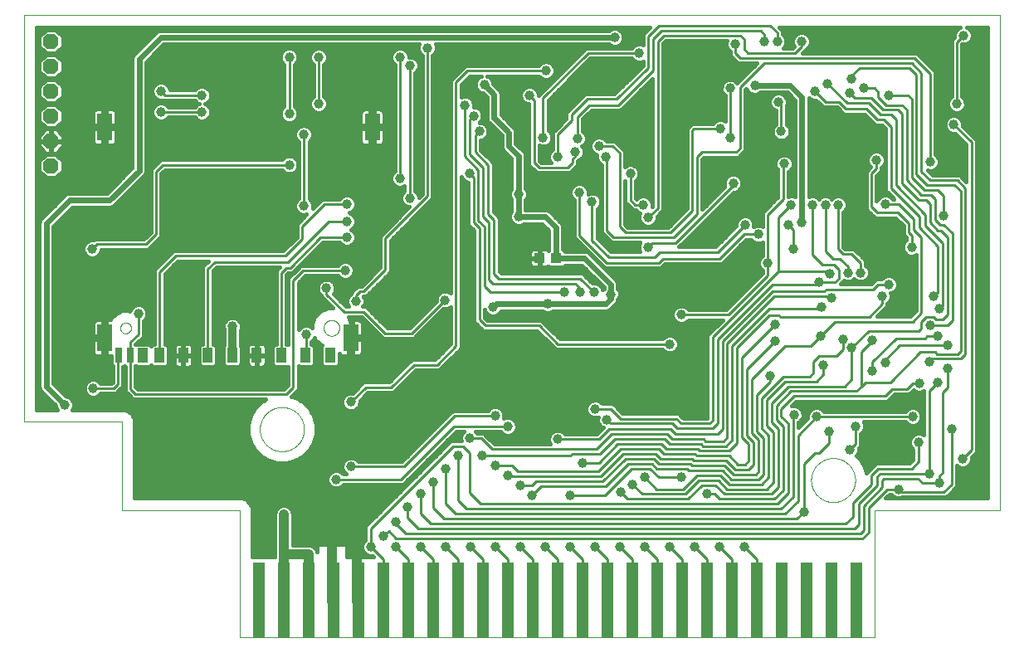
<source format=gbl>
G75*
%MOIN*%
%OFA0B0*%
%FSLAX25Y25*%
%IPPOS*%
%LPD*%
%AMOC8*
5,1,8,0,0,1.08239X$1,22.5*
%
%ADD10C,0.00000*%
%ADD11R,0.05000X0.30000*%
%ADD12R,0.03937X0.05906*%
%ADD13R,0.02756X0.05906*%
%ADD14R,0.05906X0.11024*%
%ADD15R,0.04331X0.03937*%
%ADD16OC8,0.06300*%
%ADD17C,0.04000*%
%ADD18C,0.03962*%
%ADD19C,0.02400*%
%ADD20C,0.01600*%
%ADD21C,0.01000*%
%ADD22C,0.03200*%
D10*
X0044370Y0056181D02*
X0044370Y0091614D01*
X0005000Y0091614D01*
X0005000Y0255000D01*
X0396732Y0255000D01*
X0396732Y0056161D01*
X0346614Y0056161D01*
X0346614Y0056181D01*
X0346614Y0056161D02*
X0346614Y0005000D01*
X0091614Y0005000D01*
X0091614Y0056181D01*
X0044370Y0056181D01*
X0099607Y0088654D02*
X0099610Y0088871D01*
X0099618Y0089089D01*
X0099631Y0089306D01*
X0099650Y0089522D01*
X0099674Y0089738D01*
X0099703Y0089954D01*
X0099737Y0090168D01*
X0099777Y0090382D01*
X0099822Y0090595D01*
X0099872Y0090806D01*
X0099928Y0091017D01*
X0099988Y0091225D01*
X0100054Y0091433D01*
X0100125Y0091638D01*
X0100201Y0091842D01*
X0100281Y0092044D01*
X0100367Y0092244D01*
X0100457Y0092441D01*
X0100553Y0092637D01*
X0100653Y0092830D01*
X0100758Y0093020D01*
X0100867Y0093208D01*
X0100981Y0093393D01*
X0101100Y0093575D01*
X0101223Y0093755D01*
X0101350Y0093931D01*
X0101482Y0094104D01*
X0101618Y0094273D01*
X0101758Y0094440D01*
X0101902Y0094603D01*
X0102050Y0094762D01*
X0102201Y0094918D01*
X0102357Y0095069D01*
X0102516Y0095217D01*
X0102679Y0095361D01*
X0102846Y0095501D01*
X0103015Y0095637D01*
X0103188Y0095769D01*
X0103364Y0095896D01*
X0103544Y0096019D01*
X0103726Y0096138D01*
X0103911Y0096252D01*
X0104099Y0096361D01*
X0104289Y0096466D01*
X0104482Y0096566D01*
X0104678Y0096662D01*
X0104875Y0096752D01*
X0105075Y0096838D01*
X0105277Y0096918D01*
X0105481Y0096994D01*
X0105686Y0097065D01*
X0105894Y0097131D01*
X0106102Y0097191D01*
X0106313Y0097247D01*
X0106524Y0097297D01*
X0106737Y0097342D01*
X0106951Y0097382D01*
X0107165Y0097416D01*
X0107381Y0097445D01*
X0107597Y0097469D01*
X0107813Y0097488D01*
X0108030Y0097501D01*
X0108248Y0097509D01*
X0108465Y0097512D01*
X0108682Y0097509D01*
X0108900Y0097501D01*
X0109117Y0097488D01*
X0109333Y0097469D01*
X0109549Y0097445D01*
X0109765Y0097416D01*
X0109979Y0097382D01*
X0110193Y0097342D01*
X0110406Y0097297D01*
X0110617Y0097247D01*
X0110828Y0097191D01*
X0111036Y0097131D01*
X0111244Y0097065D01*
X0111449Y0096994D01*
X0111653Y0096918D01*
X0111855Y0096838D01*
X0112055Y0096752D01*
X0112252Y0096662D01*
X0112448Y0096566D01*
X0112641Y0096466D01*
X0112831Y0096361D01*
X0113019Y0096252D01*
X0113204Y0096138D01*
X0113386Y0096019D01*
X0113566Y0095896D01*
X0113742Y0095769D01*
X0113915Y0095637D01*
X0114084Y0095501D01*
X0114251Y0095361D01*
X0114414Y0095217D01*
X0114573Y0095069D01*
X0114729Y0094918D01*
X0114880Y0094762D01*
X0115028Y0094603D01*
X0115172Y0094440D01*
X0115312Y0094273D01*
X0115448Y0094104D01*
X0115580Y0093931D01*
X0115707Y0093755D01*
X0115830Y0093575D01*
X0115949Y0093393D01*
X0116063Y0093208D01*
X0116172Y0093020D01*
X0116277Y0092830D01*
X0116377Y0092637D01*
X0116473Y0092441D01*
X0116563Y0092244D01*
X0116649Y0092044D01*
X0116729Y0091842D01*
X0116805Y0091638D01*
X0116876Y0091433D01*
X0116942Y0091225D01*
X0117002Y0091017D01*
X0117058Y0090806D01*
X0117108Y0090595D01*
X0117153Y0090382D01*
X0117193Y0090168D01*
X0117227Y0089954D01*
X0117256Y0089738D01*
X0117280Y0089522D01*
X0117299Y0089306D01*
X0117312Y0089089D01*
X0117320Y0088871D01*
X0117323Y0088654D01*
X0117320Y0088437D01*
X0117312Y0088219D01*
X0117299Y0088002D01*
X0117280Y0087786D01*
X0117256Y0087570D01*
X0117227Y0087354D01*
X0117193Y0087140D01*
X0117153Y0086926D01*
X0117108Y0086713D01*
X0117058Y0086502D01*
X0117002Y0086291D01*
X0116942Y0086083D01*
X0116876Y0085875D01*
X0116805Y0085670D01*
X0116729Y0085466D01*
X0116649Y0085264D01*
X0116563Y0085064D01*
X0116473Y0084867D01*
X0116377Y0084671D01*
X0116277Y0084478D01*
X0116172Y0084288D01*
X0116063Y0084100D01*
X0115949Y0083915D01*
X0115830Y0083733D01*
X0115707Y0083553D01*
X0115580Y0083377D01*
X0115448Y0083204D01*
X0115312Y0083035D01*
X0115172Y0082868D01*
X0115028Y0082705D01*
X0114880Y0082546D01*
X0114729Y0082390D01*
X0114573Y0082239D01*
X0114414Y0082091D01*
X0114251Y0081947D01*
X0114084Y0081807D01*
X0113915Y0081671D01*
X0113742Y0081539D01*
X0113566Y0081412D01*
X0113386Y0081289D01*
X0113204Y0081170D01*
X0113019Y0081056D01*
X0112831Y0080947D01*
X0112641Y0080842D01*
X0112448Y0080742D01*
X0112252Y0080646D01*
X0112055Y0080556D01*
X0111855Y0080470D01*
X0111653Y0080390D01*
X0111449Y0080314D01*
X0111244Y0080243D01*
X0111036Y0080177D01*
X0110828Y0080117D01*
X0110617Y0080061D01*
X0110406Y0080011D01*
X0110193Y0079966D01*
X0109979Y0079926D01*
X0109765Y0079892D01*
X0109549Y0079863D01*
X0109333Y0079839D01*
X0109117Y0079820D01*
X0108900Y0079807D01*
X0108682Y0079799D01*
X0108465Y0079796D01*
X0108248Y0079799D01*
X0108030Y0079807D01*
X0107813Y0079820D01*
X0107597Y0079839D01*
X0107381Y0079863D01*
X0107165Y0079892D01*
X0106951Y0079926D01*
X0106737Y0079966D01*
X0106524Y0080011D01*
X0106313Y0080061D01*
X0106102Y0080117D01*
X0105894Y0080177D01*
X0105686Y0080243D01*
X0105481Y0080314D01*
X0105277Y0080390D01*
X0105075Y0080470D01*
X0104875Y0080556D01*
X0104678Y0080646D01*
X0104482Y0080742D01*
X0104289Y0080842D01*
X0104099Y0080947D01*
X0103911Y0081056D01*
X0103726Y0081170D01*
X0103544Y0081289D01*
X0103364Y0081412D01*
X0103188Y0081539D01*
X0103015Y0081671D01*
X0102846Y0081807D01*
X0102679Y0081947D01*
X0102516Y0082091D01*
X0102357Y0082239D01*
X0102201Y0082390D01*
X0102050Y0082546D01*
X0101902Y0082705D01*
X0101758Y0082868D01*
X0101618Y0083035D01*
X0101482Y0083204D01*
X0101350Y0083377D01*
X0101223Y0083553D01*
X0101100Y0083733D01*
X0100981Y0083915D01*
X0100867Y0084100D01*
X0100758Y0084288D01*
X0100653Y0084478D01*
X0100553Y0084671D01*
X0100457Y0084867D01*
X0100367Y0085064D01*
X0100281Y0085264D01*
X0100201Y0085466D01*
X0100125Y0085670D01*
X0100054Y0085875D01*
X0099988Y0086083D01*
X0099928Y0086291D01*
X0099872Y0086502D01*
X0099822Y0086713D01*
X0099777Y0086926D01*
X0099737Y0087140D01*
X0099703Y0087354D01*
X0099674Y0087570D01*
X0099650Y0087786D01*
X0099631Y0088002D01*
X0099618Y0088219D01*
X0099610Y0088437D01*
X0099607Y0088654D01*
X0125216Y0129323D02*
X0125218Y0129435D01*
X0125224Y0129546D01*
X0125234Y0129658D01*
X0125248Y0129769D01*
X0125265Y0129879D01*
X0125287Y0129989D01*
X0125313Y0130098D01*
X0125342Y0130206D01*
X0125375Y0130312D01*
X0125412Y0130418D01*
X0125453Y0130522D01*
X0125498Y0130625D01*
X0125546Y0130726D01*
X0125597Y0130825D01*
X0125652Y0130922D01*
X0125711Y0131017D01*
X0125772Y0131111D01*
X0125837Y0131202D01*
X0125906Y0131290D01*
X0125977Y0131376D01*
X0126051Y0131460D01*
X0126129Y0131540D01*
X0126209Y0131618D01*
X0126292Y0131694D01*
X0126377Y0131766D01*
X0126465Y0131835D01*
X0126555Y0131901D01*
X0126648Y0131963D01*
X0126743Y0132023D01*
X0126840Y0132079D01*
X0126938Y0132131D01*
X0127039Y0132180D01*
X0127141Y0132225D01*
X0127245Y0132267D01*
X0127350Y0132305D01*
X0127457Y0132339D01*
X0127564Y0132369D01*
X0127673Y0132396D01*
X0127782Y0132418D01*
X0127893Y0132437D01*
X0128003Y0132452D01*
X0128115Y0132463D01*
X0128226Y0132470D01*
X0128338Y0132473D01*
X0128450Y0132472D01*
X0128562Y0132467D01*
X0128673Y0132458D01*
X0128784Y0132445D01*
X0128895Y0132428D01*
X0129005Y0132408D01*
X0129114Y0132383D01*
X0129222Y0132355D01*
X0129329Y0132322D01*
X0129435Y0132286D01*
X0129539Y0132246D01*
X0129642Y0132203D01*
X0129744Y0132156D01*
X0129843Y0132105D01*
X0129941Y0132051D01*
X0130037Y0131993D01*
X0130131Y0131932D01*
X0130222Y0131868D01*
X0130311Y0131801D01*
X0130398Y0131730D01*
X0130482Y0131656D01*
X0130564Y0131580D01*
X0130642Y0131500D01*
X0130718Y0131418D01*
X0130791Y0131333D01*
X0130861Y0131246D01*
X0130927Y0131156D01*
X0130991Y0131064D01*
X0131051Y0130970D01*
X0131108Y0130874D01*
X0131161Y0130775D01*
X0131211Y0130675D01*
X0131257Y0130574D01*
X0131300Y0130470D01*
X0131339Y0130365D01*
X0131374Y0130259D01*
X0131405Y0130152D01*
X0131433Y0130043D01*
X0131456Y0129934D01*
X0131476Y0129824D01*
X0131492Y0129713D01*
X0131504Y0129602D01*
X0131512Y0129491D01*
X0131516Y0129379D01*
X0131516Y0129267D01*
X0131512Y0129155D01*
X0131504Y0129044D01*
X0131492Y0128933D01*
X0131476Y0128822D01*
X0131456Y0128712D01*
X0131433Y0128603D01*
X0131405Y0128494D01*
X0131374Y0128387D01*
X0131339Y0128281D01*
X0131300Y0128176D01*
X0131257Y0128072D01*
X0131211Y0127971D01*
X0131161Y0127871D01*
X0131108Y0127772D01*
X0131051Y0127676D01*
X0130991Y0127582D01*
X0130927Y0127490D01*
X0130861Y0127400D01*
X0130791Y0127313D01*
X0130718Y0127228D01*
X0130642Y0127146D01*
X0130564Y0127066D01*
X0130482Y0126990D01*
X0130398Y0126916D01*
X0130311Y0126845D01*
X0130222Y0126778D01*
X0130131Y0126714D01*
X0130037Y0126653D01*
X0129941Y0126595D01*
X0129843Y0126541D01*
X0129744Y0126490D01*
X0129642Y0126443D01*
X0129539Y0126400D01*
X0129435Y0126360D01*
X0129329Y0126324D01*
X0129222Y0126291D01*
X0129114Y0126263D01*
X0129005Y0126238D01*
X0128895Y0126218D01*
X0128784Y0126201D01*
X0128673Y0126188D01*
X0128562Y0126179D01*
X0128450Y0126174D01*
X0128338Y0126173D01*
X0128226Y0126176D01*
X0128115Y0126183D01*
X0128003Y0126194D01*
X0127893Y0126209D01*
X0127782Y0126228D01*
X0127673Y0126250D01*
X0127564Y0126277D01*
X0127457Y0126307D01*
X0127350Y0126341D01*
X0127245Y0126379D01*
X0127141Y0126421D01*
X0127039Y0126466D01*
X0126938Y0126515D01*
X0126840Y0126567D01*
X0126743Y0126623D01*
X0126648Y0126683D01*
X0126555Y0126745D01*
X0126465Y0126811D01*
X0126377Y0126880D01*
X0126292Y0126952D01*
X0126209Y0127028D01*
X0126129Y0127106D01*
X0126051Y0127186D01*
X0125977Y0127270D01*
X0125906Y0127356D01*
X0125837Y0127444D01*
X0125772Y0127535D01*
X0125711Y0127629D01*
X0125652Y0127724D01*
X0125597Y0127821D01*
X0125546Y0127920D01*
X0125498Y0128021D01*
X0125453Y0128124D01*
X0125412Y0128228D01*
X0125375Y0128334D01*
X0125342Y0128440D01*
X0125313Y0128548D01*
X0125287Y0128657D01*
X0125265Y0128767D01*
X0125248Y0128877D01*
X0125234Y0128988D01*
X0125224Y0129100D01*
X0125218Y0129211D01*
X0125216Y0129323D01*
X0043524Y0129323D02*
X0043526Y0129416D01*
X0043532Y0129508D01*
X0043542Y0129600D01*
X0043556Y0129691D01*
X0043573Y0129782D01*
X0043595Y0129872D01*
X0043620Y0129961D01*
X0043649Y0130049D01*
X0043682Y0130135D01*
X0043719Y0130220D01*
X0043759Y0130304D01*
X0043803Y0130385D01*
X0043850Y0130465D01*
X0043900Y0130543D01*
X0043954Y0130618D01*
X0044011Y0130691D01*
X0044071Y0130761D01*
X0044134Y0130829D01*
X0044200Y0130894D01*
X0044268Y0130956D01*
X0044339Y0131016D01*
X0044413Y0131072D01*
X0044489Y0131125D01*
X0044567Y0131174D01*
X0044647Y0131221D01*
X0044729Y0131263D01*
X0044813Y0131303D01*
X0044898Y0131338D01*
X0044985Y0131370D01*
X0045073Y0131399D01*
X0045162Y0131423D01*
X0045252Y0131444D01*
X0045343Y0131460D01*
X0045435Y0131473D01*
X0045527Y0131482D01*
X0045620Y0131487D01*
X0045712Y0131488D01*
X0045805Y0131485D01*
X0045897Y0131478D01*
X0045989Y0131467D01*
X0046080Y0131452D01*
X0046171Y0131434D01*
X0046261Y0131411D01*
X0046349Y0131385D01*
X0046437Y0131355D01*
X0046523Y0131321D01*
X0046607Y0131284D01*
X0046690Y0131242D01*
X0046771Y0131198D01*
X0046851Y0131150D01*
X0046928Y0131099D01*
X0047002Y0131044D01*
X0047075Y0130986D01*
X0047145Y0130926D01*
X0047212Y0130862D01*
X0047276Y0130796D01*
X0047338Y0130726D01*
X0047396Y0130655D01*
X0047451Y0130581D01*
X0047503Y0130504D01*
X0047552Y0130425D01*
X0047598Y0130345D01*
X0047640Y0130262D01*
X0047678Y0130178D01*
X0047713Y0130092D01*
X0047744Y0130005D01*
X0047771Y0129917D01*
X0047794Y0129827D01*
X0047814Y0129737D01*
X0047830Y0129646D01*
X0047842Y0129554D01*
X0047850Y0129462D01*
X0047854Y0129369D01*
X0047854Y0129277D01*
X0047850Y0129184D01*
X0047842Y0129092D01*
X0047830Y0129000D01*
X0047814Y0128909D01*
X0047794Y0128819D01*
X0047771Y0128729D01*
X0047744Y0128641D01*
X0047713Y0128554D01*
X0047678Y0128468D01*
X0047640Y0128384D01*
X0047598Y0128301D01*
X0047552Y0128221D01*
X0047503Y0128142D01*
X0047451Y0128065D01*
X0047396Y0127991D01*
X0047338Y0127920D01*
X0047276Y0127850D01*
X0047212Y0127784D01*
X0047145Y0127720D01*
X0047075Y0127660D01*
X0047002Y0127602D01*
X0046928Y0127547D01*
X0046851Y0127496D01*
X0046772Y0127448D01*
X0046690Y0127404D01*
X0046607Y0127362D01*
X0046523Y0127325D01*
X0046437Y0127291D01*
X0046349Y0127261D01*
X0046261Y0127235D01*
X0046171Y0127212D01*
X0046080Y0127194D01*
X0045989Y0127179D01*
X0045897Y0127168D01*
X0045805Y0127161D01*
X0045712Y0127158D01*
X0045620Y0127159D01*
X0045527Y0127164D01*
X0045435Y0127173D01*
X0045343Y0127186D01*
X0045252Y0127202D01*
X0045162Y0127223D01*
X0045073Y0127247D01*
X0044985Y0127276D01*
X0044898Y0127308D01*
X0044813Y0127343D01*
X0044729Y0127383D01*
X0044647Y0127425D01*
X0044567Y0127472D01*
X0044489Y0127521D01*
X0044413Y0127574D01*
X0044339Y0127630D01*
X0044268Y0127690D01*
X0044200Y0127752D01*
X0044134Y0127817D01*
X0044071Y0127885D01*
X0044011Y0127955D01*
X0043954Y0128028D01*
X0043900Y0128103D01*
X0043850Y0128181D01*
X0043803Y0128261D01*
X0043759Y0128342D01*
X0043719Y0128426D01*
X0043682Y0128511D01*
X0043649Y0128597D01*
X0043620Y0128685D01*
X0043595Y0128774D01*
X0043573Y0128864D01*
X0043556Y0128955D01*
X0043542Y0129046D01*
X0043532Y0129138D01*
X0043526Y0129230D01*
X0043524Y0129323D01*
X0321024Y0068185D02*
X0321027Y0068402D01*
X0321035Y0068620D01*
X0321048Y0068837D01*
X0321067Y0069053D01*
X0321091Y0069269D01*
X0321120Y0069485D01*
X0321154Y0069699D01*
X0321194Y0069913D01*
X0321239Y0070126D01*
X0321289Y0070337D01*
X0321345Y0070548D01*
X0321405Y0070756D01*
X0321471Y0070964D01*
X0321542Y0071169D01*
X0321618Y0071373D01*
X0321698Y0071575D01*
X0321784Y0071775D01*
X0321874Y0071972D01*
X0321970Y0072168D01*
X0322070Y0072361D01*
X0322175Y0072551D01*
X0322284Y0072739D01*
X0322398Y0072924D01*
X0322517Y0073106D01*
X0322640Y0073286D01*
X0322767Y0073462D01*
X0322899Y0073635D01*
X0323035Y0073804D01*
X0323175Y0073971D01*
X0323319Y0074134D01*
X0323467Y0074293D01*
X0323618Y0074449D01*
X0323774Y0074600D01*
X0323933Y0074748D01*
X0324096Y0074892D01*
X0324263Y0075032D01*
X0324432Y0075168D01*
X0324605Y0075300D01*
X0324781Y0075427D01*
X0324961Y0075550D01*
X0325143Y0075669D01*
X0325328Y0075783D01*
X0325516Y0075892D01*
X0325706Y0075997D01*
X0325899Y0076097D01*
X0326095Y0076193D01*
X0326292Y0076283D01*
X0326492Y0076369D01*
X0326694Y0076449D01*
X0326898Y0076525D01*
X0327103Y0076596D01*
X0327311Y0076662D01*
X0327519Y0076722D01*
X0327730Y0076778D01*
X0327941Y0076828D01*
X0328154Y0076873D01*
X0328368Y0076913D01*
X0328582Y0076947D01*
X0328798Y0076976D01*
X0329014Y0077000D01*
X0329230Y0077019D01*
X0329447Y0077032D01*
X0329665Y0077040D01*
X0329882Y0077043D01*
X0330099Y0077040D01*
X0330317Y0077032D01*
X0330534Y0077019D01*
X0330750Y0077000D01*
X0330966Y0076976D01*
X0331182Y0076947D01*
X0331396Y0076913D01*
X0331610Y0076873D01*
X0331823Y0076828D01*
X0332034Y0076778D01*
X0332245Y0076722D01*
X0332453Y0076662D01*
X0332661Y0076596D01*
X0332866Y0076525D01*
X0333070Y0076449D01*
X0333272Y0076369D01*
X0333472Y0076283D01*
X0333669Y0076193D01*
X0333865Y0076097D01*
X0334058Y0075997D01*
X0334248Y0075892D01*
X0334436Y0075783D01*
X0334621Y0075669D01*
X0334803Y0075550D01*
X0334983Y0075427D01*
X0335159Y0075300D01*
X0335332Y0075168D01*
X0335501Y0075032D01*
X0335668Y0074892D01*
X0335831Y0074748D01*
X0335990Y0074600D01*
X0336146Y0074449D01*
X0336297Y0074293D01*
X0336445Y0074134D01*
X0336589Y0073971D01*
X0336729Y0073804D01*
X0336865Y0073635D01*
X0336997Y0073462D01*
X0337124Y0073286D01*
X0337247Y0073106D01*
X0337366Y0072924D01*
X0337480Y0072739D01*
X0337589Y0072551D01*
X0337694Y0072361D01*
X0337794Y0072168D01*
X0337890Y0071972D01*
X0337980Y0071775D01*
X0338066Y0071575D01*
X0338146Y0071373D01*
X0338222Y0071169D01*
X0338293Y0070964D01*
X0338359Y0070756D01*
X0338419Y0070548D01*
X0338475Y0070337D01*
X0338525Y0070126D01*
X0338570Y0069913D01*
X0338610Y0069699D01*
X0338644Y0069485D01*
X0338673Y0069269D01*
X0338697Y0069053D01*
X0338716Y0068837D01*
X0338729Y0068620D01*
X0338737Y0068402D01*
X0338740Y0068185D01*
X0338737Y0067968D01*
X0338729Y0067750D01*
X0338716Y0067533D01*
X0338697Y0067317D01*
X0338673Y0067101D01*
X0338644Y0066885D01*
X0338610Y0066671D01*
X0338570Y0066457D01*
X0338525Y0066244D01*
X0338475Y0066033D01*
X0338419Y0065822D01*
X0338359Y0065614D01*
X0338293Y0065406D01*
X0338222Y0065201D01*
X0338146Y0064997D01*
X0338066Y0064795D01*
X0337980Y0064595D01*
X0337890Y0064398D01*
X0337794Y0064202D01*
X0337694Y0064009D01*
X0337589Y0063819D01*
X0337480Y0063631D01*
X0337366Y0063446D01*
X0337247Y0063264D01*
X0337124Y0063084D01*
X0336997Y0062908D01*
X0336865Y0062735D01*
X0336729Y0062566D01*
X0336589Y0062399D01*
X0336445Y0062236D01*
X0336297Y0062077D01*
X0336146Y0061921D01*
X0335990Y0061770D01*
X0335831Y0061622D01*
X0335668Y0061478D01*
X0335501Y0061338D01*
X0335332Y0061202D01*
X0335159Y0061070D01*
X0334983Y0060943D01*
X0334803Y0060820D01*
X0334621Y0060701D01*
X0334436Y0060587D01*
X0334248Y0060478D01*
X0334058Y0060373D01*
X0333865Y0060273D01*
X0333669Y0060177D01*
X0333472Y0060087D01*
X0333272Y0060001D01*
X0333070Y0059921D01*
X0332866Y0059845D01*
X0332661Y0059774D01*
X0332453Y0059708D01*
X0332245Y0059648D01*
X0332034Y0059592D01*
X0331823Y0059542D01*
X0331610Y0059497D01*
X0331396Y0059457D01*
X0331182Y0059423D01*
X0330966Y0059394D01*
X0330750Y0059370D01*
X0330534Y0059351D01*
X0330317Y0059338D01*
X0330099Y0059330D01*
X0329882Y0059327D01*
X0329665Y0059330D01*
X0329447Y0059338D01*
X0329230Y0059351D01*
X0329014Y0059370D01*
X0328798Y0059394D01*
X0328582Y0059423D01*
X0328368Y0059457D01*
X0328154Y0059497D01*
X0327941Y0059542D01*
X0327730Y0059592D01*
X0327519Y0059648D01*
X0327311Y0059708D01*
X0327103Y0059774D01*
X0326898Y0059845D01*
X0326694Y0059921D01*
X0326492Y0060001D01*
X0326292Y0060087D01*
X0326095Y0060177D01*
X0325899Y0060273D01*
X0325706Y0060373D01*
X0325516Y0060478D01*
X0325328Y0060587D01*
X0325143Y0060701D01*
X0324961Y0060820D01*
X0324781Y0060943D01*
X0324605Y0061070D01*
X0324432Y0061202D01*
X0324263Y0061338D01*
X0324096Y0061478D01*
X0323933Y0061622D01*
X0323774Y0061770D01*
X0323618Y0061921D01*
X0323467Y0062077D01*
X0323319Y0062236D01*
X0323175Y0062399D01*
X0323035Y0062566D01*
X0322899Y0062735D01*
X0322767Y0062908D01*
X0322640Y0063084D01*
X0322517Y0063264D01*
X0322398Y0063446D01*
X0322284Y0063631D01*
X0322175Y0063819D01*
X0322070Y0064009D01*
X0321970Y0064202D01*
X0321874Y0064398D01*
X0321784Y0064595D01*
X0321698Y0064795D01*
X0321618Y0064997D01*
X0321542Y0065201D01*
X0321471Y0065406D01*
X0321405Y0065614D01*
X0321345Y0065822D01*
X0321289Y0066033D01*
X0321239Y0066244D01*
X0321194Y0066457D01*
X0321154Y0066671D01*
X0321120Y0066885D01*
X0321091Y0067101D01*
X0321067Y0067317D01*
X0321048Y0067533D01*
X0321035Y0067750D01*
X0321027Y0067968D01*
X0321024Y0068185D01*
D11*
X0319114Y0020000D03*
X0329114Y0020000D03*
X0339114Y0020000D03*
X0309114Y0020000D03*
X0299114Y0020000D03*
X0289114Y0020000D03*
X0279114Y0020000D03*
X0269114Y0020000D03*
X0259114Y0020000D03*
X0249114Y0020000D03*
X0239114Y0020000D03*
X0229114Y0020000D03*
X0219114Y0020000D03*
X0209114Y0020000D03*
X0199114Y0020000D03*
X0189114Y0020000D03*
X0179114Y0020000D03*
X0169114Y0020000D03*
X0159114Y0020000D03*
X0149114Y0020000D03*
X0139114Y0020000D03*
X0129114Y0020000D03*
X0119114Y0020000D03*
X0109114Y0020000D03*
X0099114Y0020000D03*
D12*
X0098346Y0118299D03*
X0088504Y0118299D03*
X0078661Y0118299D03*
X0068819Y0118299D03*
X0059272Y0118299D03*
X0052579Y0118299D03*
X0108189Y0118299D03*
X0118031Y0118299D03*
X0127874Y0118299D03*
D13*
X0047461Y0118299D03*
X0042736Y0118299D03*
D14*
X0037224Y0125386D03*
X0136043Y0125386D03*
X0144705Y0210031D03*
X0037224Y0210031D03*
D15*
X0211969Y0157362D03*
X0218661Y0157362D03*
D16*
X0015685Y0194331D03*
X0015685Y0204331D03*
X0015685Y0214331D03*
X0015685Y0224331D03*
X0015685Y0234331D03*
X0015685Y0244331D03*
D17*
X0109185Y0054331D02*
X0109114Y0054260D01*
X0109114Y0020000D01*
X0109185Y0020071D01*
X0109185Y0038331D01*
X0119185Y0038331D01*
X0119114Y0038260D01*
X0119114Y0020000D01*
X0128685Y0019331D02*
X0128685Y0045331D01*
X0138685Y0044331D02*
X0138685Y0019331D01*
X0139114Y0020000D01*
X0129114Y0020000D02*
X0128685Y0019331D01*
D18*
X0144185Y0041331D03*
X0149173Y0045669D03*
X0154185Y0041331D03*
X0164185Y0041331D03*
X0174185Y0041331D03*
X0184185Y0041331D03*
X0194185Y0041331D03*
X0204185Y0041331D03*
X0214185Y0041331D03*
X0224185Y0041331D03*
X0234185Y0041331D03*
X0244185Y0041331D03*
X0254185Y0041331D03*
X0264185Y0041331D03*
X0274185Y0041331D03*
X0284185Y0041331D03*
X0294055Y0041339D03*
X0318071Y0055512D03*
X0279114Y0062598D03*
X0279094Y0062598D03*
X0268858Y0069291D03*
X0254291Y0069291D03*
X0249173Y0066535D03*
X0244449Y0063386D03*
X0229094Y0075197D03*
X0219252Y0084646D03*
X0234213Y0096850D03*
X0238937Y0092520D03*
X0199173Y0089764D03*
X0194055Y0094094D03*
X0183819Y0085039D03*
X0179094Y0077953D03*
X0174370Y0072835D03*
X0169252Y0067323D03*
X0164134Y0062598D03*
X0159016Y0057480D03*
X0154291Y0051575D03*
X0129882Y0054724D03*
X0123189Y0054724D03*
X0109185Y0054331D03*
X0130276Y0068504D03*
X0136181Y0073622D03*
X0136181Y0099606D03*
X0118071Y0126772D03*
X0138150Y0140157D03*
X0126339Y0145276D03*
X0133819Y0152362D03*
X0134606Y0165748D03*
X0134606Y0172047D03*
X0134606Y0179134D03*
X0117283Y0178346D03*
X0111378Y0194882D03*
X0117283Y0207087D03*
X0111378Y0215354D03*
X0123189Y0219291D03*
X0136969Y0207874D03*
X0135394Y0194488D03*
X0155866Y0189370D03*
X0159803Y0181496D03*
X0183819Y0191339D03*
X0203504Y0183071D03*
X0203504Y0174016D03*
X0205472Y0157480D03*
X0222008Y0143701D03*
X0228307Y0143701D03*
X0233819Y0143701D03*
X0240512Y0142913D03*
X0247598Y0129921D03*
X0264134Y0122835D03*
X0268858Y0134646D03*
X0290118Y0150394D03*
X0303504Y0155512D03*
X0313740Y0161024D03*
X0299961Y0166929D03*
X0294449Y0170866D03*
X0311772Y0170866D03*
X0317283Y0171654D03*
X0312953Y0178740D03*
X0321614Y0178740D03*
X0326732Y0178740D03*
X0331850Y0178740D03*
X0336575Y0166929D03*
X0350748Y0179134D03*
X0354291Y0170079D03*
X0361378Y0161811D03*
X0357441Y0156299D03*
X0352323Y0146850D03*
X0349567Y0142126D03*
X0340906Y0151575D03*
X0335787Y0151575D03*
X0328701Y0151181D03*
X0324370Y0147638D03*
X0329094Y0141339D03*
X0325157Y0137795D03*
X0324764Y0125984D03*
X0333819Y0124803D03*
X0337362Y0121260D03*
X0345630Y0124409D03*
X0350748Y0115354D03*
X0345630Y0112205D03*
X0364528Y0107087D03*
X0362165Y0100394D03*
X0372008Y0107480D03*
X0375945Y0112992D03*
X0368465Y0115748D03*
X0375945Y0122441D03*
X0372008Y0125984D03*
X0368858Y0130315D03*
X0372402Y0137008D03*
X0370039Y0142126D03*
X0374370Y0174409D03*
X0368858Y0196063D03*
X0378701Y0198425D03*
X0378307Y0211024D03*
X0379488Y0219291D03*
X0374370Y0225591D03*
X0352323Y0222835D03*
X0342087Y0225591D03*
X0336575Y0223622D03*
X0337362Y0229528D03*
X0327520Y0227559D03*
X0322402Y0224409D03*
X0307835Y0220079D03*
X0298386Y0226772D03*
X0288543Y0225591D03*
X0275157Y0233858D03*
X0269646Y0242913D03*
X0251929Y0239764D03*
X0242087Y0246063D03*
X0214528Y0232677D03*
X0207835Y0222835D03*
X0223976Y0222441D03*
X0245630Y0214961D03*
X0227126Y0205512D03*
X0235787Y0202362D03*
X0238543Y0198031D03*
X0249961Y0198819D03*
X0248386Y0191339D03*
X0233031Y0179921D03*
X0227913Y0183858D03*
X0226339Y0200000D03*
X0219252Y0198031D03*
X0213346Y0205906D03*
X0187756Y0208268D03*
X0185394Y0214567D03*
X0181850Y0218898D03*
X0189724Y0227165D03*
X0193661Y0240945D03*
X0173189Y0241732D03*
X0166890Y0241732D03*
X0155866Y0238189D03*
X0159803Y0234646D03*
X0123189Y0238189D03*
X0111378Y0238189D03*
X0076339Y0222835D03*
X0076339Y0216142D03*
X0059803Y0216142D03*
X0059803Y0224409D03*
X0092874Y0205906D03*
X0032244Y0161024D03*
X0050748Y0135039D03*
X0088543Y0129921D03*
X0090118Y0140945D03*
X0032638Y0105118D03*
X0021220Y0098425D03*
X0173976Y0140551D03*
X0193268Y0137795D03*
X0201535Y0134646D03*
X0215315Y0138976D03*
X0222402Y0134646D03*
X0255472Y0161811D03*
X0255472Y0173622D03*
X0253504Y0178740D03*
X0280669Y0192520D03*
X0289724Y0187402D03*
X0303110Y0202362D03*
X0310197Y0195276D03*
X0309016Y0208268D03*
X0327913Y0201575D03*
X0347205Y0196850D03*
X0347205Y0206693D03*
X0290512Y0243307D03*
X0302323Y0244488D03*
X0307441Y0244488D03*
X0317283Y0244488D03*
X0334213Y0245669D03*
X0353898Y0247244D03*
X0382244Y0246850D03*
X0288543Y0205906D03*
X0284606Y0209449D03*
X0267283Y0211811D03*
X0306654Y0130709D03*
X0306654Y0124016D03*
X0325945Y0114567D03*
X0304685Y0110236D03*
X0314134Y0094488D03*
X0323189Y0093701D03*
X0328307Y0087795D03*
X0338937Y0089764D03*
X0336575Y0080315D03*
X0351142Y0077953D03*
X0364134Y0083465D03*
X0377520Y0088583D03*
X0361772Y0093701D03*
X0381850Y0076772D03*
X0372402Y0066929D03*
X0368465Y0070866D03*
X0356260Y0064567D03*
X0224370Y0062205D03*
X0209016Y0062205D03*
X0204291Y0066142D03*
X0199173Y0070079D03*
X0194055Y0074016D03*
X0188937Y0077953D03*
D19*
X0193268Y0137795D02*
X0194449Y0138976D01*
X0215315Y0138976D01*
X0238543Y0138976D01*
X0240512Y0140945D01*
X0240512Y0142913D01*
X0240512Y0146850D01*
X0230000Y0157362D01*
X0218661Y0157362D01*
X0218465Y0157559D01*
X0218465Y0169685D01*
X0214134Y0174016D01*
X0203504Y0174016D01*
X0203504Y0183071D01*
X0203504Y0198425D01*
X0199567Y0202362D01*
X0199567Y0207874D01*
X0195433Y0212008D01*
X0193661Y0213780D01*
X0193661Y0223228D01*
X0189724Y0227165D01*
X0242087Y0246063D02*
X0059803Y0246063D01*
X0051142Y0237402D01*
X0051142Y0192520D01*
X0039331Y0180709D01*
X0023189Y0180709D01*
X0013740Y0171260D01*
X0013740Y0105906D01*
X0021220Y0098425D01*
X0298386Y0226772D02*
X0312559Y0226772D01*
X0317283Y0222047D01*
X0317283Y0171654D01*
D20*
X0304299Y0178568D02*
X0284649Y0178568D01*
X0286247Y0180167D02*
X0305898Y0180167D01*
X0307496Y0181765D02*
X0287846Y0181765D01*
X0289444Y0183364D02*
X0307703Y0183364D01*
X0307703Y0181972D02*
X0301404Y0175673D01*
X0301404Y0170207D01*
X0300673Y0170510D01*
X0299248Y0170510D01*
X0297956Y0169975D01*
X0298030Y0170154D01*
X0298030Y0171578D01*
X0297485Y0172895D01*
X0296477Y0173902D01*
X0295161Y0174447D01*
X0293736Y0174447D01*
X0292420Y0173902D01*
X0291413Y0172895D01*
X0290868Y0171578D01*
X0290868Y0170255D01*
X0282555Y0161943D01*
X0268023Y0161943D01*
X0268596Y0162516D01*
X0289901Y0183820D01*
X0290437Y0183820D01*
X0291753Y0184366D01*
X0292760Y0185373D01*
X0293305Y0186689D01*
X0293305Y0188114D01*
X0292760Y0189430D01*
X0291753Y0190437D01*
X0290437Y0190983D01*
X0289012Y0190983D01*
X0287696Y0190437D01*
X0286688Y0189430D01*
X0286143Y0188114D01*
X0286143Y0186689D01*
X0286344Y0186204D01*
X0277257Y0177117D01*
X0277257Y0197162D01*
X0277996Y0197900D01*
X0291775Y0197900D01*
X0293350Y0199475D01*
X0294580Y0200705D01*
X0294580Y0225114D01*
X0295016Y0225550D01*
X0295350Y0224743D01*
X0296357Y0223736D01*
X0297673Y0223191D01*
X0299098Y0223191D01*
X0300414Y0223736D01*
X0300650Y0223972D01*
X0311399Y0223972D01*
X0314483Y0220887D01*
X0314483Y0181982D01*
X0313665Y0182321D01*
X0312240Y0182321D01*
X0311903Y0182182D01*
X0311903Y0192106D01*
X0312225Y0192240D01*
X0313233Y0193247D01*
X0313778Y0194563D01*
X0313778Y0195988D01*
X0313233Y0197304D01*
X0312225Y0198311D01*
X0310909Y0198857D01*
X0309485Y0198857D01*
X0308168Y0198311D01*
X0307161Y0197304D01*
X0306616Y0195988D01*
X0306616Y0194563D01*
X0307161Y0193247D01*
X0307703Y0192705D01*
X0307703Y0181972D01*
X0311903Y0183364D02*
X0314483Y0183364D01*
X0314483Y0184962D02*
X0311903Y0184962D01*
X0311903Y0186561D02*
X0314483Y0186561D01*
X0314483Y0188160D02*
X0311903Y0188160D01*
X0311903Y0189758D02*
X0314483Y0189758D01*
X0314483Y0191357D02*
X0311903Y0191357D01*
X0312941Y0192955D02*
X0314483Y0192955D01*
X0314483Y0194554D02*
X0313774Y0194554D01*
X0313710Y0196152D02*
X0314483Y0196152D01*
X0314483Y0197751D02*
X0312786Y0197751D01*
X0314483Y0199349D02*
X0293224Y0199349D01*
X0293350Y0199475D02*
X0293350Y0199475D01*
X0294580Y0200948D02*
X0314483Y0200948D01*
X0314483Y0202546D02*
X0294580Y0202546D01*
X0294580Y0204145D02*
X0314483Y0204145D01*
X0314483Y0205743D02*
X0311556Y0205743D01*
X0312052Y0206239D02*
X0312597Y0207555D01*
X0312597Y0208980D01*
X0312052Y0210296D01*
X0311116Y0211232D01*
X0311116Y0218642D01*
X0311416Y0219366D01*
X0311416Y0220791D01*
X0310871Y0222107D01*
X0309863Y0223115D01*
X0308547Y0223660D01*
X0307122Y0223660D01*
X0305806Y0223115D01*
X0304799Y0222107D01*
X0304254Y0220791D01*
X0304254Y0219366D01*
X0304799Y0218050D01*
X0305806Y0217043D01*
X0306916Y0216583D01*
X0306916Y0211232D01*
X0305980Y0210296D01*
X0305435Y0208980D01*
X0305435Y0207555D01*
X0305980Y0206239D01*
X0306987Y0205232D01*
X0308303Y0204687D01*
X0309728Y0204687D01*
X0311044Y0205232D01*
X0312052Y0206239D01*
X0312508Y0207342D02*
X0314483Y0207342D01*
X0314483Y0208940D02*
X0312597Y0208940D01*
X0311809Y0210539D02*
X0314483Y0210539D01*
X0314483Y0212137D02*
X0311116Y0212137D01*
X0311116Y0213736D02*
X0314483Y0213736D01*
X0314483Y0215334D02*
X0311116Y0215334D01*
X0311116Y0216933D02*
X0314483Y0216933D01*
X0314483Y0218531D02*
X0311116Y0218531D01*
X0311416Y0220130D02*
X0314483Y0220130D01*
X0313643Y0221728D02*
X0311028Y0221728D01*
X0312044Y0223327D02*
X0309351Y0223327D01*
X0306318Y0223327D02*
X0299427Y0223327D01*
X0297345Y0223327D02*
X0294580Y0223327D01*
X0294580Y0224925D02*
X0295274Y0224925D01*
X0294580Y0221728D02*
X0304642Y0221728D01*
X0304254Y0220130D02*
X0294580Y0220130D01*
X0294580Y0218531D02*
X0304599Y0218531D01*
X0306072Y0216933D02*
X0294580Y0216933D01*
X0294580Y0215334D02*
X0306916Y0215334D01*
X0306916Y0213736D02*
X0294580Y0213736D01*
X0294580Y0212137D02*
X0306916Y0212137D01*
X0306222Y0210539D02*
X0294580Y0210539D01*
X0294580Y0208940D02*
X0305435Y0208940D01*
X0305523Y0207342D02*
X0294580Y0207342D01*
X0294580Y0205743D02*
X0306476Y0205743D01*
X0307607Y0197751D02*
X0277846Y0197751D01*
X0277257Y0196152D02*
X0306684Y0196152D01*
X0306620Y0194554D02*
X0277257Y0194554D01*
X0277257Y0192955D02*
X0307453Y0192955D01*
X0307703Y0191357D02*
X0277257Y0191357D01*
X0277257Y0189758D02*
X0287016Y0189758D01*
X0286162Y0188160D02*
X0277257Y0188160D01*
X0277257Y0186561D02*
X0286196Y0186561D01*
X0285103Y0184962D02*
X0277257Y0184962D01*
X0277257Y0183364D02*
X0283504Y0183364D01*
X0281906Y0181765D02*
X0277257Y0181765D01*
X0277257Y0180167D02*
X0280307Y0180167D01*
X0278709Y0178568D02*
X0277257Y0178568D01*
X0281452Y0175371D02*
X0301404Y0175371D01*
X0301404Y0173773D02*
X0296606Y0173773D01*
X0297783Y0172174D02*
X0301404Y0172174D01*
X0301404Y0170576D02*
X0298030Y0170576D01*
X0292291Y0173773D02*
X0279853Y0173773D01*
X0278254Y0172174D02*
X0291115Y0172174D01*
X0290868Y0170576D02*
X0276656Y0170576D01*
X0275057Y0168977D02*
X0289590Y0168977D01*
X0287992Y0167379D02*
X0273459Y0167379D01*
X0271860Y0165780D02*
X0286393Y0165780D01*
X0284795Y0164182D02*
X0270262Y0164182D01*
X0268663Y0162583D02*
X0283196Y0162583D01*
X0289482Y0159386D02*
X0301404Y0159386D01*
X0301404Y0158476D02*
X0301404Y0163651D01*
X0300673Y0163348D01*
X0299248Y0163348D01*
X0297932Y0163893D01*
X0296996Y0164829D01*
X0294925Y0164829D01*
X0286313Y0156217D01*
X0285082Y0154987D01*
X0262248Y0154987D01*
X0261903Y0154642D01*
X0260673Y0153412D01*
X0238067Y0153412D01*
X0227044Y0164435D01*
X0225813Y0165666D01*
X0225813Y0180894D01*
X0224877Y0181830D01*
X0224332Y0183146D01*
X0224332Y0184571D01*
X0224877Y0185887D01*
X0225885Y0186894D01*
X0227201Y0187439D01*
X0228626Y0187439D01*
X0229942Y0186894D01*
X0230949Y0185887D01*
X0231494Y0184571D01*
X0231494Y0183161D01*
X0232319Y0183502D01*
X0233744Y0183502D01*
X0235060Y0182957D01*
X0236067Y0181950D01*
X0236613Y0180634D01*
X0236613Y0179209D01*
X0236067Y0177893D01*
X0235131Y0176957D01*
X0235131Y0165437D01*
X0240594Y0159974D01*
X0252357Y0159974D01*
X0251891Y0161099D01*
X0251891Y0162523D01*
X0252357Y0163648D01*
X0240823Y0163648D01*
X0238067Y0166404D01*
X0238067Y0166404D01*
X0236837Y0167634D01*
X0236837Y0194862D01*
X0236515Y0194996D01*
X0235507Y0196003D01*
X0234962Y0197319D01*
X0234962Y0198744D01*
X0234992Y0198816D01*
X0233759Y0199326D01*
X0232751Y0200334D01*
X0232206Y0201650D01*
X0232206Y0203075D01*
X0232751Y0204391D01*
X0233759Y0205398D01*
X0235075Y0205943D01*
X0236500Y0205943D01*
X0237816Y0205398D01*
X0238752Y0204462D01*
X0242169Y0204462D01*
X0243399Y0203232D01*
X0246155Y0200476D01*
X0246155Y0194172D01*
X0246357Y0194374D01*
X0247673Y0194920D01*
X0249098Y0194920D01*
X0250414Y0194374D01*
X0251422Y0193367D01*
X0251967Y0192051D01*
X0251967Y0190626D01*
X0251422Y0189310D01*
X0250486Y0188374D01*
X0250486Y0181579D01*
X0250882Y0181182D01*
X0251475Y0181776D01*
X0252792Y0182321D01*
X0254216Y0182321D01*
X0255532Y0181776D01*
X0256540Y0180769D01*
X0257085Y0179452D01*
X0257085Y0178204D01*
X0257309Y0178429D01*
X0257309Y0229576D01*
X0245761Y0218028D01*
X0244531Y0216798D01*
X0232720Y0216798D01*
X0229226Y0213303D01*
X0229226Y0208476D01*
X0230162Y0207540D01*
X0230707Y0206224D01*
X0230707Y0204799D01*
X0230162Y0203483D01*
X0229155Y0202476D01*
X0228994Y0202409D01*
X0229374Y0202029D01*
X0229920Y0200712D01*
X0229920Y0199288D01*
X0229374Y0197971D01*
X0228367Y0196964D01*
X0227480Y0196597D01*
X0227257Y0196374D01*
X0227257Y0194799D01*
X0225289Y0192831D01*
X0224059Y0191601D01*
X0210902Y0191601D01*
X0208933Y0193569D01*
X0207703Y0194799D01*
X0207703Y0219254D01*
X0207122Y0219254D01*
X0205806Y0219799D01*
X0204799Y0220806D01*
X0204254Y0222122D01*
X0204254Y0223547D01*
X0204799Y0224863D01*
X0205806Y0225871D01*
X0207122Y0226416D01*
X0208547Y0226416D01*
X0209863Y0225871D01*
X0210871Y0224863D01*
X0211416Y0223547D01*
X0211416Y0222693D01*
X0212477Y0223754D01*
X0230587Y0241864D01*
X0248965Y0241864D01*
X0249901Y0242800D01*
X0251217Y0243345D01*
X0252641Y0243345D01*
X0253372Y0243042D01*
X0253372Y0247327D01*
X0254603Y0248557D01*
X0256246Y0250200D01*
X0009800Y0250200D01*
X0009800Y0096414D01*
X0018177Y0096414D01*
X0017639Y0097713D01*
X0017639Y0098046D01*
X0011366Y0104319D01*
X0010940Y0105349D01*
X0010940Y0171817D01*
X0011366Y0172846D01*
X0012154Y0173634D01*
X0021603Y0183082D01*
X0022632Y0183509D01*
X0038171Y0183509D01*
X0048342Y0193679D01*
X0048342Y0237959D01*
X0048768Y0238988D01*
X0058217Y0248437D01*
X0059246Y0248863D01*
X0239822Y0248863D01*
X0240058Y0249099D01*
X0241374Y0249644D01*
X0242799Y0249644D01*
X0244115Y0249099D01*
X0245123Y0248092D01*
X0245668Y0246775D01*
X0245668Y0245351D01*
X0245123Y0244034D01*
X0244115Y0243027D01*
X0242799Y0242482D01*
X0241374Y0242482D01*
X0240058Y0243027D01*
X0239822Y0243263D01*
X0170132Y0243263D01*
X0170471Y0242445D01*
X0170471Y0241020D01*
X0169926Y0239704D01*
X0168990Y0238768D01*
X0168990Y0181414D01*
X0152061Y0164484D01*
X0152061Y0151886D01*
X0143399Y0143225D01*
X0142169Y0141994D01*
X0141265Y0141994D01*
X0141731Y0140870D01*
X0141731Y0139445D01*
X0141186Y0138129D01*
X0140983Y0137927D01*
X0142169Y0137927D01*
X0150830Y0129265D01*
X0159721Y0129265D01*
X0170395Y0139940D01*
X0170395Y0141264D01*
X0170940Y0142580D01*
X0171948Y0143587D01*
X0173264Y0144132D01*
X0174689Y0144132D01*
X0176005Y0143587D01*
X0176207Y0143385D01*
X0176207Y0228823D01*
X0177437Y0230053D01*
X0182162Y0234777D01*
X0211563Y0234777D01*
X0212499Y0235713D01*
X0213815Y0236258D01*
X0215240Y0236258D01*
X0216556Y0235713D01*
X0217563Y0234706D01*
X0218109Y0233389D01*
X0218109Y0231965D01*
X0217563Y0230649D01*
X0216556Y0229641D01*
X0215240Y0229096D01*
X0213815Y0229096D01*
X0212499Y0229641D01*
X0211563Y0230577D01*
X0190845Y0230577D01*
X0191753Y0230201D01*
X0192760Y0229194D01*
X0193305Y0227878D01*
X0193305Y0227544D01*
X0196035Y0224814D01*
X0196461Y0223785D01*
X0196461Y0214939D01*
X0197807Y0213594D01*
X0201941Y0209460D01*
X0202367Y0208431D01*
X0202367Y0203522D01*
X0205878Y0200011D01*
X0206304Y0198982D01*
X0206304Y0185335D01*
X0206540Y0185099D01*
X0207085Y0183783D01*
X0207085Y0182359D01*
X0206540Y0181042D01*
X0206304Y0180806D01*
X0206304Y0176816D01*
X0214691Y0176816D01*
X0215720Y0176389D01*
X0220051Y0172059D01*
X0220838Y0171271D01*
X0221265Y0170242D01*
X0221265Y0160931D01*
X0221490Y0160931D01*
X0222258Y0160162D01*
X0230557Y0160162D01*
X0231586Y0159736D01*
X0242886Y0148436D01*
X0243312Y0147407D01*
X0243312Y0145178D01*
X0243548Y0144942D01*
X0244093Y0143626D01*
X0244093Y0142201D01*
X0243548Y0140885D01*
X0243312Y0140649D01*
X0243312Y0140388D01*
X0242886Y0139359D01*
X0240917Y0137390D01*
X0240129Y0136603D01*
X0239100Y0136176D01*
X0217579Y0136176D01*
X0217343Y0135940D01*
X0216027Y0135395D01*
X0214603Y0135395D01*
X0213286Y0135940D01*
X0213051Y0136176D01*
X0196473Y0136176D01*
X0196304Y0135767D01*
X0195296Y0134759D01*
X0193980Y0134214D01*
X0192555Y0134214D01*
X0191239Y0134759D01*
X0190232Y0135767D01*
X0189856Y0136674D01*
X0189856Y0133547D01*
X0190988Y0132415D01*
X0212641Y0132415D01*
X0213872Y0131185D01*
X0213872Y0131185D01*
X0220122Y0124935D01*
X0261169Y0124935D01*
X0262105Y0125871D01*
X0263422Y0126416D01*
X0264846Y0126416D01*
X0266162Y0125871D01*
X0267170Y0124863D01*
X0267715Y0123547D01*
X0267715Y0122122D01*
X0267170Y0120806D01*
X0266162Y0119799D01*
X0264846Y0119254D01*
X0263422Y0119254D01*
X0262105Y0119799D01*
X0261169Y0120735D01*
X0218382Y0120735D01*
X0217152Y0121965D01*
X0217152Y0121965D01*
X0210902Y0128215D01*
X0189248Y0128215D01*
X0186886Y0130577D01*
X0185656Y0131807D01*
X0185656Y0168421D01*
X0184524Y0169554D01*
X0183294Y0170784D01*
X0183294Y0187757D01*
X0183107Y0187757D01*
X0181790Y0188303D01*
X0180783Y0189310D01*
X0180407Y0190218D01*
X0180407Y0121177D01*
X0172927Y0113697D01*
X0171697Y0112467D01*
X0162248Y0112467D01*
X0154423Y0104642D01*
X0153193Y0103412D01*
X0142956Y0103412D01*
X0139762Y0100218D01*
X0139762Y0098894D01*
X0139217Y0097578D01*
X0138210Y0096570D01*
X0136893Y0096025D01*
X0135469Y0096025D01*
X0134153Y0096570D01*
X0133145Y0097578D01*
X0132600Y0098894D01*
X0132600Y0100319D01*
X0133145Y0101635D01*
X0134153Y0102642D01*
X0135469Y0103187D01*
X0136792Y0103187D01*
X0141217Y0107612D01*
X0151453Y0107612D01*
X0160508Y0116667D01*
X0169957Y0116667D01*
X0176207Y0122917D01*
X0176207Y0137717D01*
X0176005Y0137515D01*
X0174689Y0136970D01*
X0173365Y0136970D01*
X0162691Y0126296D01*
X0162691Y0126295D01*
X0161460Y0125065D01*
X0149091Y0125065D01*
X0147861Y0126295D01*
X0140429Y0133727D01*
X0135147Y0133727D01*
X0136316Y0130904D01*
X0136316Y0127742D01*
X0135620Y0126062D01*
X0136720Y0126062D01*
X0140796Y0126062D01*
X0140796Y0131135D01*
X0140673Y0131592D01*
X0140436Y0132003D01*
X0140101Y0132338D01*
X0139691Y0132575D01*
X0139233Y0132698D01*
X0136720Y0132698D01*
X0136720Y0126062D01*
X0136720Y0124709D01*
X0136720Y0118074D01*
X0139233Y0118074D01*
X0139691Y0118197D01*
X0140101Y0118434D01*
X0140436Y0118769D01*
X0140673Y0119179D01*
X0140796Y0119637D01*
X0140796Y0124709D01*
X0136720Y0124709D01*
X0135367Y0124709D01*
X0135367Y0118074D01*
X0132854Y0118074D01*
X0132396Y0118197D01*
X0131985Y0118434D01*
X0131650Y0118769D01*
X0131443Y0119129D01*
X0131443Y0114684D01*
X0130505Y0113746D01*
X0125243Y0113746D01*
X0124306Y0114684D01*
X0124306Y0121915D01*
X0124649Y0122258D01*
X0123863Y0122583D01*
X0121627Y0124820D01*
X0121383Y0125409D01*
X0121107Y0124743D01*
X0120171Y0123807D01*
X0120171Y0122852D01*
X0120663Y0122852D01*
X0121600Y0121915D01*
X0121600Y0114684D01*
X0120663Y0113746D01*
X0115400Y0113746D01*
X0115053Y0114094D01*
X0115053Y0104642D01*
X0112297Y0101886D01*
X0112203Y0101792D01*
X0113736Y0101381D01*
X0116851Y0099583D01*
X0119394Y0097040D01*
X0121192Y0093925D01*
X0122123Y0090452D01*
X0122123Y0086855D01*
X0121192Y0083382D01*
X0119394Y0080267D01*
X0116851Y0077724D01*
X0113736Y0075926D01*
X0110263Y0074995D01*
X0106666Y0074995D01*
X0103193Y0075926D01*
X0100078Y0077724D01*
X0097535Y0080267D01*
X0095737Y0083382D01*
X0094806Y0086855D01*
X0094806Y0090452D01*
X0095737Y0093925D01*
X0097535Y0097040D01*
X0100078Y0099583D01*
X0101937Y0100656D01*
X0048697Y0100656D01*
X0046729Y0102624D01*
X0045498Y0103855D01*
X0045498Y0113746D01*
X0045420Y0113746D01*
X0045098Y0114068D01*
X0044777Y0113746D01*
X0044580Y0113746D01*
X0044580Y0105823D01*
X0043350Y0104593D01*
X0041775Y0103018D01*
X0035602Y0103018D01*
X0034666Y0102082D01*
X0033350Y0101537D01*
X0031925Y0101537D01*
X0030609Y0102082D01*
X0029602Y0103090D01*
X0029057Y0104406D01*
X0029057Y0105830D01*
X0029602Y0107147D01*
X0030609Y0108154D01*
X0031925Y0108699D01*
X0033350Y0108699D01*
X0034666Y0108154D01*
X0035602Y0107218D01*
X0040036Y0107218D01*
X0040380Y0107563D01*
X0040380Y0114062D01*
X0039758Y0114684D01*
X0039758Y0118074D01*
X0037901Y0118074D01*
X0037901Y0124709D01*
X0036548Y0124709D01*
X0036548Y0118074D01*
X0034035Y0118074D01*
X0033577Y0118197D01*
X0033166Y0118434D01*
X0032831Y0118769D01*
X0032594Y0119179D01*
X0032472Y0119637D01*
X0032472Y0124709D01*
X0036548Y0124709D01*
X0036548Y0126062D01*
X0032472Y0126062D01*
X0032472Y0131135D01*
X0032594Y0131592D01*
X0032831Y0132003D01*
X0033166Y0132338D01*
X0033577Y0132575D01*
X0034035Y0132698D01*
X0036548Y0132698D01*
X0036548Y0126062D01*
X0037901Y0126062D01*
X0037901Y0132698D01*
X0039548Y0132698D01*
X0039784Y0133268D01*
X0041743Y0135228D01*
X0044303Y0136288D01*
X0047074Y0136288D01*
X0047343Y0136177D01*
X0047712Y0137068D01*
X0048720Y0138075D01*
X0050036Y0138620D01*
X0051460Y0138620D01*
X0052777Y0138075D01*
X0053784Y0137068D01*
X0054329Y0135752D01*
X0054329Y0134327D01*
X0053784Y0133011D01*
X0052848Y0132075D01*
X0052848Y0125902D01*
X0049698Y0122752D01*
X0049698Y0122655D01*
X0049724Y0122629D01*
X0049947Y0122852D01*
X0055210Y0122852D01*
X0055925Y0122137D01*
X0056640Y0122852D01*
X0057172Y0122852D01*
X0057172Y0152701D01*
X0058402Y0153931D01*
X0063609Y0159138D01*
X0064839Y0160368D01*
X0108933Y0160368D01*
X0114396Y0165830D01*
X0114396Y0170949D01*
X0118366Y0174919D01*
X0117996Y0174765D01*
X0116571Y0174765D01*
X0115255Y0175311D01*
X0114248Y0176318D01*
X0113702Y0177634D01*
X0113702Y0179059D01*
X0114248Y0180375D01*
X0115183Y0181311D01*
X0115183Y0204122D01*
X0114248Y0205058D01*
X0113702Y0206374D01*
X0113702Y0207799D01*
X0114248Y0209115D01*
X0115255Y0210123D01*
X0116571Y0210668D01*
X0117996Y0210668D01*
X0119312Y0210123D01*
X0120319Y0209115D01*
X0120865Y0207799D01*
X0120865Y0206374D01*
X0120319Y0205058D01*
X0119383Y0204122D01*
X0119383Y0181311D01*
X0120319Y0180375D01*
X0120865Y0179059D01*
X0120865Y0177634D01*
X0120711Y0177264D01*
X0123451Y0180004D01*
X0124681Y0181234D01*
X0131642Y0181234D01*
X0132578Y0182170D01*
X0133894Y0182715D01*
X0135319Y0182715D01*
X0136635Y0182170D01*
X0137642Y0181162D01*
X0138187Y0179846D01*
X0138187Y0178422D01*
X0137642Y0177105D01*
X0136635Y0176098D01*
X0135410Y0175591D01*
X0136635Y0175083D01*
X0137642Y0174076D01*
X0138187Y0172760D01*
X0138187Y0171335D01*
X0137642Y0170019D01*
X0136635Y0169011D01*
X0136360Y0168898D01*
X0136635Y0168784D01*
X0137642Y0167777D01*
X0138187Y0166460D01*
X0138187Y0165036D01*
X0137642Y0163720D01*
X0136635Y0162712D01*
X0135319Y0162167D01*
X0133894Y0162167D01*
X0132578Y0162712D01*
X0131642Y0163648D01*
X0124846Y0163648D01*
X0113872Y0152673D01*
X0112641Y0151443D01*
X0111067Y0151443D01*
X0110328Y0150705D01*
X0110328Y0122852D01*
X0110820Y0122852D01*
X0110853Y0122819D01*
X0110853Y0149295D01*
X0114790Y0153232D01*
X0116020Y0154462D01*
X0130854Y0154462D01*
X0131790Y0155398D01*
X0133107Y0155943D01*
X0134531Y0155943D01*
X0135847Y0155398D01*
X0136855Y0154391D01*
X0137400Y0153075D01*
X0137400Y0151650D01*
X0136855Y0150334D01*
X0135847Y0149326D01*
X0134531Y0148781D01*
X0133107Y0148781D01*
X0131790Y0149326D01*
X0130854Y0150262D01*
X0117760Y0150262D01*
X0115053Y0147555D01*
X0115053Y0128818D01*
X0116042Y0129808D01*
X0117359Y0130353D01*
X0118783Y0130353D01*
X0120099Y0129808D01*
X0120417Y0129490D01*
X0120417Y0130904D01*
X0121627Y0133826D01*
X0123863Y0136062D01*
X0126785Y0137272D01*
X0129010Y0137272D01*
X0125469Y0140813D01*
X0124239Y0142044D01*
X0124239Y0142311D01*
X0123303Y0143247D01*
X0122757Y0144563D01*
X0122757Y0145988D01*
X0123303Y0147304D01*
X0124310Y0148311D01*
X0125626Y0148857D01*
X0127051Y0148857D01*
X0128367Y0148311D01*
X0129374Y0147304D01*
X0129920Y0145988D01*
X0129920Y0144563D01*
X0129374Y0143247D01*
X0129175Y0143047D01*
X0134295Y0137927D01*
X0135316Y0137927D01*
X0135114Y0138129D01*
X0134569Y0139445D01*
X0134569Y0140870D01*
X0135114Y0142186D01*
X0136050Y0143122D01*
X0136050Y0143390D01*
X0137280Y0144620D01*
X0138855Y0146194D01*
X0140429Y0146194D01*
X0147861Y0153626D01*
X0147861Y0166224D01*
X0149091Y0167454D01*
X0159551Y0177915D01*
X0159091Y0177915D01*
X0157775Y0178460D01*
X0156767Y0179468D01*
X0156222Y0180784D01*
X0156222Y0182208D01*
X0156767Y0183525D01*
X0157703Y0184460D01*
X0157703Y0186255D01*
X0156578Y0185789D01*
X0155154Y0185789D01*
X0153838Y0186334D01*
X0152830Y0187342D01*
X0152285Y0188658D01*
X0152285Y0190082D01*
X0152830Y0191399D01*
X0153766Y0192335D01*
X0153766Y0235225D01*
X0152830Y0236160D01*
X0152285Y0237477D01*
X0152285Y0238901D01*
X0152830Y0240217D01*
X0153838Y0241225D01*
X0155154Y0241770D01*
X0156578Y0241770D01*
X0157895Y0241225D01*
X0158902Y0240217D01*
X0159447Y0238901D01*
X0159447Y0238227D01*
X0160515Y0238227D01*
X0161832Y0237682D01*
X0162839Y0236674D01*
X0163384Y0235358D01*
X0163384Y0233933D01*
X0162839Y0232617D01*
X0161903Y0231681D01*
X0161903Y0184460D01*
X0162839Y0183525D01*
X0163384Y0182208D01*
X0163384Y0181748D01*
X0164790Y0183153D01*
X0164790Y0238768D01*
X0163854Y0239704D01*
X0163309Y0241020D01*
X0163309Y0242445D01*
X0163648Y0243263D01*
X0060963Y0243263D01*
X0053942Y0236242D01*
X0053942Y0191963D01*
X0053515Y0190934D01*
X0041704Y0179123D01*
X0041704Y0179123D01*
X0040917Y0178335D01*
X0039888Y0177909D01*
X0024349Y0177909D01*
X0016540Y0170100D01*
X0016540Y0107065D01*
X0021599Y0102006D01*
X0021933Y0102006D01*
X0023249Y0101461D01*
X0024256Y0100454D01*
X0024802Y0099138D01*
X0024802Y0097713D01*
X0024264Y0096414D01*
X0045325Y0096414D01*
X0047089Y0095683D01*
X0048439Y0094333D01*
X0049170Y0092569D01*
X0049170Y0060981D01*
X0092569Y0060981D01*
X0094333Y0060250D01*
X0095683Y0058900D01*
X0096414Y0057136D01*
X0096414Y0037331D01*
X0105514Y0037331D01*
X0105514Y0054976D01*
X0106062Y0056299D01*
X0107146Y0057383D01*
X0108469Y0057931D01*
X0109901Y0057931D01*
X0111224Y0057383D01*
X0112237Y0056370D01*
X0112785Y0055047D01*
X0112785Y0053615D01*
X0112714Y0053444D01*
X0112714Y0041931D01*
X0119901Y0041931D01*
X0121224Y0041383D01*
X0122237Y0040370D01*
X0122685Y0039288D01*
X0122685Y0042331D01*
X0134685Y0042331D01*
X0134685Y0037331D01*
X0145215Y0037331D01*
X0144796Y0037750D01*
X0143473Y0037750D01*
X0142157Y0038295D01*
X0141149Y0039302D01*
X0140604Y0040618D01*
X0140604Y0042043D01*
X0141149Y0043359D01*
X0141955Y0044165D01*
X0141955Y0049689D01*
X0143185Y0050919D01*
X0143185Y0050919D01*
X0175026Y0082760D01*
X0175026Y0082760D01*
X0176256Y0083990D01*
X0180378Y0083990D01*
X0180238Y0084327D01*
X0180238Y0085752D01*
X0180783Y0087068D01*
X0181379Y0087664D01*
X0178390Y0087664D01*
X0157130Y0066404D01*
X0133240Y0066404D01*
X0132304Y0065468D01*
X0130988Y0064923D01*
X0129563Y0064923D01*
X0128247Y0065468D01*
X0127240Y0066475D01*
X0126694Y0067792D01*
X0126694Y0069216D01*
X0127240Y0070532D01*
X0128247Y0071540D01*
X0129563Y0072085D01*
X0130988Y0072085D01*
X0132304Y0071540D01*
X0133240Y0070604D01*
X0134135Y0070604D01*
X0133145Y0071594D01*
X0132600Y0072910D01*
X0132600Y0074334D01*
X0133145Y0075651D01*
X0134153Y0076658D01*
X0135469Y0077203D01*
X0136893Y0077203D01*
X0138210Y0076658D01*
X0139146Y0075722D01*
X0156571Y0075722D01*
X0175813Y0094964D01*
X0177044Y0096194D01*
X0191091Y0096194D01*
X0192027Y0097130D01*
X0193343Y0097676D01*
X0194767Y0097676D01*
X0196084Y0097130D01*
X0197091Y0096123D01*
X0197636Y0094807D01*
X0197636Y0093382D01*
X0197447Y0092925D01*
X0198461Y0093345D01*
X0199886Y0093345D01*
X0201202Y0092800D01*
X0202209Y0091792D01*
X0202754Y0090476D01*
X0202754Y0089051D01*
X0202209Y0087735D01*
X0201202Y0086728D01*
X0199886Y0086183D01*
X0198461Y0086183D01*
X0197145Y0086728D01*
X0196209Y0087664D01*
X0186259Y0087664D01*
X0186783Y0087139D01*
X0189413Y0087139D01*
X0190643Y0085909D01*
X0193744Y0082809D01*
X0216137Y0082809D01*
X0215671Y0083933D01*
X0215671Y0085358D01*
X0216216Y0086674D01*
X0217223Y0087682D01*
X0218540Y0088227D01*
X0219964Y0088227D01*
X0221280Y0087682D01*
X0222216Y0086746D01*
X0234918Y0086746D01*
X0237437Y0089265D01*
X0236908Y0089484D01*
X0235901Y0090491D01*
X0235356Y0091807D01*
X0235356Y0093232D01*
X0235464Y0093493D01*
X0234925Y0093269D01*
X0233500Y0093269D01*
X0232184Y0093814D01*
X0231177Y0094822D01*
X0230631Y0096138D01*
X0230631Y0097563D01*
X0231177Y0098879D01*
X0232184Y0099886D01*
X0233500Y0100431D01*
X0234925Y0100431D01*
X0236241Y0099886D01*
X0237177Y0098950D01*
X0241382Y0098950D01*
X0245319Y0095013D01*
X0267760Y0095013D01*
X0268990Y0093783D01*
X0269728Y0093045D01*
X0279357Y0093045D01*
X0279357Y0126460D01*
X0280587Y0127691D01*
X0285442Y0132546D01*
X0271823Y0132546D01*
X0270887Y0131610D01*
X0269571Y0131065D01*
X0268146Y0131065D01*
X0266830Y0131610D01*
X0265822Y0132617D01*
X0265277Y0133933D01*
X0265277Y0135358D01*
X0265822Y0136674D01*
X0266830Y0137682D01*
X0268146Y0138227D01*
X0269571Y0138227D01*
X0270887Y0137682D01*
X0271823Y0136746D01*
X0286886Y0136746D01*
X0301404Y0151264D01*
X0301404Y0152547D01*
X0300468Y0153483D01*
X0299923Y0154799D01*
X0299923Y0156224D01*
X0300468Y0157540D01*
X0301404Y0158476D01*
X0300716Y0157788D02*
X0287884Y0157788D01*
X0286285Y0156189D02*
X0299923Y0156189D01*
X0300009Y0154591D02*
X0261852Y0154591D01*
X0251938Y0160985D02*
X0239583Y0160985D01*
X0237985Y0162583D02*
X0251916Y0162583D01*
X0254760Y0170041D02*
X0253444Y0170586D01*
X0252437Y0171594D01*
X0251891Y0172910D01*
X0251891Y0174334D01*
X0252315Y0175357D01*
X0251475Y0175704D01*
X0250539Y0176640D01*
X0249484Y0176640D01*
X0247516Y0178609D01*
X0246286Y0179839D01*
X0246286Y0188374D01*
X0246155Y0188505D01*
X0246155Y0170949D01*
X0247287Y0169817D01*
X0263658Y0169817D01*
X0271089Y0177248D01*
X0271089Y0209531D01*
X0271876Y0210319D01*
X0273107Y0211549D01*
X0281642Y0211549D01*
X0282578Y0212485D01*
X0283894Y0213030D01*
X0285319Y0213030D01*
X0286443Y0212564D01*
X0286443Y0222626D01*
X0285507Y0223562D01*
X0284962Y0224878D01*
X0284962Y0226303D01*
X0285507Y0227619D01*
X0286515Y0228626D01*
X0287831Y0229172D01*
X0289256Y0229172D01*
X0290572Y0228626D01*
X0291362Y0227836D01*
X0291610Y0228084D01*
X0299222Y0235695D01*
X0291610Y0235695D01*
X0288412Y0238894D01*
X0288412Y0240343D01*
X0287476Y0241279D01*
X0286931Y0242595D01*
X0286931Y0244019D01*
X0287234Y0244750D01*
X0262641Y0244750D01*
X0261509Y0243618D01*
X0261509Y0176689D01*
X0259054Y0174233D01*
X0259054Y0172910D01*
X0258508Y0171594D01*
X0257501Y0170586D01*
X0256185Y0170041D01*
X0254760Y0170041D01*
X0253469Y0170576D02*
X0246528Y0170576D01*
X0246155Y0172174D02*
X0252196Y0172174D01*
X0251891Y0173773D02*
X0246155Y0173773D01*
X0246155Y0175371D02*
X0252279Y0175371D01*
X0249155Y0176970D02*
X0246155Y0176970D01*
X0246155Y0178568D02*
X0247556Y0178568D01*
X0246286Y0180167D02*
X0246155Y0180167D01*
X0246155Y0181765D02*
X0246286Y0181765D01*
X0246286Y0183364D02*
X0246155Y0183364D01*
X0246155Y0184962D02*
X0246286Y0184962D01*
X0246286Y0186561D02*
X0246155Y0186561D01*
X0246155Y0188160D02*
X0246286Y0188160D01*
X0250486Y0188160D02*
X0257309Y0188160D01*
X0257309Y0189758D02*
X0251607Y0189758D01*
X0251967Y0191357D02*
X0257309Y0191357D01*
X0257309Y0192955D02*
X0251592Y0192955D01*
X0249982Y0194554D02*
X0257309Y0194554D01*
X0257309Y0196152D02*
X0246155Y0196152D01*
X0246155Y0194554D02*
X0246790Y0194554D01*
X0246155Y0197751D02*
X0257309Y0197751D01*
X0257309Y0199349D02*
X0246155Y0199349D01*
X0245684Y0200948D02*
X0257309Y0200948D01*
X0257309Y0202546D02*
X0244085Y0202546D01*
X0242487Y0204145D02*
X0257309Y0204145D01*
X0257309Y0205743D02*
X0236983Y0205743D01*
X0234592Y0205743D02*
X0230707Y0205743D01*
X0230436Y0204145D02*
X0232650Y0204145D01*
X0232206Y0202546D02*
X0229225Y0202546D01*
X0229822Y0200948D02*
X0232497Y0200948D01*
X0233736Y0199349D02*
X0229920Y0199349D01*
X0229154Y0197751D02*
X0234962Y0197751D01*
X0235446Y0196152D02*
X0227257Y0196152D01*
X0227012Y0194554D02*
X0236837Y0194554D01*
X0236837Y0192955D02*
X0225413Y0192955D01*
X0216418Y0195801D02*
X0212641Y0195801D01*
X0211903Y0196539D01*
X0211903Y0202627D01*
X0212634Y0202324D01*
X0214059Y0202324D01*
X0215375Y0202870D01*
X0216382Y0203877D01*
X0216928Y0205193D01*
X0216928Y0206618D01*
X0216382Y0207934D01*
X0215446Y0208870D01*
X0215446Y0220784D01*
X0232327Y0237664D01*
X0248965Y0237664D01*
X0249901Y0236728D01*
X0251217Y0236183D01*
X0252641Y0236183D01*
X0253372Y0236485D01*
X0253372Y0234728D01*
X0242004Y0223360D01*
X0230193Y0223360D01*
X0223894Y0217061D01*
X0222664Y0215830D01*
X0222664Y0213468D01*
X0218382Y0209187D01*
X0217152Y0207956D01*
X0217152Y0200996D01*
X0216216Y0200060D01*
X0215671Y0198744D01*
X0215671Y0197319D01*
X0216216Y0196003D01*
X0216418Y0195801D01*
X0216154Y0196152D02*
X0212290Y0196152D01*
X0211903Y0197751D02*
X0215671Y0197751D01*
X0215922Y0199349D02*
X0211903Y0199349D01*
X0211903Y0200948D02*
X0217104Y0200948D01*
X0217152Y0202546D02*
X0214594Y0202546D01*
X0216493Y0204145D02*
X0217152Y0204145D01*
X0217152Y0205743D02*
X0216928Y0205743D01*
X0217152Y0207342D02*
X0216628Y0207342D01*
X0215446Y0208940D02*
X0218136Y0208940D01*
X0218382Y0209187D02*
X0218382Y0209187D01*
X0219734Y0210539D02*
X0215446Y0210539D01*
X0215446Y0212137D02*
X0221333Y0212137D01*
X0222664Y0213736D02*
X0215446Y0213736D01*
X0215446Y0215334D02*
X0222664Y0215334D01*
X0223766Y0216933D02*
X0215446Y0216933D01*
X0215446Y0218531D02*
X0225365Y0218531D01*
X0226963Y0220130D02*
X0215446Y0220130D01*
X0216391Y0221728D02*
X0228562Y0221728D01*
X0230160Y0223327D02*
X0217990Y0223327D01*
X0219588Y0224925D02*
X0243570Y0224925D01*
X0245168Y0226524D02*
X0221187Y0226524D01*
X0222785Y0228122D02*
X0246767Y0228122D01*
X0248365Y0229721D02*
X0224384Y0229721D01*
X0225982Y0231319D02*
X0249964Y0231319D01*
X0251562Y0232918D02*
X0227581Y0232918D01*
X0229179Y0234516D02*
X0253161Y0234516D01*
X0253372Y0236115D02*
X0230778Y0236115D01*
X0228035Y0239312D02*
X0169534Y0239312D01*
X0168990Y0237713D02*
X0226436Y0237713D01*
X0224838Y0236115D02*
X0215586Y0236115D01*
X0213469Y0236115D02*
X0168990Y0236115D01*
X0168990Y0234516D02*
X0181901Y0234516D01*
X0180302Y0232918D02*
X0168990Y0232918D01*
X0168990Y0231319D02*
X0178704Y0231319D01*
X0177105Y0229721D02*
X0168990Y0229721D01*
X0168990Y0228122D02*
X0176207Y0228122D01*
X0176207Y0226524D02*
X0168990Y0226524D01*
X0168990Y0224925D02*
X0176207Y0224925D01*
X0176207Y0223327D02*
X0168990Y0223327D01*
X0168990Y0221728D02*
X0176207Y0221728D01*
X0176207Y0220130D02*
X0168990Y0220130D01*
X0168990Y0218531D02*
X0176207Y0218531D01*
X0176207Y0216933D02*
X0168990Y0216933D01*
X0168990Y0215334D02*
X0176207Y0215334D01*
X0176207Y0213736D02*
X0168990Y0213736D01*
X0168990Y0212137D02*
X0176207Y0212137D01*
X0176207Y0210539D02*
X0168990Y0210539D01*
X0168990Y0208940D02*
X0176207Y0208940D01*
X0176207Y0207342D02*
X0168990Y0207342D01*
X0168990Y0205743D02*
X0176207Y0205743D01*
X0176207Y0204145D02*
X0168990Y0204145D01*
X0168990Y0202546D02*
X0176207Y0202546D01*
X0176207Y0200948D02*
X0168990Y0200948D01*
X0168990Y0199349D02*
X0176207Y0199349D01*
X0176207Y0197751D02*
X0168990Y0197751D01*
X0168990Y0196152D02*
X0176207Y0196152D01*
X0176207Y0194554D02*
X0168990Y0194554D01*
X0168990Y0192955D02*
X0176207Y0192955D01*
X0176207Y0191357D02*
X0168990Y0191357D01*
X0168990Y0189758D02*
X0176207Y0189758D01*
X0176207Y0188160D02*
X0168990Y0188160D01*
X0168990Y0186561D02*
X0176207Y0186561D01*
X0176207Y0184962D02*
X0168990Y0184962D01*
X0168990Y0183364D02*
X0176207Y0183364D01*
X0176207Y0181765D02*
X0168990Y0181765D01*
X0167743Y0180167D02*
X0176207Y0180167D01*
X0176207Y0178568D02*
X0166145Y0178568D01*
X0164546Y0176970D02*
X0176207Y0176970D01*
X0176207Y0175371D02*
X0162948Y0175371D01*
X0161349Y0173773D02*
X0176207Y0173773D01*
X0176207Y0172174D02*
X0159751Y0172174D01*
X0158152Y0170576D02*
X0176207Y0170576D01*
X0176207Y0168977D02*
X0156554Y0168977D01*
X0154955Y0167379D02*
X0176207Y0167379D01*
X0176207Y0165780D02*
X0153356Y0165780D01*
X0152061Y0164182D02*
X0176207Y0164182D01*
X0176207Y0162583D02*
X0152061Y0162583D01*
X0152061Y0160985D02*
X0176207Y0160985D01*
X0176207Y0159386D02*
X0152061Y0159386D01*
X0152061Y0157788D02*
X0176207Y0157788D01*
X0176207Y0156189D02*
X0152061Y0156189D01*
X0152061Y0154591D02*
X0176207Y0154591D01*
X0176207Y0152992D02*
X0152061Y0152992D01*
X0151568Y0151394D02*
X0176207Y0151394D01*
X0176207Y0149795D02*
X0149970Y0149795D01*
X0148371Y0148197D02*
X0176207Y0148197D01*
X0176207Y0146598D02*
X0146773Y0146598D01*
X0145174Y0145000D02*
X0176207Y0145000D01*
X0176191Y0143401D02*
X0176207Y0143401D01*
X0180407Y0143401D02*
X0185656Y0143401D01*
X0185656Y0141803D02*
X0180407Y0141803D01*
X0180407Y0140204D02*
X0185656Y0140204D01*
X0185656Y0138606D02*
X0180407Y0138606D01*
X0180407Y0137007D02*
X0185656Y0137007D01*
X0185656Y0135409D02*
X0180407Y0135409D01*
X0180407Y0133810D02*
X0185656Y0133810D01*
X0185656Y0132212D02*
X0180407Y0132212D01*
X0180407Y0130613D02*
X0186850Y0130613D01*
X0188449Y0129015D02*
X0180407Y0129015D01*
X0180407Y0127416D02*
X0211701Y0127416D01*
X0213299Y0125818D02*
X0180407Y0125818D01*
X0180407Y0124219D02*
X0214898Y0124219D01*
X0216496Y0122621D02*
X0180407Y0122621D01*
X0180252Y0121022D02*
X0218095Y0121022D01*
X0219239Y0125818D02*
X0262052Y0125818D01*
X0266215Y0125818D02*
X0279357Y0125818D01*
X0279357Y0124219D02*
X0267437Y0124219D01*
X0267715Y0122621D02*
X0279357Y0122621D01*
X0279357Y0121022D02*
X0267259Y0121022D01*
X0265257Y0119424D02*
X0279357Y0119424D01*
X0279357Y0117825D02*
X0177055Y0117825D01*
X0178653Y0119424D02*
X0263011Y0119424D01*
X0279357Y0116227D02*
X0175456Y0116227D01*
X0173858Y0114628D02*
X0279357Y0114628D01*
X0279357Y0113029D02*
X0172259Y0113029D01*
X0171115Y0117825D02*
X0131443Y0117825D01*
X0131443Y0116227D02*
X0160068Y0116227D01*
X0158469Y0114628D02*
X0131387Y0114628D01*
X0135367Y0119424D02*
X0136720Y0119424D01*
X0136720Y0121022D02*
X0135367Y0121022D01*
X0135367Y0122621D02*
X0136720Y0122621D01*
X0136720Y0124219D02*
X0135367Y0124219D01*
X0136720Y0125818D02*
X0148339Y0125818D01*
X0146740Y0127416D02*
X0140796Y0127416D01*
X0140796Y0129015D02*
X0145142Y0129015D01*
X0143543Y0130613D02*
X0140796Y0130613D01*
X0140228Y0132212D02*
X0141945Y0132212D01*
X0144687Y0135409D02*
X0165864Y0135409D01*
X0167463Y0137007D02*
X0143089Y0137007D01*
X0141383Y0138606D02*
X0169061Y0138606D01*
X0170395Y0140204D02*
X0141731Y0140204D01*
X0141344Y0141803D02*
X0170619Y0141803D01*
X0171762Y0143401D02*
X0143576Y0143401D01*
X0140833Y0146598D02*
X0129667Y0146598D01*
X0129920Y0145000D02*
X0137660Y0145000D01*
X0136061Y0143401D02*
X0129438Y0143401D01*
X0130419Y0141803D02*
X0134955Y0141803D01*
X0134569Y0140204D02*
X0132018Y0140204D01*
X0133616Y0138606D02*
X0134916Y0138606D01*
X0127676Y0138606D02*
X0115053Y0138606D01*
X0115053Y0140204D02*
X0126078Y0140204D01*
X0124479Y0141803D02*
X0115053Y0141803D01*
X0115053Y0143401D02*
X0123239Y0143401D01*
X0122757Y0145000D02*
X0115053Y0145000D01*
X0115053Y0146598D02*
X0123010Y0146598D01*
X0124195Y0148197D02*
X0115694Y0148197D01*
X0117293Y0149795D02*
X0131321Y0149795D01*
X0128482Y0148197D02*
X0142432Y0148197D01*
X0144030Y0149795D02*
X0136316Y0149795D01*
X0137294Y0151394D02*
X0145629Y0151394D01*
X0147227Y0152992D02*
X0137400Y0152992D01*
X0136655Y0154591D02*
X0147861Y0154591D01*
X0147861Y0156189D02*
X0117387Y0156189D01*
X0115789Y0154591D02*
X0130983Y0154591D01*
X0122183Y0160985D02*
X0147861Y0160985D01*
X0147861Y0162583D02*
X0136324Y0162583D01*
X0137834Y0164182D02*
X0147861Y0164182D01*
X0147861Y0165780D02*
X0138187Y0165780D01*
X0137807Y0167379D02*
X0149015Y0167379D01*
X0150614Y0168977D02*
X0136553Y0168977D01*
X0137873Y0170576D02*
X0152212Y0170576D01*
X0153811Y0172174D02*
X0138187Y0172174D01*
X0137768Y0173773D02*
X0155409Y0173773D01*
X0157008Y0175371D02*
X0135939Y0175371D01*
X0137507Y0176970D02*
X0158606Y0176970D01*
X0157666Y0178568D02*
X0138187Y0178568D01*
X0138055Y0180167D02*
X0156478Y0180167D01*
X0156222Y0181765D02*
X0137039Y0181765D01*
X0132173Y0181765D02*
X0119383Y0181765D01*
X0119383Y0183364D02*
X0156701Y0183364D01*
X0157703Y0184962D02*
X0119383Y0184962D01*
X0119383Y0186561D02*
X0153611Y0186561D01*
X0152491Y0188160D02*
X0119383Y0188160D01*
X0119383Y0189758D02*
X0152285Y0189758D01*
X0152813Y0191357D02*
X0119383Y0191357D01*
X0119383Y0192955D02*
X0153766Y0192955D01*
X0153766Y0194554D02*
X0119383Y0194554D01*
X0119383Y0196152D02*
X0153766Y0196152D01*
X0153766Y0197751D02*
X0119383Y0197751D01*
X0119383Y0199349D02*
X0153766Y0199349D01*
X0153766Y0200948D02*
X0119383Y0200948D01*
X0119383Y0202546D02*
X0153766Y0202546D01*
X0153766Y0204145D02*
X0149420Y0204145D01*
X0149457Y0204283D02*
X0149457Y0209355D01*
X0145381Y0209355D01*
X0145381Y0202720D01*
X0147894Y0202720D01*
X0148352Y0202842D01*
X0148763Y0203079D01*
X0149098Y0203414D01*
X0149335Y0203825D01*
X0149457Y0204283D01*
X0149457Y0205743D02*
X0153766Y0205743D01*
X0153766Y0207342D02*
X0149457Y0207342D01*
X0149457Y0208940D02*
X0153766Y0208940D01*
X0153766Y0210539D02*
X0145381Y0210539D01*
X0145381Y0210708D02*
X0149457Y0210708D01*
X0149457Y0215780D01*
X0149335Y0216238D01*
X0149098Y0216649D01*
X0148763Y0216984D01*
X0148352Y0217221D01*
X0147894Y0217343D01*
X0145381Y0217343D01*
X0145381Y0210708D01*
X0144028Y0210708D01*
X0144028Y0209355D01*
X0139952Y0209355D01*
X0139952Y0204283D01*
X0140075Y0203825D01*
X0140312Y0203414D01*
X0140647Y0203079D01*
X0141057Y0202842D01*
X0141515Y0202720D01*
X0144028Y0202720D01*
X0144028Y0209355D01*
X0145381Y0209355D01*
X0145381Y0210708D01*
X0144028Y0210708D02*
X0144028Y0217343D01*
X0141515Y0217343D01*
X0141057Y0217221D01*
X0140647Y0216984D01*
X0140312Y0216649D01*
X0140075Y0216238D01*
X0139952Y0215780D01*
X0139952Y0210708D01*
X0144028Y0210708D01*
X0144028Y0210539D02*
X0118307Y0210539D01*
X0116260Y0210539D02*
X0053942Y0210539D01*
X0053942Y0212137D02*
X0109787Y0212137D01*
X0109349Y0212318D02*
X0110666Y0211773D01*
X0112090Y0211773D01*
X0113406Y0212318D01*
X0114414Y0213326D01*
X0114959Y0214642D01*
X0114959Y0216067D01*
X0114414Y0217383D01*
X0113478Y0218319D01*
X0113478Y0235225D01*
X0114414Y0236160D01*
X0114959Y0237477D01*
X0114959Y0238901D01*
X0114414Y0240217D01*
X0113406Y0241225D01*
X0112090Y0241770D01*
X0110666Y0241770D01*
X0109349Y0241225D01*
X0108342Y0240217D01*
X0107797Y0238901D01*
X0107797Y0237477D01*
X0108342Y0236160D01*
X0109278Y0235225D01*
X0109278Y0218319D01*
X0108342Y0217383D01*
X0107797Y0216067D01*
X0107797Y0214642D01*
X0108342Y0213326D01*
X0109349Y0212318D01*
X0108172Y0213736D02*
X0078997Y0213736D01*
X0079374Y0214113D02*
X0079920Y0215429D01*
X0079920Y0216854D01*
X0079374Y0218170D01*
X0078367Y0219178D01*
X0077617Y0219488D01*
X0078367Y0219799D01*
X0079374Y0220806D01*
X0079920Y0222122D01*
X0079920Y0223547D01*
X0079374Y0224863D01*
X0078367Y0225871D01*
X0077051Y0226416D01*
X0075626Y0226416D01*
X0074310Y0225871D01*
X0073374Y0224935D01*
X0063384Y0224935D01*
X0063384Y0225122D01*
X0062839Y0226438D01*
X0061832Y0227445D01*
X0060515Y0227991D01*
X0059091Y0227991D01*
X0057775Y0227445D01*
X0056767Y0226438D01*
X0056222Y0225122D01*
X0056222Y0223697D01*
X0056767Y0222381D01*
X0057775Y0221374D01*
X0059091Y0220828D01*
X0060414Y0220828D01*
X0060508Y0220735D01*
X0073374Y0220735D01*
X0074310Y0219799D01*
X0075060Y0219488D01*
X0074310Y0219178D01*
X0073374Y0218242D01*
X0062768Y0218242D01*
X0061832Y0219178D01*
X0060515Y0219723D01*
X0059091Y0219723D01*
X0057775Y0219178D01*
X0056767Y0218170D01*
X0056222Y0216854D01*
X0056222Y0215429D01*
X0056767Y0214113D01*
X0057775Y0213106D01*
X0059091Y0212561D01*
X0060515Y0212561D01*
X0061832Y0213106D01*
X0062768Y0214042D01*
X0073374Y0214042D01*
X0074310Y0213106D01*
X0075626Y0212561D01*
X0077051Y0212561D01*
X0078367Y0213106D01*
X0079374Y0214113D01*
X0079880Y0215334D02*
X0107797Y0215334D01*
X0108156Y0216933D02*
X0079887Y0216933D01*
X0079014Y0218531D02*
X0109278Y0218531D01*
X0109278Y0220130D02*
X0078698Y0220130D01*
X0079756Y0221728D02*
X0109278Y0221728D01*
X0109278Y0223327D02*
X0079920Y0223327D01*
X0079312Y0224925D02*
X0109278Y0224925D01*
X0109278Y0226524D02*
X0062753Y0226524D01*
X0056853Y0226524D02*
X0053942Y0226524D01*
X0053942Y0228122D02*
X0109278Y0228122D01*
X0109278Y0229721D02*
X0053942Y0229721D01*
X0053942Y0231319D02*
X0109278Y0231319D01*
X0109278Y0232918D02*
X0053942Y0232918D01*
X0053942Y0234516D02*
X0109278Y0234516D01*
X0108388Y0236115D02*
X0053942Y0236115D01*
X0055413Y0237713D02*
X0107797Y0237713D01*
X0107967Y0239312D02*
X0057012Y0239312D01*
X0058610Y0240910D02*
X0109035Y0240910D01*
X0113721Y0240910D02*
X0120846Y0240910D01*
X0121160Y0241225D02*
X0120153Y0240217D01*
X0119608Y0238901D01*
X0119608Y0237477D01*
X0120153Y0236160D01*
X0121089Y0235225D01*
X0121089Y0222256D01*
X0120153Y0221320D01*
X0119608Y0220004D01*
X0119608Y0218579D01*
X0120153Y0217263D01*
X0121160Y0216255D01*
X0122477Y0215710D01*
X0123901Y0215710D01*
X0125217Y0216255D01*
X0126225Y0217263D01*
X0126770Y0218579D01*
X0126770Y0220004D01*
X0126225Y0221320D01*
X0125289Y0222256D01*
X0125289Y0235225D01*
X0126225Y0236160D01*
X0126770Y0237477D01*
X0126770Y0238901D01*
X0126225Y0240217D01*
X0125217Y0241225D01*
X0123901Y0241770D01*
X0122477Y0241770D01*
X0121160Y0241225D01*
X0119778Y0239312D02*
X0114789Y0239312D01*
X0114959Y0237713D02*
X0119608Y0237713D01*
X0120199Y0236115D02*
X0114368Y0236115D01*
X0113478Y0234516D02*
X0121089Y0234516D01*
X0121089Y0232918D02*
X0113478Y0232918D01*
X0113478Y0231319D02*
X0121089Y0231319D01*
X0121089Y0229721D02*
X0113478Y0229721D01*
X0113478Y0228122D02*
X0121089Y0228122D01*
X0121089Y0226524D02*
X0113478Y0226524D01*
X0113478Y0224925D02*
X0121089Y0224925D01*
X0121089Y0223327D02*
X0113478Y0223327D01*
X0113478Y0221728D02*
X0120561Y0221728D01*
X0119660Y0220130D02*
X0113478Y0220130D01*
X0113478Y0218531D02*
X0119628Y0218531D01*
X0120483Y0216933D02*
X0114600Y0216933D01*
X0114959Y0215334D02*
X0139952Y0215334D01*
X0139952Y0213736D02*
X0114584Y0213736D01*
X0112969Y0212137D02*
X0139952Y0212137D01*
X0139952Y0208940D02*
X0120392Y0208940D01*
X0120865Y0207342D02*
X0139952Y0207342D01*
X0139952Y0205743D02*
X0120603Y0205743D01*
X0119406Y0204145D02*
X0139989Y0204145D01*
X0144028Y0204145D02*
X0145381Y0204145D01*
X0145381Y0205743D02*
X0144028Y0205743D01*
X0144028Y0207342D02*
X0145381Y0207342D01*
X0145381Y0208940D02*
X0144028Y0208940D01*
X0144028Y0212137D02*
X0145381Y0212137D01*
X0145381Y0213736D02*
X0144028Y0213736D01*
X0144028Y0215334D02*
X0145381Y0215334D01*
X0145381Y0216933D02*
X0144028Y0216933D01*
X0140596Y0216933D02*
X0125895Y0216933D01*
X0126750Y0218531D02*
X0153766Y0218531D01*
X0153766Y0216933D02*
X0148814Y0216933D01*
X0149457Y0215334D02*
X0153766Y0215334D01*
X0153766Y0213736D02*
X0149457Y0213736D01*
X0149457Y0212137D02*
X0153766Y0212137D01*
X0161903Y0212137D02*
X0164790Y0212137D01*
X0164790Y0210539D02*
X0161903Y0210539D01*
X0161903Y0208940D02*
X0164790Y0208940D01*
X0164790Y0207342D02*
X0161903Y0207342D01*
X0161903Y0205743D02*
X0164790Y0205743D01*
X0164790Y0204145D02*
X0161903Y0204145D01*
X0161903Y0202546D02*
X0164790Y0202546D01*
X0164790Y0200948D02*
X0161903Y0200948D01*
X0161903Y0199349D02*
X0164790Y0199349D01*
X0164790Y0197751D02*
X0161903Y0197751D01*
X0161903Y0196152D02*
X0164790Y0196152D01*
X0164790Y0194554D02*
X0161903Y0194554D01*
X0161903Y0192955D02*
X0164790Y0192955D01*
X0164790Y0191357D02*
X0161903Y0191357D01*
X0161903Y0189758D02*
X0164790Y0189758D01*
X0164790Y0188160D02*
X0161903Y0188160D01*
X0161903Y0186561D02*
X0164790Y0186561D01*
X0164790Y0184962D02*
X0161903Y0184962D01*
X0162906Y0183364D02*
X0164790Y0183364D01*
X0163402Y0181765D02*
X0163384Y0181765D01*
X0180407Y0181765D02*
X0183294Y0181765D01*
X0183294Y0180167D02*
X0180407Y0180167D01*
X0180407Y0178568D02*
X0183294Y0178568D01*
X0183294Y0176970D02*
X0180407Y0176970D01*
X0180407Y0175371D02*
X0183294Y0175371D01*
X0183294Y0173773D02*
X0180407Y0173773D01*
X0180407Y0172174D02*
X0183294Y0172174D01*
X0183502Y0170576D02*
X0180407Y0170576D01*
X0180407Y0168977D02*
X0185100Y0168977D01*
X0185656Y0167379D02*
X0180407Y0167379D01*
X0180407Y0165780D02*
X0185656Y0165780D01*
X0185656Y0164182D02*
X0180407Y0164182D01*
X0180407Y0162583D02*
X0185656Y0162583D01*
X0185656Y0160985D02*
X0180407Y0160985D01*
X0180407Y0159386D02*
X0185656Y0159386D01*
X0185656Y0157788D02*
X0180407Y0157788D01*
X0180407Y0156189D02*
X0185656Y0156189D01*
X0185656Y0154591D02*
X0180407Y0154591D01*
X0180407Y0152992D02*
X0185656Y0152992D01*
X0185656Y0151394D02*
X0180407Y0151394D01*
X0180407Y0149795D02*
X0185656Y0149795D01*
X0185656Y0148197D02*
X0180407Y0148197D01*
X0180407Y0146598D02*
X0185656Y0146598D01*
X0185656Y0145000D02*
X0180407Y0145000D01*
X0176207Y0137007D02*
X0174778Y0137007D01*
X0176207Y0135409D02*
X0171804Y0135409D01*
X0170205Y0133810D02*
X0176207Y0133810D01*
X0176207Y0132212D02*
X0168607Y0132212D01*
X0167008Y0130613D02*
X0176207Y0130613D01*
X0176207Y0129015D02*
X0165410Y0129015D01*
X0163811Y0127416D02*
X0176207Y0127416D01*
X0176207Y0125818D02*
X0162213Y0125818D01*
X0161068Y0130613D02*
X0149483Y0130613D01*
X0147884Y0132212D02*
X0162667Y0132212D01*
X0164265Y0133810D02*
X0146286Y0133810D01*
X0136720Y0132212D02*
X0135774Y0132212D01*
X0136316Y0130613D02*
X0136720Y0130613D01*
X0136720Y0129015D02*
X0136316Y0129015D01*
X0136181Y0127416D02*
X0136720Y0127416D01*
X0140796Y0124219D02*
X0176207Y0124219D01*
X0175911Y0122621D02*
X0140796Y0122621D01*
X0140796Y0121022D02*
X0174312Y0121022D01*
X0172714Y0119424D02*
X0140739Y0119424D01*
X0152075Y0108234D02*
X0115053Y0108234D01*
X0115053Y0109832D02*
X0153674Y0109832D01*
X0155272Y0111431D02*
X0115053Y0111431D01*
X0115053Y0113029D02*
X0156871Y0113029D01*
X0161212Y0111431D02*
X0279357Y0111431D01*
X0279357Y0109832D02*
X0159613Y0109832D01*
X0158015Y0108234D02*
X0279357Y0108234D01*
X0279357Y0106635D02*
X0156416Y0106635D01*
X0154818Y0105037D02*
X0279357Y0105037D01*
X0279357Y0103438D02*
X0153219Y0103438D01*
X0141385Y0101840D02*
X0279357Y0101840D01*
X0279357Y0100241D02*
X0235384Y0100241D01*
X0233041Y0100241D02*
X0139786Y0100241D01*
X0139658Y0098643D02*
X0231079Y0098643D01*
X0230631Y0097044D02*
X0196170Y0097044D01*
X0197372Y0095446D02*
X0230918Y0095446D01*
X0232151Y0093847D02*
X0197636Y0093847D01*
X0201753Y0092249D02*
X0235356Y0092249D01*
X0235835Y0090650D02*
X0202682Y0090650D01*
X0202754Y0089052D02*
X0237224Y0089052D01*
X0235625Y0087453D02*
X0221509Y0087453D01*
X0216995Y0087453D02*
X0201927Y0087453D01*
X0196419Y0087453D02*
X0186469Y0087453D01*
X0190698Y0085855D02*
X0215877Y0085855D01*
X0215671Y0084256D02*
X0192296Y0084256D01*
X0181168Y0087453D02*
X0178179Y0087453D01*
X0176581Y0085855D02*
X0180280Y0085855D01*
X0180267Y0084256D02*
X0174982Y0084256D01*
X0174924Y0082658D02*
X0173384Y0082658D01*
X0173326Y0081059D02*
X0171785Y0081059D01*
X0171727Y0079461D02*
X0170186Y0079461D01*
X0170129Y0077862D02*
X0168588Y0077862D01*
X0168530Y0076264D02*
X0166989Y0076264D01*
X0166932Y0074665D02*
X0165391Y0074665D01*
X0165333Y0073067D02*
X0163792Y0073067D01*
X0163735Y0071468D02*
X0162194Y0071468D01*
X0162136Y0069870D02*
X0160595Y0069870D01*
X0160538Y0068271D02*
X0158997Y0068271D01*
X0158939Y0066673D02*
X0157398Y0066673D01*
X0157341Y0065074D02*
X0131353Y0065074D01*
X0129198Y0065074D02*
X0049170Y0065074D01*
X0049170Y0063476D02*
X0155742Y0063476D01*
X0154144Y0061877D02*
X0049170Y0061877D01*
X0049170Y0066673D02*
X0127158Y0066673D01*
X0126694Y0068271D02*
X0049170Y0068271D01*
X0049170Y0069870D02*
X0126965Y0069870D01*
X0128175Y0071468D02*
X0049170Y0071468D01*
X0049170Y0073067D02*
X0132600Y0073067D01*
X0132737Y0074665D02*
X0049170Y0074665D01*
X0049170Y0076264D02*
X0102608Y0076264D01*
X0099940Y0077862D02*
X0049170Y0077862D01*
X0049170Y0079461D02*
X0098342Y0079461D01*
X0097078Y0081059D02*
X0049170Y0081059D01*
X0049170Y0082658D02*
X0096155Y0082658D01*
X0095503Y0084256D02*
X0049170Y0084256D01*
X0049170Y0085855D02*
X0095074Y0085855D01*
X0094806Y0087453D02*
X0049170Y0087453D01*
X0049170Y0089052D02*
X0094806Y0089052D01*
X0094860Y0090650D02*
X0049170Y0090650D01*
X0049170Y0092249D02*
X0095288Y0092249D01*
X0095716Y0093847D02*
X0048641Y0093847D01*
X0047327Y0095446D02*
X0096615Y0095446D01*
X0097540Y0097044D02*
X0024525Y0097044D01*
X0024802Y0098643D02*
X0099138Y0098643D01*
X0101219Y0100241D02*
X0024344Y0100241D01*
X0022334Y0101840D02*
X0031194Y0101840D01*
X0029457Y0103438D02*
X0020167Y0103438D01*
X0018569Y0105037D02*
X0029057Y0105037D01*
X0029390Y0106635D02*
X0016970Y0106635D01*
X0016540Y0108234D02*
X0030802Y0108234D01*
X0034473Y0108234D02*
X0040380Y0108234D01*
X0040380Y0109832D02*
X0016540Y0109832D01*
X0016540Y0111431D02*
X0040380Y0111431D01*
X0040380Y0113029D02*
X0016540Y0113029D01*
X0016540Y0114628D02*
X0039814Y0114628D01*
X0039758Y0116227D02*
X0016540Y0116227D01*
X0016540Y0117825D02*
X0039758Y0117825D01*
X0037901Y0119424D02*
X0036548Y0119424D01*
X0036548Y0121022D02*
X0037901Y0121022D01*
X0037901Y0122621D02*
X0036548Y0122621D01*
X0036548Y0124219D02*
X0037901Y0124219D01*
X0036548Y0125818D02*
X0016540Y0125818D01*
X0016540Y0127416D02*
X0032472Y0127416D01*
X0032472Y0129015D02*
X0016540Y0129015D01*
X0016540Y0130613D02*
X0032472Y0130613D01*
X0033040Y0132212D02*
X0016540Y0132212D01*
X0016540Y0133810D02*
X0040326Y0133810D01*
X0042180Y0135409D02*
X0016540Y0135409D01*
X0016540Y0137007D02*
X0047687Y0137007D01*
X0050000Y0138606D02*
X0016540Y0138606D01*
X0016540Y0140204D02*
X0057172Y0140204D01*
X0057172Y0138606D02*
X0051496Y0138606D01*
X0053809Y0137007D02*
X0057172Y0137007D01*
X0057172Y0135409D02*
X0054329Y0135409D01*
X0054115Y0133810D02*
X0057172Y0133810D01*
X0057172Y0132212D02*
X0052985Y0132212D01*
X0052848Y0130613D02*
X0057172Y0130613D01*
X0057172Y0129015D02*
X0052848Y0129015D01*
X0052848Y0127416D02*
X0057172Y0127416D01*
X0057172Y0125818D02*
X0052764Y0125818D01*
X0051165Y0124219D02*
X0057172Y0124219D01*
X0056409Y0122621D02*
X0055441Y0122621D01*
X0061372Y0122852D02*
X0061372Y0150961D01*
X0066579Y0156168D01*
X0078749Y0156168D01*
X0077831Y0155250D01*
X0076601Y0154019D01*
X0076601Y0122852D01*
X0076030Y0122852D01*
X0075093Y0121915D01*
X0075093Y0114684D01*
X0076030Y0113746D01*
X0081293Y0113746D01*
X0082230Y0114684D01*
X0082230Y0121915D01*
X0081293Y0122852D01*
X0080801Y0122852D01*
X0080801Y0152280D01*
X0082327Y0153806D01*
X0107489Y0153806D01*
X0107358Y0153675D01*
X0106128Y0152445D01*
X0106128Y0122852D01*
X0105558Y0122852D01*
X0104620Y0121915D01*
X0104620Y0114684D01*
X0105558Y0113746D01*
X0110820Y0113746D01*
X0110853Y0113779D01*
X0110853Y0106382D01*
X0109327Y0104856D01*
X0050437Y0104856D01*
X0049698Y0105594D01*
X0049698Y0113944D01*
X0049724Y0113970D01*
X0049947Y0113746D01*
X0055210Y0113746D01*
X0055925Y0114462D01*
X0056640Y0113746D01*
X0061903Y0113746D01*
X0062840Y0114684D01*
X0062840Y0121915D01*
X0061903Y0122852D01*
X0061372Y0122852D01*
X0062134Y0122621D02*
X0065673Y0122621D01*
X0065745Y0122692D02*
X0065410Y0122357D01*
X0065173Y0121947D01*
X0065050Y0121489D01*
X0065050Y0118483D01*
X0068635Y0118483D01*
X0068635Y0118115D01*
X0069003Y0118115D01*
X0069003Y0113546D01*
X0071024Y0113546D01*
X0071482Y0113669D01*
X0071893Y0113906D01*
X0072228Y0114241D01*
X0072465Y0114652D01*
X0072587Y0115109D01*
X0072587Y0118115D01*
X0069003Y0118115D01*
X0069003Y0118483D01*
X0072587Y0118483D01*
X0072587Y0121489D01*
X0072465Y0121947D01*
X0072228Y0122357D01*
X0071893Y0122692D01*
X0071482Y0122929D01*
X0071024Y0123052D01*
X0069003Y0123052D01*
X0069003Y0118484D01*
X0068635Y0118484D01*
X0068635Y0123052D01*
X0066613Y0123052D01*
X0066156Y0122929D01*
X0065745Y0122692D01*
X0065050Y0121022D02*
X0062840Y0121022D01*
X0062840Y0119424D02*
X0065050Y0119424D01*
X0065050Y0118115D02*
X0065050Y0115109D01*
X0065173Y0114652D01*
X0065410Y0114241D01*
X0065745Y0113906D01*
X0066156Y0113669D01*
X0066613Y0113546D01*
X0068635Y0113546D01*
X0068635Y0118115D01*
X0065050Y0118115D01*
X0065050Y0117825D02*
X0062840Y0117825D01*
X0062840Y0116227D02*
X0065050Y0116227D01*
X0065187Y0114628D02*
X0062784Y0114628D01*
X0068635Y0114628D02*
X0069003Y0114628D01*
X0069003Y0116227D02*
X0068635Y0116227D01*
X0068635Y0117825D02*
X0069003Y0117825D01*
X0069003Y0119424D02*
X0068635Y0119424D01*
X0068635Y0121022D02*
X0069003Y0121022D01*
X0069003Y0122621D02*
X0068635Y0122621D01*
X0071964Y0122621D02*
X0075799Y0122621D01*
X0075093Y0121022D02*
X0072587Y0121022D01*
X0072587Y0119424D02*
X0075093Y0119424D01*
X0075093Y0117825D02*
X0072587Y0117825D01*
X0072587Y0116227D02*
X0075093Y0116227D01*
X0075149Y0114628D02*
X0072451Y0114628D01*
X0082174Y0114628D02*
X0084991Y0114628D01*
X0084935Y0114684D02*
X0085873Y0113746D01*
X0091135Y0113746D01*
X0092072Y0114684D01*
X0092072Y0121915D01*
X0091743Y0122244D01*
X0091743Y0128289D01*
X0092124Y0129209D01*
X0092124Y0130634D01*
X0091579Y0131950D01*
X0090572Y0132957D01*
X0089256Y0133502D01*
X0087831Y0133502D01*
X0086515Y0132957D01*
X0085507Y0131950D01*
X0084962Y0130634D01*
X0084962Y0129209D01*
X0085343Y0128289D01*
X0085343Y0122323D01*
X0084935Y0121915D01*
X0084935Y0114684D01*
X0084935Y0116227D02*
X0082230Y0116227D01*
X0082230Y0117825D02*
X0084935Y0117825D01*
X0084935Y0119424D02*
X0082230Y0119424D01*
X0082230Y0121022D02*
X0084935Y0121022D01*
X0085343Y0122621D02*
X0081524Y0122621D01*
X0080801Y0124219D02*
X0085343Y0124219D01*
X0085343Y0125818D02*
X0080801Y0125818D01*
X0080801Y0127416D02*
X0085343Y0127416D01*
X0085043Y0129015D02*
X0080801Y0129015D01*
X0080801Y0130613D02*
X0084962Y0130613D01*
X0085769Y0132212D02*
X0080801Y0132212D01*
X0080801Y0133810D02*
X0106128Y0133810D01*
X0106128Y0132212D02*
X0091317Y0132212D01*
X0092124Y0130613D02*
X0106128Y0130613D01*
X0106128Y0129015D02*
X0092044Y0129015D01*
X0091743Y0127416D02*
X0106128Y0127416D01*
X0106128Y0125818D02*
X0091743Y0125818D01*
X0091743Y0124219D02*
X0106128Y0124219D01*
X0105326Y0122621D02*
X0101492Y0122621D01*
X0101420Y0122692D02*
X0101010Y0122929D01*
X0100552Y0123052D01*
X0098531Y0123052D01*
X0098531Y0118484D01*
X0098162Y0118484D01*
X0098162Y0123052D01*
X0096141Y0123052D01*
X0095683Y0122929D01*
X0095273Y0122692D01*
X0094938Y0122357D01*
X0094701Y0121947D01*
X0094578Y0121489D01*
X0094578Y0118483D01*
X0098162Y0118483D01*
X0098162Y0118115D01*
X0094578Y0118115D01*
X0094578Y0115109D01*
X0094701Y0114652D01*
X0094938Y0114241D01*
X0095273Y0113906D01*
X0095683Y0113669D01*
X0096141Y0113546D01*
X0098162Y0113546D01*
X0098162Y0118115D01*
X0098531Y0118115D01*
X0098531Y0118483D01*
X0102115Y0118483D01*
X0102115Y0121489D01*
X0101992Y0121947D01*
X0101755Y0122357D01*
X0101420Y0122692D01*
X0102115Y0121022D02*
X0104620Y0121022D01*
X0104620Y0119424D02*
X0102115Y0119424D01*
X0102115Y0118115D02*
X0098531Y0118115D01*
X0098531Y0113546D01*
X0100552Y0113546D01*
X0101010Y0113669D01*
X0101420Y0113906D01*
X0101755Y0114241D01*
X0101992Y0114652D01*
X0102115Y0115109D01*
X0102115Y0118115D01*
X0102115Y0117825D02*
X0104620Y0117825D01*
X0104620Y0116227D02*
X0102115Y0116227D01*
X0101979Y0114628D02*
X0104676Y0114628D01*
X0110853Y0113029D02*
X0049698Y0113029D01*
X0049698Y0111431D02*
X0110853Y0111431D01*
X0110853Y0109832D02*
X0049698Y0109832D01*
X0049698Y0108234D02*
X0110853Y0108234D01*
X0110853Y0106635D02*
X0049698Y0106635D01*
X0050256Y0105037D02*
X0109508Y0105037D01*
X0112251Y0101840D02*
X0133350Y0101840D01*
X0132600Y0100241D02*
X0115710Y0100241D01*
X0117791Y0098643D02*
X0132704Y0098643D01*
X0133679Y0097044D02*
X0119389Y0097044D01*
X0120314Y0095446D02*
X0176295Y0095446D01*
X0174696Y0093847D02*
X0121213Y0093847D01*
X0121641Y0092249D02*
X0173098Y0092249D01*
X0171499Y0090650D02*
X0122070Y0090650D01*
X0122123Y0089052D02*
X0169901Y0089052D01*
X0168302Y0087453D02*
X0122123Y0087453D01*
X0121855Y0085855D02*
X0166704Y0085855D01*
X0165105Y0084256D02*
X0121426Y0084256D01*
X0120774Y0082658D02*
X0163507Y0082658D01*
X0161908Y0081059D02*
X0119851Y0081059D01*
X0118587Y0079461D02*
X0160310Y0079461D01*
X0158711Y0077862D02*
X0116989Y0077862D01*
X0114321Y0076264D02*
X0133758Y0076264D01*
X0138604Y0076264D02*
X0157113Y0076264D01*
X0152545Y0060279D02*
X0094265Y0060279D01*
X0095775Y0058680D02*
X0150946Y0058680D01*
X0149348Y0057082D02*
X0111525Y0057082D01*
X0112604Y0055483D02*
X0147749Y0055483D01*
X0146151Y0053885D02*
X0112785Y0053885D01*
X0112714Y0052286D02*
X0144552Y0052286D01*
X0142954Y0050688D02*
X0112714Y0050688D01*
X0112714Y0049089D02*
X0141955Y0049089D01*
X0141955Y0047491D02*
X0112714Y0047491D01*
X0112714Y0045892D02*
X0141955Y0045892D01*
X0141955Y0044293D02*
X0112714Y0044293D01*
X0112714Y0042695D02*
X0140874Y0042695D01*
X0140604Y0041096D02*
X0134685Y0041096D01*
X0134685Y0039498D02*
X0141068Y0039498D01*
X0143111Y0037899D02*
X0134685Y0037899D01*
X0122685Y0039498D02*
X0122598Y0039498D01*
X0122685Y0041096D02*
X0121510Y0041096D01*
X0105514Y0041096D02*
X0096414Y0041096D01*
X0096414Y0039498D02*
X0105514Y0039498D01*
X0105514Y0037899D02*
X0096414Y0037899D01*
X0096414Y0042695D02*
X0105514Y0042695D01*
X0105514Y0044293D02*
X0096414Y0044293D01*
X0096414Y0045892D02*
X0105514Y0045892D01*
X0105514Y0047491D02*
X0096414Y0047491D01*
X0096414Y0049089D02*
X0105514Y0049089D01*
X0105514Y0050688D02*
X0096414Y0050688D01*
X0096414Y0052286D02*
X0105514Y0052286D01*
X0105514Y0053885D02*
X0096414Y0053885D01*
X0096414Y0055483D02*
X0105724Y0055483D01*
X0106845Y0057082D02*
X0096414Y0057082D01*
X0132376Y0071468D02*
X0133271Y0071468D01*
X0138684Y0097044D02*
X0191941Y0097044D01*
X0217640Y0127416D02*
X0280312Y0127416D01*
X0281911Y0129015D02*
X0216042Y0129015D01*
X0214443Y0130613D02*
X0283509Y0130613D01*
X0285108Y0132212D02*
X0271489Y0132212D01*
X0271561Y0137007D02*
X0287148Y0137007D01*
X0288746Y0138606D02*
X0242132Y0138606D01*
X0243236Y0140204D02*
X0290345Y0140204D01*
X0291943Y0141803D02*
X0243928Y0141803D01*
X0244093Y0143401D02*
X0293542Y0143401D01*
X0295140Y0145000D02*
X0243490Y0145000D01*
X0243312Y0146598D02*
X0296739Y0146598D01*
X0298337Y0148197D02*
X0242985Y0148197D01*
X0241527Y0149795D02*
X0299936Y0149795D01*
X0301404Y0151394D02*
X0239928Y0151394D01*
X0238330Y0152992D02*
X0300959Y0152992D01*
X0301404Y0160985D02*
X0291081Y0160985D01*
X0292679Y0162583D02*
X0301404Y0162583D01*
X0297643Y0164182D02*
X0294278Y0164182D01*
X0302701Y0176970D02*
X0283050Y0176970D01*
X0271089Y0178568D02*
X0261509Y0178568D01*
X0261509Y0176970D02*
X0270811Y0176970D01*
X0269213Y0175371D02*
X0260192Y0175371D01*
X0259054Y0173773D02*
X0267614Y0173773D01*
X0266016Y0172174D02*
X0258749Y0172174D01*
X0257476Y0170576D02*
X0264417Y0170576D01*
X0257309Y0178568D02*
X0257085Y0178568D01*
X0257309Y0180167D02*
X0256789Y0180167D01*
X0257309Y0181765D02*
X0255543Y0181765D01*
X0257309Y0183364D02*
X0250486Y0183364D01*
X0250486Y0184962D02*
X0257309Y0184962D01*
X0257309Y0186561D02*
X0250486Y0186561D01*
X0250486Y0181765D02*
X0251465Y0181765D01*
X0261509Y0181765D02*
X0271089Y0181765D01*
X0271089Y0180167D02*
X0261509Y0180167D01*
X0261509Y0183364D02*
X0271089Y0183364D01*
X0271089Y0184962D02*
X0261509Y0184962D01*
X0261509Y0186561D02*
X0271089Y0186561D01*
X0271089Y0188160D02*
X0261509Y0188160D01*
X0261509Y0189758D02*
X0271089Y0189758D01*
X0271089Y0191357D02*
X0261509Y0191357D01*
X0261509Y0192955D02*
X0271089Y0192955D01*
X0271089Y0194554D02*
X0261509Y0194554D01*
X0261509Y0196152D02*
X0271089Y0196152D01*
X0271089Y0197751D02*
X0261509Y0197751D01*
X0261509Y0199349D02*
X0271089Y0199349D01*
X0271089Y0200948D02*
X0261509Y0200948D01*
X0261509Y0202546D02*
X0271089Y0202546D01*
X0271089Y0204145D02*
X0261509Y0204145D01*
X0261509Y0205743D02*
X0271089Y0205743D01*
X0271089Y0207342D02*
X0261509Y0207342D01*
X0261509Y0208940D02*
X0271089Y0208940D01*
X0272096Y0210539D02*
X0261509Y0210539D01*
X0261509Y0212137D02*
X0282230Y0212137D01*
X0286443Y0213736D02*
X0261509Y0213736D01*
X0261509Y0215334D02*
X0286443Y0215334D01*
X0286443Y0216933D02*
X0261509Y0216933D01*
X0261509Y0218531D02*
X0286443Y0218531D01*
X0286443Y0220130D02*
X0261509Y0220130D01*
X0261509Y0221728D02*
X0286443Y0221728D01*
X0285743Y0223327D02*
X0261509Y0223327D01*
X0261509Y0224925D02*
X0284962Y0224925D01*
X0285054Y0226524D02*
X0261509Y0226524D01*
X0261509Y0228122D02*
X0286011Y0228122D01*
X0291076Y0228122D02*
X0291649Y0228122D01*
X0293247Y0229721D02*
X0261509Y0229721D01*
X0261509Y0231319D02*
X0294846Y0231319D01*
X0296444Y0232918D02*
X0261509Y0232918D01*
X0261509Y0234516D02*
X0298043Y0234516D01*
X0291191Y0236115D02*
X0261509Y0236115D01*
X0261509Y0237713D02*
X0289592Y0237713D01*
X0288412Y0239312D02*
X0261509Y0239312D01*
X0261509Y0240910D02*
X0287844Y0240910D01*
X0286966Y0242509D02*
X0261509Y0242509D01*
X0261999Y0244107D02*
X0286967Y0244107D01*
X0308242Y0250200D02*
X0380973Y0250200D01*
X0380216Y0249886D01*
X0379208Y0248879D01*
X0378663Y0247563D01*
X0378663Y0246239D01*
X0377388Y0244964D01*
X0377388Y0222256D01*
X0376452Y0221320D01*
X0375907Y0220004D01*
X0375907Y0218579D01*
X0376452Y0217263D01*
X0377460Y0216255D01*
X0378776Y0215710D01*
X0380201Y0215710D01*
X0381517Y0216255D01*
X0382524Y0217263D01*
X0383069Y0218579D01*
X0383069Y0220004D01*
X0382524Y0221320D01*
X0381588Y0222256D01*
X0381588Y0243225D01*
X0381633Y0243269D01*
X0382956Y0243269D01*
X0384273Y0243814D01*
X0385280Y0244822D01*
X0385825Y0246138D01*
X0385825Y0247563D01*
X0385280Y0248879D01*
X0384273Y0249886D01*
X0383515Y0250200D01*
X0391932Y0250200D01*
X0391932Y0060961D01*
X0350900Y0060961D01*
X0352405Y0062467D01*
X0353295Y0062467D01*
X0354231Y0061531D01*
X0355548Y0060986D01*
X0356972Y0060986D01*
X0357696Y0061286D01*
X0375240Y0061286D01*
X0376470Y0062516D01*
X0379620Y0065666D01*
X0379620Y0073938D01*
X0379822Y0073736D01*
X0381138Y0073191D01*
X0382563Y0073191D01*
X0383879Y0073736D01*
X0384886Y0074743D01*
X0385431Y0076059D01*
X0385431Y0077383D01*
X0387494Y0079445D01*
X0387494Y0204807D01*
X0386264Y0206037D01*
X0381888Y0210412D01*
X0381888Y0211736D01*
X0381343Y0213052D01*
X0380336Y0214060D01*
X0379019Y0214605D01*
X0377595Y0214605D01*
X0376279Y0214060D01*
X0375271Y0213052D01*
X0374726Y0211736D01*
X0374726Y0210311D01*
X0375271Y0208995D01*
X0376279Y0207988D01*
X0377595Y0207443D01*
X0378918Y0207443D01*
X0383294Y0203067D01*
X0383294Y0188141D01*
X0381982Y0189453D01*
X0380752Y0190683D01*
X0369728Y0190683D01*
X0367775Y0192635D01*
X0368146Y0192482D01*
X0369571Y0192482D01*
X0370887Y0193027D01*
X0371894Y0194034D01*
X0372439Y0195351D01*
X0372439Y0196775D01*
X0371894Y0198092D01*
X0370958Y0199027D01*
X0370958Y0232366D01*
X0364659Y0238665D01*
X0363429Y0239895D01*
X0317629Y0239895D01*
X0319097Y0241363D01*
X0319312Y0241452D01*
X0320319Y0242460D01*
X0320865Y0243776D01*
X0320865Y0245201D01*
X0320319Y0246517D01*
X0319312Y0247524D01*
X0317996Y0248069D01*
X0316571Y0248069D01*
X0315255Y0247524D01*
X0314248Y0246517D01*
X0313702Y0245201D01*
X0313702Y0243776D01*
X0314248Y0242460D01*
X0314251Y0242457D01*
X0313658Y0241864D01*
X0309881Y0241864D01*
X0310477Y0242460D01*
X0311022Y0243776D01*
X0311022Y0245201D01*
X0310477Y0246517D01*
X0309541Y0247453D01*
X0309541Y0248901D01*
X0308242Y0250200D01*
X0309539Y0248903D02*
X0379232Y0248903D01*
X0378663Y0247304D02*
X0319532Y0247304D01*
X0320655Y0245706D02*
X0378130Y0245706D01*
X0377388Y0244107D02*
X0320865Y0244107D01*
X0320340Y0242509D02*
X0377388Y0242509D01*
X0377388Y0240910D02*
X0318644Y0240910D01*
X0314227Y0242509D02*
X0310497Y0242509D01*
X0311022Y0244107D02*
X0313702Y0244107D01*
X0313912Y0245706D02*
X0310813Y0245706D01*
X0309689Y0247304D02*
X0315035Y0247304D01*
X0320083Y0221663D02*
X0320373Y0221374D01*
X0321689Y0220828D01*
X0323013Y0220828D01*
X0325862Y0217979D01*
X0331374Y0217979D01*
X0332900Y0216453D01*
X0332900Y0216453D01*
X0334130Y0215223D01*
X0342398Y0215223D01*
X0346729Y0210892D01*
X0349484Y0210892D01*
X0351010Y0209366D01*
X0351010Y0184563D01*
X0352240Y0183333D01*
X0354340Y0181234D01*
X0353712Y0181234D01*
X0352777Y0182170D01*
X0351460Y0182715D01*
X0350036Y0182715D01*
X0348720Y0182170D01*
X0347712Y0181162D01*
X0347336Y0180255D01*
X0347336Y0190469D01*
X0348075Y0191207D01*
X0349305Y0192437D01*
X0349305Y0193886D01*
X0350241Y0194822D01*
X0350786Y0196138D01*
X0350786Y0197563D01*
X0350241Y0198879D01*
X0349233Y0199886D01*
X0347917Y0200431D01*
X0346492Y0200431D01*
X0345176Y0199886D01*
X0344169Y0198879D01*
X0343624Y0197563D01*
X0343624Y0196138D01*
X0344169Y0194822D01*
X0344959Y0194031D01*
X0343136Y0192208D01*
X0343136Y0177083D01*
X0344366Y0175853D01*
X0346729Y0173491D01*
X0354996Y0173491D01*
X0358097Y0170390D01*
X0358097Y0166847D01*
X0359278Y0165666D01*
X0359278Y0164775D01*
X0358342Y0163840D01*
X0357797Y0162523D01*
X0357797Y0161099D01*
X0358342Y0159782D01*
X0359349Y0158775D01*
X0360666Y0158230D01*
X0362090Y0158230D01*
X0363215Y0158696D01*
X0363215Y0136303D01*
X0360902Y0133990D01*
X0347550Y0133990D01*
X0351667Y0138107D01*
X0351667Y0139162D01*
X0352603Y0140097D01*
X0353148Y0141414D01*
X0353148Y0142838D01*
X0352969Y0143269D01*
X0353035Y0143269D01*
X0354351Y0143814D01*
X0355359Y0144822D01*
X0355904Y0146138D01*
X0355904Y0147563D01*
X0355359Y0148879D01*
X0354351Y0149886D01*
X0353035Y0150431D01*
X0351610Y0150431D01*
X0350294Y0149886D01*
X0349358Y0148950D01*
X0347122Y0148950D01*
X0345154Y0146982D01*
X0332983Y0146982D01*
X0334311Y0148310D01*
X0335075Y0147994D01*
X0336500Y0147994D01*
X0337816Y0148539D01*
X0338346Y0149069D01*
X0338877Y0148539D01*
X0340193Y0147994D01*
X0341618Y0147994D01*
X0342934Y0148539D01*
X0343941Y0149546D01*
X0344487Y0150862D01*
X0344487Y0152287D01*
X0343941Y0153603D01*
X0343005Y0154539D01*
X0343005Y0156382D01*
X0341775Y0157612D01*
X0338232Y0161155D01*
X0334689Y0161155D01*
X0333950Y0161893D01*
X0333950Y0175776D01*
X0334886Y0176712D01*
X0335431Y0178028D01*
X0335431Y0179452D01*
X0334886Y0180769D01*
X0333879Y0181776D01*
X0332563Y0182321D01*
X0331138Y0182321D01*
X0329822Y0181776D01*
X0329291Y0181246D01*
X0328761Y0181776D01*
X0327445Y0182321D01*
X0326020Y0182321D01*
X0324704Y0181776D01*
X0324173Y0181246D01*
X0323643Y0181776D01*
X0322327Y0182321D01*
X0320902Y0182321D01*
X0320083Y0181982D01*
X0320083Y0221663D01*
X0320083Y0220130D02*
X0323711Y0220130D01*
X0325310Y0218531D02*
X0320083Y0218531D01*
X0320083Y0216933D02*
X0332420Y0216933D01*
X0334019Y0215334D02*
X0320083Y0215334D01*
X0320083Y0213736D02*
X0343885Y0213736D01*
X0345484Y0212137D02*
X0320083Y0212137D01*
X0320083Y0210539D02*
X0349838Y0210539D01*
X0351010Y0208940D02*
X0320083Y0208940D01*
X0320083Y0207342D02*
X0351010Y0207342D01*
X0351010Y0205743D02*
X0320083Y0205743D01*
X0320083Y0204145D02*
X0351010Y0204145D01*
X0351010Y0202546D02*
X0320083Y0202546D01*
X0320083Y0200948D02*
X0351010Y0200948D01*
X0351010Y0199349D02*
X0349770Y0199349D01*
X0350708Y0197751D02*
X0351010Y0197751D01*
X0351010Y0196152D02*
X0350786Y0196152D01*
X0351010Y0194554D02*
X0349972Y0194554D01*
X0349305Y0192955D02*
X0351010Y0192955D01*
X0351010Y0191357D02*
X0348224Y0191357D01*
X0347336Y0189758D02*
X0351010Y0189758D01*
X0351010Y0188160D02*
X0347336Y0188160D01*
X0347336Y0186561D02*
X0351010Y0186561D01*
X0351010Y0184962D02*
X0347336Y0184962D01*
X0347336Y0183364D02*
X0352209Y0183364D01*
X0353181Y0181765D02*
X0353808Y0181765D01*
X0348315Y0181765D02*
X0347336Y0181765D01*
X0343136Y0181765D02*
X0333890Y0181765D01*
X0335136Y0180167D02*
X0343136Y0180167D01*
X0343136Y0178568D02*
X0335431Y0178568D01*
X0334993Y0176970D02*
X0343249Y0176970D01*
X0344848Y0175371D02*
X0333950Y0175371D01*
X0333950Y0173773D02*
X0346446Y0173773D01*
X0356312Y0172174D02*
X0333950Y0172174D01*
X0333950Y0170576D02*
X0357911Y0170576D01*
X0358097Y0168977D02*
X0333950Y0168977D01*
X0333950Y0167379D02*
X0358097Y0167379D01*
X0359163Y0165780D02*
X0333950Y0165780D01*
X0333950Y0164182D02*
X0358684Y0164182D01*
X0357822Y0162583D02*
X0333950Y0162583D01*
X0338402Y0160985D02*
X0357844Y0160985D01*
X0358738Y0159386D02*
X0340001Y0159386D01*
X0341599Y0157788D02*
X0363215Y0157788D01*
X0363215Y0156189D02*
X0343005Y0156189D01*
X0343005Y0154591D02*
X0363215Y0154591D01*
X0363215Y0152992D02*
X0344195Y0152992D01*
X0344487Y0151394D02*
X0363215Y0151394D01*
X0363215Y0149795D02*
X0354442Y0149795D01*
X0355641Y0148197D02*
X0363215Y0148197D01*
X0363215Y0146598D02*
X0355904Y0146598D01*
X0355432Y0145000D02*
X0363215Y0145000D01*
X0363215Y0143401D02*
X0353354Y0143401D01*
X0353148Y0141803D02*
X0363215Y0141803D01*
X0363215Y0140204D02*
X0352647Y0140204D01*
X0351667Y0138606D02*
X0363215Y0138606D01*
X0363215Y0137007D02*
X0350568Y0137007D01*
X0348969Y0135409D02*
X0362321Y0135409D01*
X0346369Y0148197D02*
X0342108Y0148197D01*
X0339703Y0148197D02*
X0336990Y0148197D01*
X0334585Y0148197D02*
X0334198Y0148197D01*
X0344045Y0149795D02*
X0350203Y0149795D01*
X0387494Y0149795D02*
X0391932Y0149795D01*
X0391932Y0148197D02*
X0387494Y0148197D01*
X0387494Y0146598D02*
X0391932Y0146598D01*
X0391932Y0145000D02*
X0387494Y0145000D01*
X0387494Y0143401D02*
X0391932Y0143401D01*
X0391932Y0141803D02*
X0387494Y0141803D01*
X0387494Y0140204D02*
X0391932Y0140204D01*
X0391932Y0138606D02*
X0387494Y0138606D01*
X0387494Y0137007D02*
X0391932Y0137007D01*
X0391932Y0135409D02*
X0387494Y0135409D01*
X0387494Y0133810D02*
X0391932Y0133810D01*
X0391932Y0132212D02*
X0387494Y0132212D01*
X0387494Y0130613D02*
X0391932Y0130613D01*
X0391932Y0129015D02*
X0387494Y0129015D01*
X0387494Y0127416D02*
X0391932Y0127416D01*
X0391932Y0125818D02*
X0387494Y0125818D01*
X0387494Y0124219D02*
X0391932Y0124219D01*
X0391932Y0122621D02*
X0387494Y0122621D01*
X0387494Y0121022D02*
X0391932Y0121022D01*
X0391932Y0119424D02*
X0387494Y0119424D01*
X0387494Y0117825D02*
X0391932Y0117825D01*
X0391932Y0116227D02*
X0387494Y0116227D01*
X0387494Y0114628D02*
X0391932Y0114628D01*
X0391932Y0113029D02*
X0387494Y0113029D01*
X0387494Y0111431D02*
X0391932Y0111431D01*
X0391932Y0109832D02*
X0387494Y0109832D01*
X0387494Y0108234D02*
X0391932Y0108234D01*
X0391932Y0106635D02*
X0387494Y0106635D01*
X0387494Y0105037D02*
X0391932Y0105037D01*
X0391932Y0103438D02*
X0387494Y0103438D01*
X0387494Y0101840D02*
X0391932Y0101840D01*
X0391932Y0100241D02*
X0387494Y0100241D01*
X0387494Y0098643D02*
X0391932Y0098643D01*
X0391932Y0097044D02*
X0387494Y0097044D01*
X0387494Y0095446D02*
X0391932Y0095446D01*
X0391932Y0093847D02*
X0387494Y0093847D01*
X0387494Y0092249D02*
X0391932Y0092249D01*
X0391932Y0090650D02*
X0387494Y0090650D01*
X0387494Y0089052D02*
X0391932Y0089052D01*
X0391932Y0087453D02*
X0387494Y0087453D01*
X0387494Y0085855D02*
X0391932Y0085855D01*
X0391932Y0084256D02*
X0387494Y0084256D01*
X0387494Y0082658D02*
X0391932Y0082658D01*
X0391932Y0081059D02*
X0387494Y0081059D01*
X0387494Y0079461D02*
X0391932Y0079461D01*
X0391932Y0077862D02*
X0385911Y0077862D01*
X0385431Y0076264D02*
X0391932Y0076264D01*
X0391932Y0074665D02*
X0384808Y0074665D01*
X0379620Y0073067D02*
X0391932Y0073067D01*
X0391932Y0071468D02*
X0379620Y0071468D01*
X0379620Y0069870D02*
X0391932Y0069870D01*
X0391932Y0068271D02*
X0379620Y0068271D01*
X0379620Y0066673D02*
X0391932Y0066673D01*
X0391932Y0065074D02*
X0379028Y0065074D01*
X0377430Y0063476D02*
X0391932Y0063476D01*
X0391932Y0061877D02*
X0375831Y0061877D01*
X0376470Y0062516D02*
X0376470Y0062516D01*
X0362034Y0076460D02*
X0360508Y0074935D01*
X0347122Y0074935D01*
X0345892Y0073704D01*
X0343251Y0071063D01*
X0342609Y0073457D01*
X0340811Y0076571D01*
X0339353Y0078029D01*
X0339611Y0078286D01*
X0340156Y0079603D01*
X0340156Y0080926D01*
X0341037Y0081807D01*
X0341037Y0086799D01*
X0341973Y0087735D01*
X0342518Y0089051D01*
X0342518Y0090476D01*
X0342052Y0091601D01*
X0358807Y0091601D01*
X0359743Y0090665D01*
X0361059Y0090120D01*
X0362484Y0090120D01*
X0363800Y0090665D01*
X0364808Y0091672D01*
X0365353Y0092988D01*
X0365353Y0094413D01*
X0364808Y0095729D01*
X0363800Y0096737D01*
X0362484Y0097282D01*
X0361059Y0097282D01*
X0359743Y0096737D01*
X0358807Y0095801D01*
X0326153Y0095801D01*
X0325217Y0096737D01*
X0323901Y0097282D01*
X0322477Y0097282D01*
X0321160Y0096737D01*
X0320153Y0095729D01*
X0319608Y0094413D01*
X0319608Y0093090D01*
X0315840Y0089322D01*
X0315840Y0091319D01*
X0316162Y0091452D01*
X0317170Y0092460D01*
X0317715Y0093776D01*
X0317715Y0095201D01*
X0317170Y0096517D01*
X0316162Y0097524D01*
X0314846Y0098069D01*
X0313422Y0098069D01*
X0313051Y0097916D01*
X0315004Y0099869D01*
X0351618Y0099869D01*
X0352848Y0101099D01*
X0354374Y0102624D01*
X0360279Y0102624D01*
X0361509Y0103855D01*
X0362102Y0104447D01*
X0362499Y0104051D01*
X0363815Y0103506D01*
X0365240Y0103506D01*
X0366365Y0103971D01*
X0366365Y0086298D01*
X0366162Y0086500D01*
X0364846Y0087046D01*
X0363422Y0087046D01*
X0362105Y0086500D01*
X0361098Y0085493D01*
X0360553Y0084177D01*
X0360553Y0082752D01*
X0361098Y0081436D01*
X0362034Y0080500D01*
X0362034Y0076460D01*
X0361837Y0076264D02*
X0340989Y0076264D01*
X0341912Y0074665D02*
X0346853Y0074665D01*
X0345254Y0073067D02*
X0342714Y0073067D01*
X0343142Y0071468D02*
X0343656Y0071468D01*
X0339520Y0077862D02*
X0362034Y0077862D01*
X0362034Y0079461D02*
X0340097Y0079461D01*
X0340289Y0081059D02*
X0361475Y0081059D01*
X0360592Y0082658D02*
X0341037Y0082658D01*
X0341037Y0084256D02*
X0360586Y0084256D01*
X0361460Y0085855D02*
X0341037Y0085855D01*
X0341691Y0087453D02*
X0366365Y0087453D01*
X0366365Y0089052D02*
X0342518Y0089052D01*
X0342446Y0090650D02*
X0359778Y0090650D01*
X0363765Y0090650D02*
X0366365Y0090650D01*
X0366365Y0092249D02*
X0365046Y0092249D01*
X0365353Y0093847D02*
X0366365Y0093847D01*
X0366365Y0095446D02*
X0364925Y0095446D01*
X0366365Y0097044D02*
X0363057Y0097044D01*
X0360486Y0097044D02*
X0324475Y0097044D01*
X0321903Y0097044D02*
X0316642Y0097044D01*
X0317613Y0095446D02*
X0320036Y0095446D01*
X0319608Y0093847D02*
X0317715Y0093847D01*
X0316959Y0092249D02*
X0318767Y0092249D01*
X0317169Y0090650D02*
X0315840Y0090650D01*
X0313778Y0098643D02*
X0366365Y0098643D01*
X0366365Y0100241D02*
X0351991Y0100241D01*
X0353589Y0101840D02*
X0366365Y0101840D01*
X0366365Y0103438D02*
X0361093Y0103438D01*
X0353885Y0061877D02*
X0351815Y0061877D01*
X0279357Y0093847D02*
X0268926Y0093847D01*
X0279357Y0095446D02*
X0244886Y0095446D01*
X0243288Y0097044D02*
X0279357Y0097044D01*
X0279357Y0098643D02*
X0241689Y0098643D01*
X0266228Y0132212D02*
X0212845Y0132212D01*
X0214570Y0135409D02*
X0195946Y0135409D01*
X0190590Y0135409D02*
X0189856Y0135409D01*
X0189856Y0133810D02*
X0265328Y0133810D01*
X0265298Y0135409D02*
X0216060Y0135409D01*
X0230407Y0150082D02*
X0233208Y0147282D01*
X0234531Y0147282D01*
X0235847Y0146737D01*
X0236855Y0145729D01*
X0237328Y0144586D01*
X0237476Y0144942D01*
X0237712Y0145178D01*
X0237712Y0145691D01*
X0228840Y0154562D01*
X0222258Y0154562D01*
X0221490Y0153794D01*
X0215833Y0153794D01*
X0215456Y0154171D01*
X0215239Y0153953D01*
X0214829Y0153716D01*
X0214371Y0153594D01*
X0212153Y0153594D01*
X0212153Y0157178D01*
X0211784Y0157178D01*
X0208003Y0157178D01*
X0208003Y0155157D01*
X0208126Y0154699D01*
X0208363Y0154288D01*
X0208698Y0153953D01*
X0209108Y0153716D01*
X0209566Y0153594D01*
X0211784Y0153594D01*
X0211784Y0157178D01*
X0211784Y0157546D01*
X0208003Y0157546D01*
X0208003Y0159568D01*
X0208126Y0160025D01*
X0208363Y0160436D01*
X0208698Y0160771D01*
X0209108Y0161008D01*
X0209566Y0161131D01*
X0211784Y0161131D01*
X0211784Y0157547D01*
X0212153Y0157547D01*
X0212153Y0161131D01*
X0214371Y0161131D01*
X0214829Y0161008D01*
X0215239Y0160771D01*
X0215456Y0160554D01*
X0215665Y0160762D01*
X0215665Y0168525D01*
X0212974Y0171216D01*
X0205768Y0171216D01*
X0205532Y0170980D01*
X0204216Y0170435D01*
X0202792Y0170435D01*
X0201475Y0170980D01*
X0200468Y0171987D01*
X0199923Y0173303D01*
X0199923Y0174728D01*
X0200468Y0176044D01*
X0200704Y0176280D01*
X0200704Y0180806D01*
X0200468Y0181042D01*
X0199923Y0182359D01*
X0199923Y0183783D01*
X0200468Y0185099D01*
X0200704Y0185335D01*
X0200704Y0197265D01*
X0197981Y0199988D01*
X0197193Y0200776D01*
X0196767Y0201805D01*
X0196767Y0206714D01*
X0193847Y0209634D01*
X0192075Y0211406D01*
X0191288Y0212193D01*
X0190861Y0213223D01*
X0190861Y0222069D01*
X0189346Y0223584D01*
X0189012Y0223584D01*
X0187696Y0224129D01*
X0186688Y0225137D01*
X0186143Y0226453D01*
X0186143Y0227878D01*
X0186688Y0229194D01*
X0187696Y0230201D01*
X0188603Y0230577D01*
X0183901Y0230577D01*
X0180407Y0227083D01*
X0180407Y0222176D01*
X0181138Y0222479D01*
X0182563Y0222479D01*
X0183879Y0221934D01*
X0184886Y0220926D01*
X0185431Y0219610D01*
X0185431Y0218185D01*
X0185416Y0218148D01*
X0186106Y0218148D01*
X0187422Y0217603D01*
X0188430Y0216595D01*
X0188975Y0215279D01*
X0188975Y0213855D01*
X0188430Y0212538D01*
X0187740Y0211849D01*
X0188468Y0211849D01*
X0189784Y0211304D01*
X0190792Y0210296D01*
X0191337Y0208980D01*
X0191337Y0207555D01*
X0190792Y0206239D01*
X0189784Y0205232D01*
X0188468Y0204687D01*
X0188281Y0204687D01*
X0188281Y0200870D01*
X0193399Y0195752D01*
X0193399Y0176067D01*
X0195761Y0173704D01*
X0195761Y0152051D01*
X0196500Y0151313D01*
X0229177Y0151313D01*
X0230407Y0150082D01*
X0230694Y0149795D02*
X0233607Y0149795D01*
X0232293Y0148197D02*
X0235206Y0148197D01*
X0235986Y0146598D02*
X0236804Y0146598D01*
X0237157Y0145000D02*
X0237534Y0145000D01*
X0232009Y0151394D02*
X0196419Y0151394D01*
X0195761Y0152992D02*
X0230410Y0152992D01*
X0235133Y0156189D02*
X0235290Y0156189D01*
X0236731Y0154591D02*
X0236888Y0154591D01*
X0233691Y0157788D02*
X0233534Y0157788D01*
X0232093Y0159386D02*
X0231936Y0159386D01*
X0230494Y0160985D02*
X0221265Y0160985D01*
X0221265Y0162583D02*
X0228896Y0162583D01*
X0227297Y0164182D02*
X0221265Y0164182D01*
X0221265Y0165780D02*
X0225813Y0165780D01*
X0225813Y0167379D02*
X0221265Y0167379D01*
X0221265Y0168977D02*
X0225813Y0168977D01*
X0225813Y0170576D02*
X0221126Y0170576D01*
X0219935Y0172174D02*
X0225813Y0172174D01*
X0225813Y0173773D02*
X0218336Y0173773D01*
X0216738Y0175371D02*
X0225813Y0175371D01*
X0225813Y0176970D02*
X0206304Y0176970D01*
X0206304Y0178568D02*
X0225813Y0178568D01*
X0225813Y0180167D02*
X0206304Y0180167D01*
X0206839Y0181765D02*
X0224942Y0181765D01*
X0224332Y0183364D02*
X0207085Y0183364D01*
X0206597Y0184962D02*
X0224495Y0184962D01*
X0225552Y0186561D02*
X0206304Y0186561D01*
X0206304Y0188160D02*
X0236837Y0188160D01*
X0236837Y0189758D02*
X0206304Y0189758D01*
X0206304Y0191357D02*
X0236837Y0191357D01*
X0236837Y0186561D02*
X0230275Y0186561D01*
X0231332Y0184962D02*
X0236837Y0184962D01*
X0236837Y0183364D02*
X0234078Y0183364D01*
X0231985Y0183364D02*
X0231494Y0183364D01*
X0236144Y0181765D02*
X0236837Y0181765D01*
X0236837Y0180167D02*
X0236613Y0180167D01*
X0236837Y0178568D02*
X0236347Y0178568D01*
X0236837Y0176970D02*
X0235145Y0176970D01*
X0235131Y0175371D02*
X0236837Y0175371D01*
X0236837Y0173773D02*
X0235131Y0173773D01*
X0235131Y0172174D02*
X0236837Y0172174D01*
X0236837Y0170576D02*
X0235131Y0170576D01*
X0235131Y0168977D02*
X0236837Y0168977D01*
X0237092Y0167379D02*
X0235131Y0167379D01*
X0235131Y0165780D02*
X0238691Y0165780D01*
X0240289Y0164182D02*
X0236386Y0164182D01*
X0215665Y0164182D02*
X0195761Y0164182D01*
X0195761Y0165780D02*
X0215665Y0165780D01*
X0215665Y0167379D02*
X0195761Y0167379D01*
X0195761Y0168977D02*
X0215212Y0168977D01*
X0213614Y0170576D02*
X0204557Y0170576D01*
X0202451Y0170576D02*
X0195761Y0170576D01*
X0195761Y0172174D02*
X0200390Y0172174D01*
X0199923Y0173773D02*
X0195693Y0173773D01*
X0194094Y0175371D02*
X0200189Y0175371D01*
X0200704Y0176970D02*
X0193399Y0176970D01*
X0193399Y0178568D02*
X0200704Y0178568D01*
X0200704Y0180167D02*
X0193399Y0180167D01*
X0193399Y0181765D02*
X0200168Y0181765D01*
X0199923Y0183364D02*
X0193399Y0183364D01*
X0193399Y0184962D02*
X0200411Y0184962D01*
X0200704Y0186561D02*
X0193399Y0186561D01*
X0193399Y0188160D02*
X0200704Y0188160D01*
X0200704Y0189758D02*
X0193399Y0189758D01*
X0193399Y0191357D02*
X0200704Y0191357D01*
X0200704Y0192955D02*
X0193399Y0192955D01*
X0193399Y0194554D02*
X0200704Y0194554D01*
X0200704Y0196152D02*
X0192999Y0196152D01*
X0191400Y0197751D02*
X0200219Y0197751D01*
X0198620Y0199349D02*
X0189802Y0199349D01*
X0188281Y0200948D02*
X0197122Y0200948D01*
X0196767Y0202546D02*
X0188281Y0202546D01*
X0188281Y0204145D02*
X0196767Y0204145D01*
X0196767Y0205743D02*
X0190296Y0205743D01*
X0191248Y0207342D02*
X0196139Y0207342D01*
X0194541Y0208940D02*
X0191337Y0208940D01*
X0190549Y0210539D02*
X0192942Y0210539D01*
X0191344Y0212137D02*
X0188028Y0212137D01*
X0188926Y0213736D02*
X0190861Y0213736D01*
X0190861Y0215334D02*
X0188952Y0215334D01*
X0188092Y0216933D02*
X0190861Y0216933D01*
X0190861Y0218531D02*
X0185431Y0218531D01*
X0185216Y0220130D02*
X0190861Y0220130D01*
X0190861Y0221728D02*
X0184084Y0221728D01*
X0180407Y0223327D02*
X0189603Y0223327D01*
X0186900Y0224925D02*
X0180407Y0224925D01*
X0180407Y0226524D02*
X0186143Y0226524D01*
X0186245Y0228122D02*
X0181446Y0228122D01*
X0183045Y0229721D02*
X0187215Y0229721D01*
X0192233Y0229721D02*
X0212419Y0229721D01*
X0216636Y0229721D02*
X0218444Y0229721D01*
X0217841Y0231319D02*
X0220042Y0231319D01*
X0221641Y0232918D02*
X0218109Y0232918D01*
X0217642Y0234516D02*
X0223239Y0234516D01*
X0229633Y0240910D02*
X0170425Y0240910D01*
X0170444Y0242509D02*
X0241309Y0242509D01*
X0242864Y0242509D02*
X0249610Y0242509D01*
X0253372Y0244107D02*
X0245153Y0244107D01*
X0245668Y0245706D02*
X0253372Y0245706D01*
X0253372Y0247304D02*
X0245449Y0247304D01*
X0244311Y0248903D02*
X0254949Y0248903D01*
X0239862Y0248903D02*
X0017830Y0248903D01*
X0017653Y0249081D02*
X0013718Y0249081D01*
X0010935Y0246298D01*
X0010935Y0242363D01*
X0013718Y0239581D01*
X0017653Y0239581D01*
X0020435Y0242363D01*
X0020435Y0246298D01*
X0017653Y0249081D01*
X0019429Y0247304D02*
X0057085Y0247304D01*
X0055486Y0245706D02*
X0020435Y0245706D01*
X0020435Y0244107D02*
X0053888Y0244107D01*
X0052289Y0242509D02*
X0020435Y0242509D01*
X0018982Y0240910D02*
X0050691Y0240910D01*
X0049092Y0239312D02*
X0009800Y0239312D01*
X0009800Y0240910D02*
X0012388Y0240910D01*
X0010935Y0242509D02*
X0009800Y0242509D01*
X0009800Y0244107D02*
X0010935Y0244107D01*
X0010935Y0245706D02*
X0009800Y0245706D01*
X0009800Y0247304D02*
X0011941Y0247304D01*
X0013540Y0248903D02*
X0009800Y0248903D01*
X0013718Y0239081D02*
X0010935Y0236298D01*
X0010935Y0232363D01*
X0013718Y0229581D01*
X0017653Y0229581D01*
X0020435Y0232363D01*
X0020435Y0236298D01*
X0017653Y0239081D01*
X0013718Y0239081D01*
X0012350Y0237713D02*
X0009800Y0237713D01*
X0009800Y0236115D02*
X0010935Y0236115D01*
X0010935Y0234516D02*
X0009800Y0234516D01*
X0009800Y0232918D02*
X0010935Y0232918D01*
X0011979Y0231319D02*
X0009800Y0231319D01*
X0009800Y0229721D02*
X0013577Y0229721D01*
X0013718Y0229081D02*
X0010935Y0226298D01*
X0010935Y0222363D01*
X0013718Y0219581D01*
X0017653Y0219581D01*
X0020435Y0222363D01*
X0020435Y0226298D01*
X0017653Y0229081D01*
X0013718Y0229081D01*
X0012759Y0228122D02*
X0009800Y0228122D01*
X0009800Y0226524D02*
X0011161Y0226524D01*
X0010935Y0224925D02*
X0009800Y0224925D01*
X0009800Y0223327D02*
X0010935Y0223327D01*
X0011570Y0221728D02*
X0009800Y0221728D01*
X0009800Y0220130D02*
X0013168Y0220130D01*
X0013718Y0219081D02*
X0010935Y0216298D01*
X0010935Y0212363D01*
X0013718Y0209581D01*
X0017653Y0209581D01*
X0020435Y0212363D01*
X0020435Y0216298D01*
X0017653Y0219081D01*
X0013718Y0219081D01*
X0013168Y0218531D02*
X0009800Y0218531D01*
X0009800Y0216933D02*
X0011570Y0216933D01*
X0010935Y0215334D02*
X0009800Y0215334D01*
X0009800Y0213736D02*
X0010935Y0213736D01*
X0011161Y0212137D02*
X0009800Y0212137D01*
X0009800Y0210539D02*
X0012760Y0210539D01*
X0013635Y0209281D02*
X0010735Y0206381D01*
X0010735Y0204431D01*
X0015585Y0204431D01*
X0015585Y0209281D01*
X0013635Y0209281D01*
X0013294Y0208940D02*
X0009800Y0208940D01*
X0009800Y0207342D02*
X0011696Y0207342D01*
X0010735Y0205743D02*
X0009800Y0205743D01*
X0009800Y0204145D02*
X0010735Y0204145D01*
X0010735Y0204231D02*
X0010735Y0202280D01*
X0013635Y0199381D01*
X0015585Y0199381D01*
X0015585Y0204231D01*
X0010735Y0204231D01*
X0010735Y0202546D02*
X0009800Y0202546D01*
X0009800Y0200948D02*
X0012068Y0200948D01*
X0013718Y0199081D02*
X0010935Y0196298D01*
X0010935Y0192363D01*
X0013718Y0189581D01*
X0017653Y0189581D01*
X0020435Y0192363D01*
X0020435Y0196298D01*
X0017653Y0199081D01*
X0013718Y0199081D01*
X0012387Y0197751D02*
X0009800Y0197751D01*
X0009800Y0199349D02*
X0048342Y0199349D01*
X0048342Y0197751D02*
X0018983Y0197751D01*
X0017735Y0199381D02*
X0020635Y0202280D01*
X0020635Y0204231D01*
X0015785Y0204231D01*
X0015785Y0204431D01*
X0015585Y0204431D01*
X0015585Y0204231D01*
X0015785Y0204231D01*
X0015785Y0199381D01*
X0017735Y0199381D01*
X0019302Y0200948D02*
X0048342Y0200948D01*
X0048342Y0202546D02*
X0020635Y0202546D01*
X0020635Y0204145D02*
X0032509Y0204145D01*
X0032472Y0204283D02*
X0032594Y0203825D01*
X0032831Y0203414D01*
X0033166Y0203079D01*
X0033577Y0202842D01*
X0034035Y0202720D01*
X0036548Y0202720D01*
X0036548Y0209355D01*
X0037901Y0209355D01*
X0037901Y0210708D01*
X0041977Y0210708D01*
X0041977Y0215780D01*
X0041854Y0216238D01*
X0041618Y0216649D01*
X0041282Y0216984D01*
X0040872Y0217221D01*
X0040414Y0217343D01*
X0037901Y0217343D01*
X0037901Y0210708D01*
X0036548Y0210708D01*
X0036548Y0217343D01*
X0034035Y0217343D01*
X0033577Y0217221D01*
X0033166Y0216984D01*
X0032831Y0216649D01*
X0032594Y0216238D01*
X0032472Y0215780D01*
X0032472Y0210708D01*
X0036548Y0210708D01*
X0036548Y0209355D01*
X0032472Y0209355D01*
X0032472Y0204283D01*
X0032472Y0205743D02*
X0020635Y0205743D01*
X0020635Y0206381D02*
X0017735Y0209281D01*
X0015785Y0209281D01*
X0015785Y0204431D01*
X0020635Y0204431D01*
X0020635Y0206381D01*
X0019674Y0207342D02*
X0032472Y0207342D01*
X0032472Y0208940D02*
X0018076Y0208940D01*
X0018611Y0210539D02*
X0036548Y0210539D01*
X0037901Y0210539D02*
X0048342Y0210539D01*
X0048342Y0212137D02*
X0041977Y0212137D01*
X0041977Y0213736D02*
X0048342Y0213736D01*
X0048342Y0215334D02*
X0041977Y0215334D01*
X0041333Y0216933D02*
X0048342Y0216933D01*
X0048342Y0218531D02*
X0018202Y0218531D01*
X0018202Y0220130D02*
X0048342Y0220130D01*
X0048342Y0221728D02*
X0019800Y0221728D01*
X0020435Y0223327D02*
X0048342Y0223327D01*
X0048342Y0224925D02*
X0020435Y0224925D01*
X0020209Y0226524D02*
X0048342Y0226524D01*
X0048342Y0228122D02*
X0018611Y0228122D01*
X0017793Y0229721D02*
X0048342Y0229721D01*
X0048342Y0231319D02*
X0019391Y0231319D01*
X0020435Y0232918D02*
X0048342Y0232918D01*
X0048342Y0234516D02*
X0020435Y0234516D01*
X0020435Y0236115D02*
X0048342Y0236115D01*
X0048342Y0237713D02*
X0019020Y0237713D01*
X0019801Y0216933D02*
X0033115Y0216933D01*
X0032472Y0215334D02*
X0020435Y0215334D01*
X0020435Y0213736D02*
X0032472Y0213736D01*
X0032472Y0212137D02*
X0020209Y0212137D01*
X0015785Y0208940D02*
X0015585Y0208940D01*
X0015585Y0207342D02*
X0015785Y0207342D01*
X0015785Y0205743D02*
X0015585Y0205743D01*
X0015585Y0204145D02*
X0015785Y0204145D01*
X0015785Y0202546D02*
X0015585Y0202546D01*
X0015585Y0200948D02*
X0015785Y0200948D01*
X0020435Y0196152D02*
X0048342Y0196152D01*
X0048342Y0194554D02*
X0020435Y0194554D01*
X0020435Y0192955D02*
X0047617Y0192955D01*
X0046019Y0191357D02*
X0019428Y0191357D01*
X0017830Y0189758D02*
X0044420Y0189758D01*
X0042822Y0188160D02*
X0009800Y0188160D01*
X0009800Y0189758D02*
X0013540Y0189758D01*
X0011942Y0191357D02*
X0009800Y0191357D01*
X0009800Y0192955D02*
X0010935Y0192955D01*
X0010935Y0194554D02*
X0009800Y0194554D01*
X0009800Y0196152D02*
X0010935Y0196152D01*
X0009800Y0186561D02*
X0041223Y0186561D01*
X0039625Y0184962D02*
X0009800Y0184962D01*
X0009800Y0183364D02*
X0022283Y0183364D01*
X0020286Y0181765D02*
X0009800Y0181765D01*
X0009800Y0180167D02*
X0018687Y0180167D01*
X0017089Y0178568D02*
X0009800Y0178568D01*
X0009800Y0176970D02*
X0015490Y0176970D01*
X0013892Y0175371D02*
X0009800Y0175371D01*
X0009800Y0173773D02*
X0012293Y0173773D01*
X0011088Y0172174D02*
X0009800Y0172174D01*
X0009800Y0170576D02*
X0010940Y0170576D01*
X0010940Y0168977D02*
X0009800Y0168977D01*
X0009800Y0167379D02*
X0010940Y0167379D01*
X0010940Y0165780D02*
X0009800Y0165780D01*
X0009800Y0164182D02*
X0010940Y0164182D01*
X0010940Y0162583D02*
X0009800Y0162583D01*
X0009800Y0160985D02*
X0010940Y0160985D01*
X0010940Y0159386D02*
X0009800Y0159386D01*
X0009800Y0157788D02*
X0010940Y0157788D01*
X0010940Y0156189D02*
X0009800Y0156189D01*
X0009800Y0154591D02*
X0010940Y0154591D01*
X0010940Y0152992D02*
X0009800Y0152992D01*
X0009800Y0151394D02*
X0010940Y0151394D01*
X0010940Y0149795D02*
X0009800Y0149795D01*
X0009800Y0148197D02*
X0010940Y0148197D01*
X0010940Y0146598D02*
X0009800Y0146598D01*
X0009800Y0145000D02*
X0010940Y0145000D01*
X0010940Y0143401D02*
X0009800Y0143401D01*
X0009800Y0141803D02*
X0010940Y0141803D01*
X0010940Y0140204D02*
X0009800Y0140204D01*
X0009800Y0138606D02*
X0010940Y0138606D01*
X0010940Y0137007D02*
X0009800Y0137007D01*
X0009800Y0135409D02*
X0010940Y0135409D01*
X0010940Y0133810D02*
X0009800Y0133810D01*
X0009800Y0132212D02*
X0010940Y0132212D01*
X0010940Y0130613D02*
X0009800Y0130613D01*
X0009800Y0129015D02*
X0010940Y0129015D01*
X0010940Y0127416D02*
X0009800Y0127416D01*
X0009800Y0125818D02*
X0010940Y0125818D01*
X0010940Y0124219D02*
X0009800Y0124219D01*
X0009800Y0122621D02*
X0010940Y0122621D01*
X0010940Y0121022D02*
X0009800Y0121022D01*
X0009800Y0119424D02*
X0010940Y0119424D01*
X0010940Y0117825D02*
X0009800Y0117825D01*
X0009800Y0116227D02*
X0010940Y0116227D01*
X0010940Y0114628D02*
X0009800Y0114628D01*
X0009800Y0113029D02*
X0010940Y0113029D01*
X0010940Y0111431D02*
X0009800Y0111431D01*
X0009800Y0109832D02*
X0010940Y0109832D01*
X0010940Y0108234D02*
X0009800Y0108234D01*
X0009800Y0106635D02*
X0010940Y0106635D01*
X0011069Y0105037D02*
X0009800Y0105037D01*
X0009800Y0103438D02*
X0012247Y0103438D01*
X0013846Y0101840D02*
X0009800Y0101840D01*
X0009800Y0100241D02*
X0015444Y0100241D01*
X0017043Y0098643D02*
X0009800Y0098643D01*
X0009800Y0097044D02*
X0017916Y0097044D01*
X0034081Y0101840D02*
X0047513Y0101840D01*
X0045915Y0103438D02*
X0042196Y0103438D01*
X0043794Y0105037D02*
X0045498Y0105037D01*
X0045498Y0106635D02*
X0044580Y0106635D01*
X0044580Y0108234D02*
X0045498Y0108234D01*
X0045498Y0109832D02*
X0044580Y0109832D01*
X0044580Y0111431D02*
X0045498Y0111431D01*
X0045498Y0113029D02*
X0044580Y0113029D01*
X0032529Y0119424D02*
X0016540Y0119424D01*
X0016540Y0121022D02*
X0032472Y0121022D01*
X0032472Y0122621D02*
X0016540Y0122621D01*
X0016540Y0124219D02*
X0032472Y0124219D01*
X0036548Y0127416D02*
X0037901Y0127416D01*
X0037901Y0129015D02*
X0036548Y0129015D01*
X0036548Y0130613D02*
X0037901Y0130613D01*
X0037901Y0132212D02*
X0036548Y0132212D01*
X0016540Y0141803D02*
X0057172Y0141803D01*
X0057172Y0143401D02*
X0016540Y0143401D01*
X0016540Y0145000D02*
X0057172Y0145000D01*
X0057172Y0146598D02*
X0016540Y0146598D01*
X0016540Y0148197D02*
X0057172Y0148197D01*
X0057172Y0149795D02*
X0016540Y0149795D01*
X0016540Y0151394D02*
X0057172Y0151394D01*
X0057463Y0152992D02*
X0016540Y0152992D01*
X0016540Y0154591D02*
X0059062Y0154591D01*
X0060660Y0156189D02*
X0016540Y0156189D01*
X0016540Y0157788D02*
X0030698Y0157788D01*
X0030216Y0157988D02*
X0031532Y0157443D01*
X0032956Y0157443D01*
X0034273Y0157988D01*
X0035280Y0158995D01*
X0035825Y0160311D01*
X0035825Y0160892D01*
X0054767Y0160892D01*
X0055998Y0162122D01*
X0059935Y0166059D01*
X0059935Y0191256D01*
X0061460Y0192782D01*
X0108414Y0192782D01*
X0109349Y0191846D01*
X0110666Y0191301D01*
X0112090Y0191301D01*
X0113406Y0191846D01*
X0114414Y0192853D01*
X0114959Y0194170D01*
X0114959Y0195594D01*
X0114414Y0196910D01*
X0113406Y0197918D01*
X0112090Y0198463D01*
X0110666Y0198463D01*
X0109349Y0197918D01*
X0108414Y0196982D01*
X0059721Y0196982D01*
X0056965Y0194226D01*
X0055735Y0192996D01*
X0055735Y0167799D01*
X0053028Y0165092D01*
X0033343Y0165092D01*
X0032855Y0164605D01*
X0031532Y0164605D01*
X0030216Y0164060D01*
X0029208Y0163052D01*
X0028663Y0161736D01*
X0028663Y0160311D01*
X0029208Y0158995D01*
X0030216Y0157988D01*
X0029046Y0159386D02*
X0016540Y0159386D01*
X0016540Y0160985D02*
X0028663Y0160985D01*
X0029014Y0162583D02*
X0016540Y0162583D01*
X0016540Y0164182D02*
X0030511Y0164182D01*
X0035442Y0159386D02*
X0063857Y0159386D01*
X0062259Y0157788D02*
X0033790Y0157788D01*
X0016540Y0165780D02*
X0053716Y0165780D01*
X0055315Y0167379D02*
X0016540Y0167379D01*
X0016540Y0168977D02*
X0055735Y0168977D01*
X0055735Y0170576D02*
X0017016Y0170576D01*
X0018615Y0172174D02*
X0055735Y0172174D01*
X0055735Y0173773D02*
X0020213Y0173773D01*
X0021812Y0175371D02*
X0055735Y0175371D01*
X0055735Y0176970D02*
X0023410Y0176970D01*
X0041150Y0178568D02*
X0055735Y0178568D01*
X0055735Y0180167D02*
X0042749Y0180167D01*
X0044347Y0181765D02*
X0055735Y0181765D01*
X0055735Y0183364D02*
X0045946Y0183364D01*
X0047544Y0184962D02*
X0055735Y0184962D01*
X0055735Y0186561D02*
X0049143Y0186561D01*
X0050741Y0188160D02*
X0055735Y0188160D01*
X0055735Y0189758D02*
X0052340Y0189758D01*
X0053691Y0191357D02*
X0055735Y0191357D01*
X0055735Y0192955D02*
X0053942Y0192955D01*
X0053942Y0194554D02*
X0057292Y0194554D01*
X0058891Y0196152D02*
X0053942Y0196152D01*
X0053942Y0197751D02*
X0109182Y0197751D01*
X0113574Y0197751D02*
X0115183Y0197751D01*
X0115183Y0199349D02*
X0053942Y0199349D01*
X0053942Y0200948D02*
X0115183Y0200948D01*
X0115183Y0202546D02*
X0053942Y0202546D01*
X0053942Y0204145D02*
X0115161Y0204145D01*
X0113964Y0205743D02*
X0053942Y0205743D01*
X0053942Y0207342D02*
X0113702Y0207342D01*
X0114175Y0208940D02*
X0053942Y0208940D01*
X0048342Y0208940D02*
X0041977Y0208940D01*
X0041977Y0209355D02*
X0037901Y0209355D01*
X0037901Y0202720D01*
X0040414Y0202720D01*
X0040872Y0202842D01*
X0041282Y0203079D01*
X0041618Y0203414D01*
X0041854Y0203825D01*
X0041977Y0204283D01*
X0041977Y0209355D01*
X0041977Y0207342D02*
X0048342Y0207342D01*
X0048342Y0205743D02*
X0041977Y0205743D01*
X0041940Y0204145D02*
X0048342Y0204145D01*
X0037901Y0204145D02*
X0036548Y0204145D01*
X0036548Y0205743D02*
X0037901Y0205743D01*
X0037901Y0207342D02*
X0036548Y0207342D01*
X0036548Y0208940D02*
X0037901Y0208940D01*
X0037901Y0212137D02*
X0036548Y0212137D01*
X0036548Y0213736D02*
X0037901Y0213736D01*
X0037901Y0215334D02*
X0036548Y0215334D01*
X0036548Y0216933D02*
X0037901Y0216933D01*
X0053942Y0216933D02*
X0056255Y0216933D01*
X0056261Y0215334D02*
X0053942Y0215334D01*
X0053942Y0213736D02*
X0057145Y0213736D01*
X0062462Y0213736D02*
X0073680Y0213736D01*
X0073664Y0218531D02*
X0062478Y0218531D01*
X0057128Y0218531D02*
X0053942Y0218531D01*
X0053942Y0220130D02*
X0073979Y0220130D01*
X0057420Y0221728D02*
X0053942Y0221728D01*
X0053942Y0223327D02*
X0056375Y0223327D01*
X0056222Y0224925D02*
X0053942Y0224925D01*
X0060209Y0242509D02*
X0163335Y0242509D01*
X0163354Y0240910D02*
X0158209Y0240910D01*
X0159277Y0239312D02*
X0164246Y0239312D01*
X0164790Y0237713D02*
X0161755Y0237713D01*
X0163071Y0236115D02*
X0164790Y0236115D01*
X0164790Y0234516D02*
X0163384Y0234516D01*
X0162964Y0232918D02*
X0164790Y0232918D01*
X0164790Y0231319D02*
X0161903Y0231319D01*
X0161903Y0229721D02*
X0164790Y0229721D01*
X0164790Y0228122D02*
X0161903Y0228122D01*
X0161903Y0226524D02*
X0164790Y0226524D01*
X0164790Y0224925D02*
X0161903Y0224925D01*
X0161903Y0223327D02*
X0164790Y0223327D01*
X0164790Y0221728D02*
X0161903Y0221728D01*
X0161903Y0220130D02*
X0164790Y0220130D01*
X0164790Y0218531D02*
X0161903Y0218531D01*
X0161903Y0216933D02*
X0164790Y0216933D01*
X0164790Y0215334D02*
X0161903Y0215334D01*
X0161903Y0213736D02*
X0164790Y0213736D01*
X0153766Y0220130D02*
X0126718Y0220130D01*
X0125816Y0221728D02*
X0153766Y0221728D01*
X0153766Y0223327D02*
X0125289Y0223327D01*
X0125289Y0224925D02*
X0153766Y0224925D01*
X0153766Y0226524D02*
X0125289Y0226524D01*
X0125289Y0228122D02*
X0153766Y0228122D01*
X0153766Y0229721D02*
X0125289Y0229721D01*
X0125289Y0231319D02*
X0153766Y0231319D01*
X0153766Y0232918D02*
X0125289Y0232918D01*
X0125289Y0234516D02*
X0153766Y0234516D01*
X0152876Y0236115D02*
X0126179Y0236115D01*
X0126770Y0237713D02*
X0152285Y0237713D01*
X0152455Y0239312D02*
X0126600Y0239312D01*
X0125532Y0240910D02*
X0153523Y0240910D01*
X0193204Y0228122D02*
X0216845Y0228122D01*
X0215247Y0226524D02*
X0194326Y0226524D01*
X0195924Y0224925D02*
X0204861Y0224925D01*
X0204254Y0223327D02*
X0196461Y0223327D01*
X0196461Y0221728D02*
X0204417Y0221728D01*
X0205475Y0220130D02*
X0196461Y0220130D01*
X0196461Y0218531D02*
X0207703Y0218531D01*
X0207703Y0216933D02*
X0196461Y0216933D01*
X0196461Y0215334D02*
X0207703Y0215334D01*
X0207703Y0213736D02*
X0197665Y0213736D01*
X0199264Y0212137D02*
X0207703Y0212137D01*
X0207703Y0210539D02*
X0200862Y0210539D01*
X0202156Y0208940D02*
X0207703Y0208940D01*
X0207703Y0207342D02*
X0202367Y0207342D01*
X0202367Y0205743D02*
X0207703Y0205743D01*
X0207703Y0204145D02*
X0202367Y0204145D01*
X0203343Y0202546D02*
X0207703Y0202546D01*
X0207703Y0200948D02*
X0204941Y0200948D01*
X0206152Y0199349D02*
X0207703Y0199349D01*
X0207703Y0197751D02*
X0206304Y0197751D01*
X0206304Y0196152D02*
X0207703Y0196152D01*
X0207949Y0194554D02*
X0206304Y0194554D01*
X0206304Y0192955D02*
X0209548Y0192955D01*
X0211903Y0202546D02*
X0212099Y0202546D01*
X0229226Y0208940D02*
X0257309Y0208940D01*
X0257309Y0207342D02*
X0230244Y0207342D01*
X0229226Y0210539D02*
X0257309Y0210539D01*
X0257309Y0212137D02*
X0229226Y0212137D01*
X0229658Y0213736D02*
X0257309Y0213736D01*
X0257309Y0215334D02*
X0231257Y0215334D01*
X0244666Y0216933D02*
X0257309Y0216933D01*
X0257309Y0218531D02*
X0246265Y0218531D01*
X0247863Y0220130D02*
X0257309Y0220130D01*
X0257309Y0221728D02*
X0249462Y0221728D01*
X0251060Y0223327D02*
X0257309Y0223327D01*
X0257309Y0224925D02*
X0252659Y0224925D01*
X0254257Y0226524D02*
X0257309Y0226524D01*
X0257309Y0228122D02*
X0255856Y0228122D01*
X0213648Y0224925D02*
X0210808Y0224925D01*
X0211416Y0223327D02*
X0212050Y0223327D01*
X0180597Y0189758D02*
X0180407Y0189758D01*
X0180407Y0188160D02*
X0182136Y0188160D01*
X0183294Y0186561D02*
X0180407Y0186561D01*
X0180407Y0184962D02*
X0183294Y0184962D01*
X0183294Y0183364D02*
X0180407Y0183364D01*
X0195761Y0162583D02*
X0215665Y0162583D01*
X0215665Y0160985D02*
X0214869Y0160985D01*
X0212153Y0160985D02*
X0211784Y0160985D01*
X0211784Y0159386D02*
X0212153Y0159386D01*
X0212153Y0157788D02*
X0211784Y0157788D01*
X0211784Y0156189D02*
X0212153Y0156189D01*
X0212153Y0154591D02*
X0211784Y0154591D01*
X0208188Y0154591D02*
X0195761Y0154591D01*
X0195761Y0156189D02*
X0208003Y0156189D01*
X0208003Y0157788D02*
X0195761Y0157788D01*
X0195761Y0159386D02*
X0208003Y0159386D01*
X0209068Y0160985D02*
X0195761Y0160985D01*
X0240534Y0137007D02*
X0266155Y0137007D01*
X0323653Y0181765D02*
X0324693Y0181765D01*
X0328771Y0181765D02*
X0329811Y0181765D01*
X0320083Y0183364D02*
X0343136Y0183364D01*
X0343136Y0184962D02*
X0320083Y0184962D01*
X0320083Y0186561D02*
X0343136Y0186561D01*
X0343136Y0188160D02*
X0320083Y0188160D01*
X0320083Y0189758D02*
X0343136Y0189758D01*
X0343136Y0191357D02*
X0320083Y0191357D01*
X0320083Y0192955D02*
X0343883Y0192955D01*
X0344437Y0194554D02*
X0320083Y0194554D01*
X0320083Y0196152D02*
X0343624Y0196152D01*
X0343701Y0197751D02*
X0320083Y0197751D01*
X0320083Y0199349D02*
X0344639Y0199349D01*
X0369054Y0191357D02*
X0383294Y0191357D01*
X0383294Y0192955D02*
X0370713Y0192955D01*
X0372109Y0194554D02*
X0383294Y0194554D01*
X0383294Y0196152D02*
X0372439Y0196152D01*
X0372035Y0197751D02*
X0383294Y0197751D01*
X0383294Y0199349D02*
X0370958Y0199349D01*
X0370958Y0200948D02*
X0383294Y0200948D01*
X0383294Y0202546D02*
X0370958Y0202546D01*
X0370958Y0204145D02*
X0382216Y0204145D01*
X0380618Y0205743D02*
X0370958Y0205743D01*
X0370958Y0207342D02*
X0379019Y0207342D01*
X0375326Y0208940D02*
X0370958Y0208940D01*
X0370958Y0210539D02*
X0374726Y0210539D01*
X0374892Y0212137D02*
X0370958Y0212137D01*
X0370958Y0213736D02*
X0375955Y0213736D01*
X0376782Y0216933D02*
X0370958Y0216933D01*
X0370958Y0218531D02*
X0375927Y0218531D01*
X0375959Y0220130D02*
X0370958Y0220130D01*
X0370958Y0221728D02*
X0376861Y0221728D01*
X0377388Y0223327D02*
X0370958Y0223327D01*
X0370958Y0224925D02*
X0377388Y0224925D01*
X0377388Y0226524D02*
X0370958Y0226524D01*
X0370958Y0228122D02*
X0377388Y0228122D01*
X0377388Y0229721D02*
X0370958Y0229721D01*
X0370958Y0231319D02*
X0377388Y0231319D01*
X0377388Y0232918D02*
X0370406Y0232918D01*
X0368808Y0234516D02*
X0377388Y0234516D01*
X0377388Y0236115D02*
X0367209Y0236115D01*
X0365611Y0237713D02*
X0377388Y0237713D01*
X0377388Y0239312D02*
X0364012Y0239312D01*
X0381588Y0239312D02*
X0391932Y0239312D01*
X0391932Y0240910D02*
X0381588Y0240910D01*
X0381588Y0242509D02*
X0391932Y0242509D01*
X0391932Y0244107D02*
X0384566Y0244107D01*
X0385646Y0245706D02*
X0391932Y0245706D01*
X0391932Y0247304D02*
X0385825Y0247304D01*
X0385256Y0248903D02*
X0391932Y0248903D01*
X0391932Y0237713D02*
X0381588Y0237713D01*
X0381588Y0236115D02*
X0391932Y0236115D01*
X0391932Y0234516D02*
X0381588Y0234516D01*
X0381588Y0232918D02*
X0391932Y0232918D01*
X0391932Y0231319D02*
X0381588Y0231319D01*
X0381588Y0229721D02*
X0391932Y0229721D01*
X0391932Y0228122D02*
X0381588Y0228122D01*
X0381588Y0226524D02*
X0391932Y0226524D01*
X0391932Y0224925D02*
X0381588Y0224925D01*
X0381588Y0223327D02*
X0391932Y0223327D01*
X0391932Y0221728D02*
X0382116Y0221728D01*
X0383017Y0220130D02*
X0391932Y0220130D01*
X0391932Y0218531D02*
X0383049Y0218531D01*
X0382194Y0216933D02*
X0391932Y0216933D01*
X0391932Y0215334D02*
X0370958Y0215334D01*
X0380659Y0213736D02*
X0391932Y0213736D01*
X0391932Y0212137D02*
X0381722Y0212137D01*
X0381888Y0210539D02*
X0391932Y0210539D01*
X0391932Y0208940D02*
X0383360Y0208940D01*
X0384959Y0207342D02*
X0391932Y0207342D01*
X0391932Y0205743D02*
X0386557Y0205743D01*
X0387494Y0204145D02*
X0391932Y0204145D01*
X0391932Y0202546D02*
X0387494Y0202546D01*
X0387494Y0200948D02*
X0391932Y0200948D01*
X0391932Y0199349D02*
X0387494Y0199349D01*
X0387494Y0197751D02*
X0391932Y0197751D01*
X0391932Y0196152D02*
X0387494Y0196152D01*
X0387494Y0194554D02*
X0391932Y0194554D01*
X0391932Y0192955D02*
X0387494Y0192955D01*
X0387494Y0191357D02*
X0391932Y0191357D01*
X0391932Y0189758D02*
X0387494Y0189758D01*
X0387494Y0188160D02*
X0391932Y0188160D01*
X0391932Y0186561D02*
X0387494Y0186561D01*
X0387494Y0184962D02*
X0391932Y0184962D01*
X0391932Y0183364D02*
X0387494Y0183364D01*
X0387494Y0181765D02*
X0391932Y0181765D01*
X0391932Y0180167D02*
X0387494Y0180167D01*
X0387494Y0178568D02*
X0391932Y0178568D01*
X0391932Y0176970D02*
X0387494Y0176970D01*
X0387494Y0175371D02*
X0391932Y0175371D01*
X0391932Y0173773D02*
X0387494Y0173773D01*
X0387494Y0172174D02*
X0391932Y0172174D01*
X0391932Y0170576D02*
X0387494Y0170576D01*
X0387494Y0168977D02*
X0391932Y0168977D01*
X0391932Y0167379D02*
X0387494Y0167379D01*
X0387494Y0165780D02*
X0391932Y0165780D01*
X0391932Y0164182D02*
X0387494Y0164182D01*
X0387494Y0162583D02*
X0391932Y0162583D01*
X0391932Y0160985D02*
X0387494Y0160985D01*
X0387494Y0159386D02*
X0391932Y0159386D01*
X0391932Y0157788D02*
X0387494Y0157788D01*
X0387494Y0156189D02*
X0391932Y0156189D01*
X0391932Y0154591D02*
X0387494Y0154591D01*
X0387494Y0152992D02*
X0391932Y0152992D01*
X0391932Y0151394D02*
X0387494Y0151394D01*
X0383294Y0188160D02*
X0383275Y0188160D01*
X0383294Y0189758D02*
X0381676Y0189758D01*
X0307703Y0189758D02*
X0292432Y0189758D01*
X0293287Y0188160D02*
X0307703Y0188160D01*
X0307703Y0186561D02*
X0293252Y0186561D01*
X0292350Y0184962D02*
X0307703Y0184962D01*
X0147861Y0159386D02*
X0120584Y0159386D01*
X0118986Y0157788D02*
X0147861Y0157788D01*
X0132889Y0162583D02*
X0123782Y0162583D01*
X0114346Y0165780D02*
X0059656Y0165780D01*
X0059935Y0167379D02*
X0114396Y0167379D01*
X0114396Y0168977D02*
X0059935Y0168977D01*
X0059935Y0170576D02*
X0114396Y0170576D01*
X0115622Y0172174D02*
X0059935Y0172174D01*
X0059935Y0173773D02*
X0117220Y0173773D01*
X0115194Y0175371D02*
X0059935Y0175371D01*
X0059935Y0176970D02*
X0113977Y0176970D01*
X0113702Y0178568D02*
X0059935Y0178568D01*
X0059935Y0180167D02*
X0114161Y0180167D01*
X0115183Y0181765D02*
X0059935Y0181765D01*
X0059935Y0183364D02*
X0115183Y0183364D01*
X0115183Y0184962D02*
X0059935Y0184962D01*
X0059935Y0186561D02*
X0115183Y0186561D01*
X0115183Y0188160D02*
X0059935Y0188160D01*
X0059935Y0189758D02*
X0115183Y0189758D01*
X0115183Y0191357D02*
X0112225Y0191357D01*
X0110531Y0191357D02*
X0060035Y0191357D01*
X0058057Y0164182D02*
X0112747Y0164182D01*
X0111149Y0162583D02*
X0056459Y0162583D01*
X0054860Y0160985D02*
X0109550Y0160985D01*
X0106676Y0152992D02*
X0081513Y0152992D01*
X0080801Y0151394D02*
X0106128Y0151394D01*
X0106128Y0149795D02*
X0080801Y0149795D01*
X0080801Y0148197D02*
X0106128Y0148197D01*
X0106128Y0146598D02*
X0080801Y0146598D01*
X0080801Y0145000D02*
X0106128Y0145000D01*
X0106128Y0143401D02*
X0080801Y0143401D01*
X0080801Y0141803D02*
X0106128Y0141803D01*
X0106128Y0140204D02*
X0080801Y0140204D01*
X0080801Y0138606D02*
X0106128Y0138606D01*
X0106128Y0137007D02*
X0080801Y0137007D01*
X0080801Y0135409D02*
X0106128Y0135409D01*
X0110328Y0135409D02*
X0110853Y0135409D01*
X0110853Y0137007D02*
X0110328Y0137007D01*
X0110328Y0138606D02*
X0110853Y0138606D01*
X0110853Y0140204D02*
X0110328Y0140204D01*
X0110328Y0141803D02*
X0110853Y0141803D01*
X0110853Y0143401D02*
X0110328Y0143401D01*
X0110328Y0145000D02*
X0110853Y0145000D01*
X0110853Y0146598D02*
X0110328Y0146598D01*
X0110328Y0148197D02*
X0110853Y0148197D01*
X0111353Y0149795D02*
X0110328Y0149795D01*
X0111017Y0151394D02*
X0112951Y0151394D01*
X0114190Y0152992D02*
X0114550Y0152992D01*
X0115053Y0137007D02*
X0126144Y0137007D01*
X0123209Y0135409D02*
X0115053Y0135409D01*
X0115053Y0133810D02*
X0121620Y0133810D01*
X0120958Y0132212D02*
X0115053Y0132212D01*
X0115053Y0130613D02*
X0120417Y0130613D01*
X0115249Y0129015D02*
X0115053Y0129015D01*
X0110853Y0129015D02*
X0110328Y0129015D01*
X0110328Y0130613D02*
X0110853Y0130613D01*
X0110853Y0132212D02*
X0110328Y0132212D01*
X0110328Y0133810D02*
X0110853Y0133810D01*
X0110853Y0127416D02*
X0110328Y0127416D01*
X0110328Y0125818D02*
X0110853Y0125818D01*
X0110853Y0124219D02*
X0110328Y0124219D01*
X0120583Y0124219D02*
X0122227Y0124219D01*
X0120894Y0122621D02*
X0123826Y0122621D01*
X0124306Y0121022D02*
X0121600Y0121022D01*
X0121600Y0119424D02*
X0124306Y0119424D01*
X0124306Y0117825D02*
X0121600Y0117825D01*
X0121600Y0116227D02*
X0124306Y0116227D01*
X0124361Y0114628D02*
X0121544Y0114628D01*
X0115053Y0106635D02*
X0140240Y0106635D01*
X0138642Y0105037D02*
X0115053Y0105037D01*
X0113849Y0103438D02*
X0137043Y0103438D01*
X0098531Y0114628D02*
X0098162Y0114628D01*
X0098162Y0116227D02*
X0098531Y0116227D01*
X0098531Y0117825D02*
X0098162Y0117825D01*
X0098162Y0119424D02*
X0098531Y0119424D01*
X0098531Y0121022D02*
X0098162Y0121022D01*
X0098162Y0122621D02*
X0098531Y0122621D01*
X0095201Y0122621D02*
X0091743Y0122621D01*
X0092072Y0121022D02*
X0094578Y0121022D01*
X0094578Y0119424D02*
X0092072Y0119424D01*
X0092072Y0117825D02*
X0094578Y0117825D01*
X0094578Y0116227D02*
X0092072Y0116227D01*
X0092017Y0114628D02*
X0094714Y0114628D01*
X0076601Y0124219D02*
X0061372Y0124219D01*
X0061372Y0125818D02*
X0076601Y0125818D01*
X0076601Y0127416D02*
X0061372Y0127416D01*
X0061372Y0129015D02*
X0076601Y0129015D01*
X0076601Y0130613D02*
X0061372Y0130613D01*
X0061372Y0132212D02*
X0076601Y0132212D01*
X0076601Y0133810D02*
X0061372Y0133810D01*
X0061372Y0135409D02*
X0076601Y0135409D01*
X0076601Y0137007D02*
X0061372Y0137007D01*
X0061372Y0138606D02*
X0076601Y0138606D01*
X0076601Y0140204D02*
X0061372Y0140204D01*
X0061372Y0141803D02*
X0076601Y0141803D01*
X0076601Y0143401D02*
X0061372Y0143401D01*
X0061372Y0145000D02*
X0076601Y0145000D01*
X0076601Y0146598D02*
X0061372Y0146598D01*
X0061372Y0148197D02*
X0076601Y0148197D01*
X0076601Y0149795D02*
X0061372Y0149795D01*
X0061805Y0151394D02*
X0076601Y0151394D01*
X0076601Y0152992D02*
X0063403Y0152992D01*
X0065002Y0154591D02*
X0077172Y0154591D01*
X0120865Y0178568D02*
X0122016Y0178568D01*
X0123614Y0180167D02*
X0120406Y0180167D01*
X0115183Y0192955D02*
X0114456Y0192955D01*
X0114959Y0194554D02*
X0115183Y0194554D01*
X0115183Y0196152D02*
X0114728Y0196152D01*
D21*
X0111378Y0194882D02*
X0060591Y0194882D01*
X0057835Y0192126D01*
X0057835Y0166929D01*
X0053898Y0162992D01*
X0034213Y0162992D01*
X0032244Y0161024D01*
X0059272Y0151831D02*
X0059272Y0118299D01*
X0047598Y0118161D02*
X0047461Y0118299D01*
X0047598Y0118437D01*
X0047598Y0123622D01*
X0050748Y0126772D01*
X0050748Y0135039D01*
X0047598Y0118161D02*
X0047598Y0104724D01*
X0049567Y0102756D01*
X0110197Y0102756D01*
X0112953Y0105512D01*
X0112953Y0148425D01*
X0116890Y0152362D01*
X0133819Y0152362D01*
X0139724Y0144094D02*
X0138150Y0142520D01*
X0138150Y0140157D01*
X0139724Y0144094D02*
X0141299Y0144094D01*
X0149961Y0152756D01*
X0149961Y0165354D01*
X0166890Y0182283D01*
X0166890Y0241732D01*
X0155866Y0238189D02*
X0155866Y0189370D01*
X0159803Y0181496D02*
X0159803Y0234646D01*
X0178307Y0227953D02*
X0178307Y0122047D01*
X0170827Y0114567D01*
X0161378Y0114567D01*
X0152323Y0105512D01*
X0142087Y0105512D01*
X0136181Y0099606D01*
X0118071Y0118394D02*
X0118071Y0126772D01*
X0118070Y0118394D02*
X0118068Y0118373D01*
X0118063Y0118353D01*
X0118055Y0118333D01*
X0118044Y0118315D01*
X0118031Y0118299D01*
X0108228Y0118394D02*
X0108228Y0151575D01*
X0110197Y0153543D01*
X0111772Y0153543D01*
X0123976Y0165748D01*
X0134606Y0165748D01*
X0134606Y0172047D02*
X0127126Y0172047D01*
X0110984Y0155906D01*
X0081457Y0155906D01*
X0078701Y0153150D01*
X0078701Y0118339D01*
X0078661Y0118299D01*
X0108189Y0118299D02*
X0108202Y0118315D01*
X0108213Y0118333D01*
X0108221Y0118353D01*
X0108226Y0118373D01*
X0108228Y0118394D01*
X0126339Y0142913D02*
X0133425Y0135827D01*
X0141299Y0135827D01*
X0149961Y0127165D01*
X0160591Y0127165D01*
X0173976Y0140551D01*
X0187756Y0132677D02*
X0190118Y0130315D01*
X0211772Y0130315D01*
X0219252Y0122835D01*
X0264134Y0122835D01*
X0281457Y0125591D02*
X0281457Y0092126D01*
X0280276Y0090945D01*
X0268858Y0090945D01*
X0266890Y0092913D01*
X0244449Y0092913D01*
X0240512Y0096850D01*
X0234213Y0096850D01*
X0238937Y0092520D02*
X0240512Y0090945D01*
X0265315Y0090945D01*
X0267283Y0088976D01*
X0281457Y0088976D01*
X0283425Y0090945D01*
X0283425Y0124803D01*
X0305472Y0146850D01*
X0323583Y0146850D01*
X0324370Y0147638D01*
X0330669Y0147638D01*
X0332244Y0149213D01*
X0332244Y0152756D01*
X0330276Y0154724D01*
X0325551Y0154724D01*
X0321614Y0158661D01*
X0321614Y0178740D01*
X0326732Y0178740D02*
X0326732Y0160236D01*
X0329882Y0157087D01*
X0332638Y0157087D01*
X0335787Y0153937D01*
X0335787Y0151575D01*
X0340906Y0151575D02*
X0340906Y0155512D01*
X0337362Y0159055D01*
X0333819Y0159055D01*
X0331850Y0161024D01*
X0331850Y0178740D01*
X0345236Y0177953D02*
X0345236Y0191339D01*
X0347205Y0193307D01*
X0347205Y0196850D01*
X0357441Y0187402D02*
X0357441Y0215354D01*
X0355866Y0216929D01*
X0349961Y0216929D01*
X0345236Y0221654D01*
X0338543Y0221654D01*
X0336575Y0223622D01*
X0335394Y0219685D02*
X0327520Y0227559D01*
X0322402Y0224409D02*
X0326732Y0220079D01*
X0332244Y0220079D01*
X0335000Y0217323D01*
X0343268Y0217323D01*
X0347598Y0212992D01*
X0350354Y0212992D01*
X0353110Y0210236D01*
X0353110Y0185433D01*
X0364528Y0174016D01*
X0364528Y0169685D01*
X0372008Y0162205D01*
X0372008Y0143701D01*
X0370433Y0142126D01*
X0370039Y0142126D01*
X0373976Y0138189D02*
X0372795Y0137008D01*
X0372402Y0137008D01*
X0373976Y0138189D02*
X0373976Y0163386D01*
X0366890Y0170472D01*
X0366890Y0174803D01*
X0355079Y0186614D01*
X0355079Y0212992D01*
X0353110Y0214961D01*
X0348780Y0214961D01*
X0344055Y0219685D01*
X0335394Y0219685D01*
X0342087Y0225591D02*
X0346417Y0225591D01*
X0347992Y0224016D01*
X0347992Y0222047D01*
X0351142Y0218898D01*
X0357441Y0218898D01*
X0359409Y0216929D01*
X0359409Y0188583D01*
X0365315Y0182677D01*
X0369252Y0182677D01*
X0370827Y0181102D01*
X0370827Y0172835D01*
X0372795Y0170866D01*
X0374370Y0170866D01*
X0377913Y0167323D01*
X0377913Y0132283D01*
X0375945Y0130315D01*
X0368858Y0130315D01*
X0371220Y0132677D02*
X0373976Y0132677D01*
X0375945Y0134646D01*
X0375945Y0165748D01*
X0373189Y0168504D01*
X0372008Y0168504D01*
X0368858Y0171654D01*
X0368858Y0179134D01*
X0367283Y0180709D01*
X0364134Y0180709D01*
X0357441Y0187402D01*
X0361378Y0189764D02*
X0361378Y0221260D01*
X0359803Y0222835D01*
X0352323Y0222835D01*
X0363346Y0231102D02*
X0360591Y0233858D01*
X0340512Y0233858D01*
X0337362Y0230709D01*
X0337362Y0229528D01*
X0317283Y0242520D02*
X0314528Y0239764D01*
X0295630Y0239764D01*
X0294055Y0241339D01*
X0294055Y0245276D01*
X0292480Y0246850D01*
X0261772Y0246850D01*
X0259409Y0244488D01*
X0259409Y0177559D01*
X0255472Y0173622D01*
X0253504Y0178740D02*
X0250354Y0178740D01*
X0248386Y0180709D01*
X0248386Y0191339D01*
X0244055Y0199606D02*
X0241299Y0202362D01*
X0235787Y0202362D01*
X0238543Y0198031D02*
X0238937Y0197638D01*
X0238937Y0168504D01*
X0241693Y0165748D01*
X0265709Y0165748D01*
X0275157Y0175197D01*
X0275157Y0198031D01*
X0277126Y0200000D01*
X0290906Y0200000D01*
X0292480Y0201575D01*
X0292480Y0225984D01*
X0302323Y0235827D01*
X0361378Y0235827D01*
X0365315Y0231890D01*
X0365315Y0192126D01*
X0368858Y0188583D01*
X0379882Y0188583D01*
X0383031Y0185433D01*
X0383031Y0118898D01*
X0381063Y0116929D01*
X0369646Y0116929D01*
X0368465Y0115748D01*
X0371614Y0118898D02*
X0370827Y0119685D01*
X0364921Y0119685D01*
X0352717Y0107480D01*
X0342874Y0107480D01*
X0341299Y0105906D01*
X0339331Y0103937D01*
X0312953Y0103937D01*
X0307047Y0098031D01*
X0307047Y0092520D01*
X0309803Y0089764D01*
X0309803Y0064173D01*
X0306260Y0060630D01*
X0284213Y0060630D01*
X0282244Y0062598D01*
X0279114Y0062598D01*
X0277126Y0066142D02*
X0271614Y0060630D01*
X0247205Y0060630D01*
X0244449Y0063386D01*
X0249173Y0066535D02*
X0253110Y0062598D01*
X0270433Y0062598D01*
X0275945Y0068110D01*
X0283819Y0068110D01*
X0287362Y0064567D01*
X0303110Y0064567D01*
X0305866Y0067323D01*
X0305866Y0087402D01*
X0303110Y0090157D01*
X0303110Y0100394D01*
X0310591Y0107874D01*
X0323189Y0107874D01*
X0325945Y0110630D01*
X0325945Y0114567D01*
X0324370Y0118110D02*
X0322008Y0115748D01*
X0322008Y0111417D01*
X0320433Y0109843D01*
X0309803Y0109843D01*
X0301142Y0101181D01*
X0301142Y0088976D01*
X0303898Y0086220D01*
X0303898Y0069291D01*
X0301142Y0066535D01*
X0288150Y0066535D01*
X0284606Y0070079D01*
X0275157Y0070079D01*
X0269646Y0064567D01*
X0259016Y0064567D01*
X0254291Y0069291D01*
X0256260Y0072835D02*
X0248780Y0072835D01*
X0238150Y0062205D01*
X0224370Y0062205D01*
X0212559Y0065748D02*
X0209016Y0062205D01*
X0209016Y0066142D02*
X0204291Y0066142D01*
X0209016Y0066142D02*
X0210591Y0067717D01*
X0237362Y0067717D01*
X0246417Y0076772D01*
X0257835Y0076772D01*
X0259803Y0074803D01*
X0272402Y0074803D01*
X0273189Y0074016D01*
X0286181Y0074016D01*
X0289724Y0070472D01*
X0298780Y0070472D01*
X0299961Y0071654D01*
X0299961Y0084252D01*
X0297205Y0087008D01*
X0297205Y0108661D01*
X0310591Y0122047D01*
X0320827Y0122047D01*
X0324764Y0125984D01*
X0330669Y0131890D01*
X0361772Y0131890D01*
X0365315Y0135433D01*
X0365315Y0165748D01*
X0362165Y0168898D01*
X0362165Y0173228D01*
X0356260Y0179134D01*
X0350748Y0179134D01*
X0347598Y0175591D02*
X0345236Y0177953D01*
X0347598Y0175591D02*
X0355866Y0175591D01*
X0360197Y0171260D01*
X0360197Y0167717D01*
X0361378Y0166535D01*
X0361378Y0161811D01*
X0374370Y0174409D02*
X0374370Y0182283D01*
X0372008Y0184646D01*
X0366496Y0184646D01*
X0361378Y0189764D01*
X0363346Y0190945D02*
X0367677Y0186614D01*
X0378701Y0186614D01*
X0381063Y0184252D01*
X0381063Y0120079D01*
X0379882Y0118898D01*
X0371614Y0118898D01*
X0375945Y0122441D02*
X0356654Y0122441D01*
X0350748Y0116535D01*
X0350748Y0115354D01*
X0345630Y0115748D02*
X0345630Y0112205D01*
X0345630Y0115748D02*
X0355079Y0125197D01*
X0366890Y0125197D01*
X0367677Y0125984D01*
X0372008Y0125984D01*
X0371220Y0132677D02*
X0370039Y0133858D01*
X0367283Y0133858D01*
X0365315Y0131890D01*
X0365315Y0129134D01*
X0364134Y0127953D01*
X0344055Y0127953D01*
X0337362Y0121260D01*
X0337559Y0121457D01*
X0337362Y0121260D02*
X0337362Y0108661D01*
X0334606Y0105906D01*
X0311772Y0105906D01*
X0305079Y0099213D01*
X0305079Y0091339D01*
X0307835Y0088583D01*
X0307835Y0065354D01*
X0305079Y0062598D01*
X0286181Y0062598D01*
X0282638Y0066142D01*
X0277126Y0066142D01*
X0268858Y0069291D02*
X0259803Y0069291D01*
X0256260Y0072835D01*
X0257047Y0074803D02*
X0247598Y0074803D01*
X0238543Y0065748D01*
X0212559Y0065748D01*
X0203110Y0071654D02*
X0200748Y0074016D01*
X0194055Y0074016D01*
X0188937Y0077953D02*
X0224370Y0077953D01*
X0225157Y0078740D01*
X0236181Y0078740D01*
X0242087Y0084646D01*
X0262165Y0084646D01*
X0264134Y0082677D01*
X0276732Y0082677D01*
X0277520Y0081890D01*
X0286969Y0081890D01*
X0289331Y0084252D01*
X0289331Y0122047D01*
X0304291Y0137008D01*
X0324370Y0137008D01*
X0325157Y0137795D01*
X0329094Y0141339D02*
X0328307Y0142126D01*
X0306260Y0142126D01*
X0287362Y0123228D01*
X0287362Y0085433D01*
X0285787Y0083858D01*
X0278701Y0083858D01*
X0277913Y0084646D01*
X0265315Y0084646D01*
X0263346Y0086614D01*
X0240906Y0086614D01*
X0235000Y0080709D01*
X0192874Y0080709D01*
X0188543Y0085039D01*
X0183819Y0085039D01*
X0181063Y0081890D02*
X0177126Y0081890D01*
X0144055Y0048819D01*
X0144055Y0041461D01*
X0144185Y0041331D01*
X0149114Y0036402D01*
X0149114Y0020000D01*
X0159114Y0020000D02*
X0159114Y0036402D01*
X0154185Y0041331D01*
X0154291Y0044882D02*
X0341693Y0044882D01*
X0344055Y0047244D01*
X0344055Y0057087D01*
X0351535Y0064567D01*
X0356260Y0064567D01*
X0357441Y0063386D01*
X0374370Y0063386D01*
X0377520Y0066535D01*
X0377520Y0088583D01*
X0385394Y0080315D02*
X0381850Y0076772D01*
X0385394Y0080315D02*
X0385394Y0203937D01*
X0378307Y0211024D01*
X0379488Y0219291D02*
X0379488Y0244094D01*
X0382244Y0246850D01*
X0368858Y0231496D02*
X0362559Y0237795D01*
X0292480Y0237795D01*
X0290512Y0239764D01*
X0290512Y0243307D01*
X0300748Y0248819D02*
X0260984Y0248819D01*
X0257441Y0245276D01*
X0257441Y0232677D01*
X0243661Y0218898D01*
X0231850Y0218898D01*
X0227126Y0214173D01*
X0227126Y0205512D01*
X0224764Y0212598D02*
X0219252Y0207087D01*
X0219252Y0198031D01*
X0223189Y0193701D02*
X0225157Y0195669D01*
X0225157Y0197244D01*
X0226339Y0198425D01*
X0226339Y0200000D01*
X0223189Y0193701D02*
X0211772Y0193701D01*
X0209803Y0195669D01*
X0209803Y0220866D01*
X0207835Y0222835D01*
X0213346Y0221654D02*
X0213346Y0205906D01*
X0224764Y0212598D02*
X0224764Y0214961D01*
X0231063Y0221260D01*
X0242874Y0221260D01*
X0255472Y0233858D01*
X0255472Y0246457D01*
X0259803Y0250787D01*
X0304685Y0250787D01*
X0307441Y0248031D01*
X0307441Y0244488D01*
X0302323Y0244488D02*
X0302323Y0247244D01*
X0300748Y0248819D01*
X0317283Y0244488D02*
X0317283Y0242520D01*
X0288543Y0225591D02*
X0288543Y0205906D01*
X0284606Y0209449D02*
X0273976Y0209449D01*
X0273189Y0208661D01*
X0273189Y0176378D01*
X0264528Y0167717D01*
X0246417Y0167717D01*
X0244055Y0170079D01*
X0244055Y0199606D01*
X0227913Y0183858D02*
X0227913Y0166535D01*
X0238937Y0155512D01*
X0259803Y0155512D01*
X0261378Y0157087D01*
X0284213Y0157087D01*
X0294055Y0166929D01*
X0299961Y0166929D01*
X0294449Y0170866D02*
X0283425Y0159843D01*
X0260197Y0159843D01*
X0258228Y0157874D01*
X0239724Y0157874D01*
X0233031Y0164567D01*
X0233031Y0179921D01*
X0255472Y0161811D02*
X0257047Y0163386D01*
X0266496Y0163386D01*
X0289724Y0186614D01*
X0289724Y0187402D01*
X0303504Y0174803D02*
X0309803Y0181102D01*
X0309803Y0194882D01*
X0310197Y0195276D01*
X0309016Y0208268D02*
X0309016Y0218898D01*
X0307835Y0220079D01*
X0363346Y0231102D02*
X0363346Y0190945D01*
X0368858Y0196063D02*
X0368858Y0231496D01*
X0312953Y0178740D02*
X0307835Y0173622D01*
X0307835Y0151969D01*
X0327913Y0151969D01*
X0328701Y0151181D01*
X0327126Y0144882D02*
X0326339Y0144094D01*
X0305472Y0144094D01*
X0285394Y0124016D01*
X0285394Y0088583D01*
X0283425Y0086614D01*
X0266496Y0086614D01*
X0264528Y0088583D01*
X0239724Y0088583D01*
X0235787Y0084646D01*
X0219252Y0084646D01*
X0229094Y0075197D02*
X0235787Y0075197D01*
X0243268Y0082677D01*
X0260984Y0082677D01*
X0262953Y0080709D01*
X0275551Y0080709D01*
X0276339Y0079921D01*
X0288150Y0079921D01*
X0291299Y0083071D01*
X0291299Y0121260D01*
X0304291Y0134252D01*
X0308228Y0134252D01*
X0308622Y0133858D01*
X0344449Y0133858D01*
X0349567Y0138976D01*
X0349567Y0142126D01*
X0346024Y0144882D02*
X0327126Y0144882D01*
X0346024Y0144882D02*
X0347992Y0146850D01*
X0352323Y0146850D01*
X0345630Y0124409D02*
X0345630Y0124016D01*
X0341299Y0119685D01*
X0341299Y0105906D01*
X0350748Y0101969D02*
X0314134Y0101969D01*
X0309016Y0096850D01*
X0309016Y0093701D01*
X0311772Y0090945D01*
X0311772Y0062992D01*
X0307441Y0058661D01*
X0188150Y0058661D01*
X0183819Y0062992D01*
X0183819Y0079134D01*
X0181063Y0081890D01*
X0179094Y0077953D02*
X0179094Y0060236D01*
X0182638Y0056693D01*
X0309016Y0056693D01*
X0313740Y0061417D01*
X0313740Y0094094D01*
X0314134Y0094488D01*
X0315709Y0086220D02*
X0323189Y0093701D01*
X0361772Y0093701D01*
X0353504Y0104724D02*
X0350748Y0101969D01*
X0353504Y0104724D02*
X0359409Y0104724D01*
X0361772Y0107087D01*
X0364528Y0107087D01*
X0368465Y0103937D02*
X0372008Y0107480D01*
X0373976Y0103543D02*
X0375945Y0105512D01*
X0375945Y0112992D01*
X0373976Y0103543D02*
X0373976Y0071260D01*
X0372402Y0069685D01*
X0372402Y0066929D01*
X0365709Y0066929D01*
X0363740Y0068898D01*
X0350354Y0068898D01*
X0349567Y0068110D01*
X0349567Y0065354D01*
X0342087Y0057874D01*
X0342087Y0048031D01*
X0340906Y0046850D01*
X0158228Y0046850D01*
X0154291Y0050787D01*
X0154291Y0051575D01*
X0159016Y0053150D02*
X0163346Y0048819D01*
X0338543Y0048819D01*
X0340118Y0050394D01*
X0340118Y0058661D01*
X0347598Y0066142D01*
X0347598Y0069685D01*
X0348780Y0070866D01*
X0368465Y0070866D01*
X0368465Y0103937D01*
X0338937Y0089764D02*
X0338937Y0082677D01*
X0336575Y0080315D01*
X0328307Y0083071D02*
X0324370Y0079134D01*
X0322402Y0079134D01*
X0318071Y0074803D01*
X0318071Y0055512D01*
X0315315Y0052756D01*
X0173583Y0052756D01*
X0169252Y0057087D01*
X0169252Y0067323D01*
X0164134Y0062598D02*
X0164134Y0054724D01*
X0168071Y0050787D01*
X0335000Y0050787D01*
X0337756Y0053543D01*
X0337756Y0059055D01*
X0345236Y0066535D01*
X0345236Y0070079D01*
X0347992Y0072835D01*
X0361378Y0072835D01*
X0364134Y0075591D01*
X0364134Y0083465D01*
X0328307Y0083071D02*
X0328307Y0087795D01*
X0315709Y0086220D02*
X0315709Y0059843D01*
X0310591Y0054724D01*
X0178307Y0054724D01*
X0174370Y0058661D01*
X0174370Y0072835D01*
X0157441Y0073622D02*
X0177913Y0094094D01*
X0194055Y0094094D01*
X0199173Y0089764D02*
X0177520Y0089764D01*
X0156260Y0068504D01*
X0130276Y0068504D01*
X0136181Y0073622D02*
X0157441Y0073622D01*
X0159016Y0057480D02*
X0159016Y0053150D01*
X0151535Y0047638D02*
X0154291Y0044882D01*
X0151535Y0047638D02*
X0149173Y0045669D01*
X0164185Y0041331D02*
X0169114Y0036402D01*
X0169114Y0020000D01*
X0179114Y0020000D02*
X0179114Y0036402D01*
X0174185Y0041331D01*
X0184185Y0041331D02*
X0189114Y0036402D01*
X0189114Y0020000D01*
X0199114Y0020000D02*
X0199114Y0036402D01*
X0194185Y0041331D01*
X0204185Y0041331D02*
X0209114Y0036402D01*
X0209114Y0020000D01*
X0219114Y0020000D02*
X0219114Y0036402D01*
X0214185Y0041331D01*
X0224185Y0041331D02*
X0229114Y0036402D01*
X0229114Y0020000D01*
X0239114Y0020000D02*
X0239114Y0036402D01*
X0234185Y0041331D01*
X0244185Y0041331D02*
X0249114Y0036402D01*
X0249114Y0020000D01*
X0259114Y0020000D02*
X0259114Y0036402D01*
X0254185Y0041331D01*
X0264185Y0041331D02*
X0269114Y0036402D01*
X0269114Y0020000D01*
X0279114Y0020000D02*
X0279114Y0036402D01*
X0274185Y0041331D01*
X0284185Y0041331D02*
X0289114Y0036402D01*
X0289114Y0020000D01*
X0299114Y0020000D02*
X0299114Y0036280D01*
X0294055Y0041339D01*
X0288937Y0068504D02*
X0285394Y0072047D01*
X0272008Y0072047D01*
X0271220Y0072835D01*
X0259016Y0072835D01*
X0257047Y0074803D01*
X0260591Y0076772D02*
X0258622Y0078740D01*
X0245630Y0078740D01*
X0236575Y0069685D01*
X0199567Y0069685D01*
X0199173Y0070079D01*
X0203110Y0071654D02*
X0235394Y0071654D01*
X0244449Y0080709D01*
X0259803Y0080709D01*
X0261772Y0078740D01*
X0274370Y0078740D01*
X0275157Y0077953D01*
X0288150Y0077953D01*
X0291693Y0074409D01*
X0294449Y0074409D01*
X0296024Y0075984D01*
X0296024Y0082677D01*
X0293268Y0085433D01*
X0293268Y0117323D01*
X0306654Y0130709D01*
X0306654Y0124016D02*
X0295236Y0112598D01*
X0295236Y0086220D01*
X0297992Y0083465D01*
X0297992Y0074409D01*
X0296024Y0072441D01*
X0290512Y0072441D01*
X0286969Y0075984D01*
X0273976Y0075984D01*
X0273189Y0076772D01*
X0260591Y0076772D01*
X0288937Y0068504D02*
X0299961Y0068504D01*
X0301929Y0070472D01*
X0301929Y0085039D01*
X0299173Y0087795D01*
X0299173Y0102362D01*
X0304685Y0107874D01*
X0304685Y0110236D01*
X0324370Y0118110D02*
X0331063Y0118110D01*
X0333819Y0120866D01*
X0333819Y0124803D01*
X0303504Y0150394D02*
X0287756Y0134646D01*
X0268858Y0134646D01*
X0281457Y0125591D02*
X0307835Y0151969D01*
X0303504Y0150394D02*
X0303504Y0155512D01*
X0303504Y0174803D01*
X0311772Y0170866D02*
X0313740Y0168898D01*
X0313740Y0161024D01*
X0233819Y0143701D02*
X0228307Y0149213D01*
X0195630Y0149213D01*
X0193661Y0151181D01*
X0193661Y0172835D01*
X0191299Y0175197D01*
X0191299Y0194882D01*
X0186181Y0200000D01*
X0186181Y0206693D01*
X0187756Y0208268D01*
X0183819Y0212992D02*
X0185394Y0214567D01*
X0183819Y0212992D02*
X0183819Y0199213D01*
X0189331Y0193701D01*
X0189331Y0174016D01*
X0191693Y0171654D01*
X0191693Y0148819D01*
X0193268Y0147244D01*
X0226339Y0147244D01*
X0228307Y0145276D01*
X0228307Y0143701D01*
X0222008Y0143701D02*
X0192087Y0143701D01*
X0189724Y0146063D01*
X0189724Y0170079D01*
X0187362Y0172441D01*
X0187362Y0192913D01*
X0181850Y0198425D01*
X0181850Y0218898D01*
X0178307Y0227953D02*
X0183031Y0232677D01*
X0214528Y0232677D01*
X0213346Y0221654D02*
X0231457Y0239764D01*
X0251929Y0239764D01*
X0195630Y0212205D02*
X0195433Y0212008D01*
X0183819Y0191339D02*
X0185394Y0189764D01*
X0185394Y0171654D01*
X0187756Y0169291D01*
X0187756Y0132677D01*
X0126339Y0142913D02*
X0126339Y0145276D01*
X0109803Y0158268D02*
X0116496Y0164961D01*
X0116496Y0170079D01*
X0125551Y0179134D01*
X0134606Y0179134D01*
X0117283Y0178346D02*
X0117283Y0207087D01*
X0111378Y0215354D02*
X0111378Y0238189D01*
X0123189Y0238189D02*
X0123189Y0219291D01*
X0076339Y0216142D02*
X0059803Y0216142D01*
X0061378Y0222835D02*
X0059803Y0224409D01*
X0061378Y0222835D02*
X0076339Y0222835D01*
X0065709Y0158268D02*
X0109803Y0158268D01*
X0065709Y0158268D02*
X0059272Y0151831D01*
X0042736Y0118299D02*
X0042480Y0118043D01*
X0042480Y0106693D01*
X0040906Y0105118D01*
X0032638Y0105118D01*
D22*
X0088504Y0118299D02*
X0088517Y0118315D01*
X0088528Y0118333D01*
X0088536Y0118353D01*
X0088541Y0118373D01*
X0088543Y0118394D01*
X0088543Y0129921D01*
M02*

</source>
